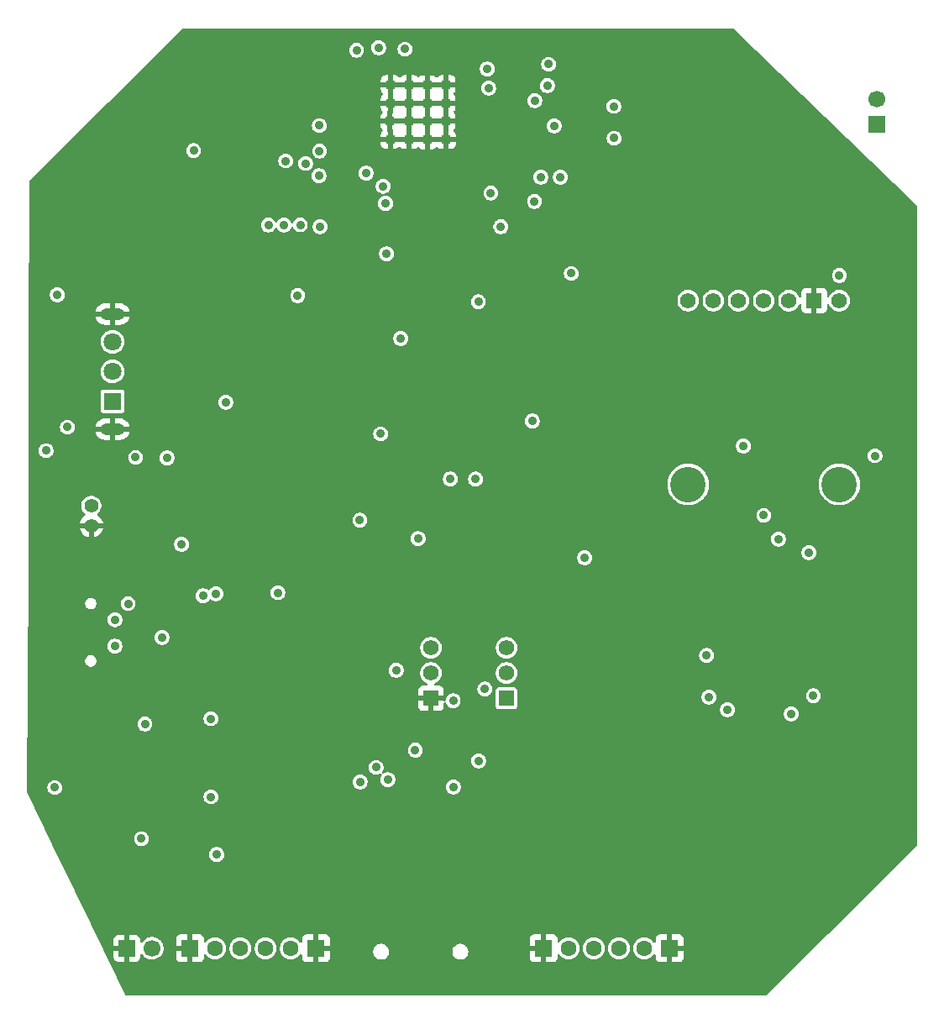
<source format=gbr>
%TF.GenerationSoftware,KiCad,Pcbnew,9.0.1*%
%TF.CreationDate,2025-06-17T08:09:02+02:00*%
%TF.ProjectId,MY-ESP32,4d592d45-5350-4333-922e-6b696361645f,1*%
%TF.SameCoordinates,Original*%
%TF.FileFunction,Copper,L3,Inr*%
%TF.FilePolarity,Positive*%
%FSLAX46Y46*%
G04 Gerber Fmt 4.6, Leading zero omitted, Abs format (unit mm)*
G04 Created by KiCad (PCBNEW 9.0.1) date 2025-06-17 08:09:02*
%MOMM*%
%LPD*%
G01*
G04 APERTURE LIST*
%TA.AperFunction,ComponentPad*%
%ADD10R,1.700000X1.700000*%
%TD*%
%TA.AperFunction,ComponentPad*%
%ADD11C,1.700000*%
%TD*%
%TA.AperFunction,ComponentPad*%
%ADD12R,1.800000X1.800000*%
%TD*%
%TA.AperFunction,ComponentPad*%
%ADD13C,1.600000*%
%TD*%
%TA.AperFunction,ComponentPad*%
%ADD14R,0.900000X0.900000*%
%TD*%
%TA.AperFunction,ComponentPad*%
%ADD15C,1.400000*%
%TD*%
%TA.AperFunction,ComponentPad*%
%ADD16R,1.575000X1.575000*%
%TD*%
%TA.AperFunction,ComponentPad*%
%ADD17C,1.575000*%
%TD*%
%TA.AperFunction,ComponentPad*%
%ADD18C,1.800000*%
%TD*%
%TA.AperFunction,ComponentPad*%
%ADD19O,2.500000X1.200000*%
%TD*%
%TA.AperFunction,ComponentPad*%
%ADD20C,3.575000*%
%TD*%
%TA.AperFunction,ViaPad*%
%ADD21C,0.900000*%
%TD*%
G04 APERTURE END LIST*
D10*
%TO.N,SENSOR_VN*%
%TO.C,H8*%
X180949600Y-50800000D03*
D11*
%TO.N,SENSOR_VP*%
X180949600Y-48260000D03*
%TD*%
D12*
%TO.N,GND*%
%TO.C,H6*%
X160020000Y-133835800D03*
D13*
%TO.N,D23*%
X157480000Y-133835800D03*
%TO.N,D19*%
X154940000Y-133835800D03*
%TO.N,IO0*%
X152400000Y-133835800D03*
%TO.N,+3V3*%
X149860000Y-133835800D03*
D12*
%TO.N,GND*%
X147320000Y-133835800D03*
%TD*%
D11*
%TO.N,EXT_5V*%
%TO.C,H7*%
X107873800Y-133835800D03*
D10*
%TO.N,GND*%
X105333800Y-133835800D03*
%TD*%
D12*
%TO.N,GND*%
%TO.C,H5*%
X124383800Y-133835800D03*
D13*
%TO.N,D35*%
X121843800Y-133835800D03*
%TO.N,D32*%
X119303800Y-133835800D03*
%TO.N,D13*%
X116763800Y-133835800D03*
%TO.N,3V3_ON_OFF*%
X114223800Y-133835800D03*
D12*
%TO.N,GND*%
X111683800Y-133835800D03*
%TD*%
D14*
%TO.N,GND*%
%TO.C,U6*%
X131854600Y-50475800D03*
X131874600Y-46780200D03*
X131874600Y-52305800D03*
X131875200Y-48633400D03*
X133764600Y-48635800D03*
X133764600Y-50475800D03*
X133764600Y-52335800D03*
X133779000Y-46781200D03*
X135594600Y-46795800D03*
X135604600Y-48645800D03*
X135604600Y-50475800D03*
X135604600Y-52345800D03*
X137494600Y-46780200D03*
X137504600Y-48633400D03*
X137512800Y-50462200D03*
X137514600Y-52335800D03*
%TD*%
D15*
%TO.N,/Battery_Voltage_Monitor_with_MOSFETS/V_Batt_Monitor_INPUT*%
%TO.C,U2*%
X101734600Y-89225800D03*
%TO.N,GND*%
X101734600Y-91225800D03*
%TD*%
D16*
%TO.N,D12*%
%TO.C,H1*%
X143592800Y-108639000D03*
D17*
%TO.N,D15*%
X143592800Y-106099000D03*
%TO.N,D14*%
X143592800Y-103559000D03*
%TD*%
D12*
%TO.N,VBAT*%
%TO.C,SW3*%
X103874600Y-78705800D03*
D18*
%TO.N,Net-(D2-C)*%
X103874600Y-75705800D03*
%TO.N,unconnected-(SW3-Pad3)*%
X103874600Y-72705800D03*
D19*
%TO.N,GND*%
X103874600Y-69905800D03*
X103874600Y-81505800D03*
%TD*%
D16*
%TO.N,GND*%
%TO.C,H2*%
X135972800Y-108639000D03*
D17*
%TO.N,3V3_ON_OFF*%
X135972800Y-106099000D03*
%TO.N,D2*%
X135972800Y-103559000D03*
%TD*%
D20*
%TO.N,*%
%TO.C,U4*%
X177140200Y-87079300D03*
X161906200Y-87079300D03*
D17*
%TO.N,+3V3*%
X177146200Y-68561800D03*
D16*
%TO.N,GND*%
X174606200Y-68560800D03*
D17*
%TO.N,D22*%
X172066200Y-68559800D03*
%TO.N,D21*%
X169526200Y-68558800D03*
%TO.N,unconnected-(U4-INT-Pad5)*%
X166986200Y-68557800D03*
%TO.N,unconnected-(U4-RST-Pad6)*%
X164446200Y-68556800D03*
%TO.N,unconnected-(U4-32K-Pad7)*%
X161906200Y-68555800D03*
%TD*%
D21*
%TO.N,GND*%
X108456200Y-115903400D03*
X98228400Y-102035000D03*
X103816400Y-59085000D03*
X173590200Y-115573200D03*
X98279200Y-105133800D03*
X122206000Y-94491200D03*
X148774400Y-76562800D03*
X142294400Y-133954500D03*
X129466500Y-133775800D03*
X110090200Y-100982550D03*
X130483400Y-125648700D03*
X103181400Y-116157400D03*
X148710900Y-93360900D03*
X178308000Y-105029000D03*
X98253800Y-98783800D03*
X134764600Y-85675800D03*
X143618200Y-86337800D03*
X142751600Y-126537700D03*
X177825400Y-94157800D03*
X139026600Y-87840800D03*
X130704600Y-85365800D03*
X106414600Y-104945800D03*
X104662400Y-124107600D03*
X177342800Y-115646200D03*
X112528600Y-83289800D03*
X129546600Y-109629600D03*
X162515800Y-115598600D03*
X178460400Y-114528600D03*
X166300400Y-115624000D03*
X146209000Y-85880600D03*
X137265200Y-114709600D03*
X164497000Y-115751000D03*
X134626600Y-96878800D03*
X149358600Y-61953800D03*
%TO.N,IO0*%
X146412200Y-58550200D03*
X142018000Y-57712000D03*
X110826800Y-93119600D03*
%TO.N,ENA*%
X98311200Y-67973600D03*
X97187000Y-83670800D03*
%TO.N,+3V3*%
X113798600Y-118570400D03*
X134677400Y-92535400D03*
X120555000Y-97996400D03*
X140468600Y-86545000D03*
X140758800Y-68674000D03*
X113790200Y-110696400D03*
X128479800Y-43314200D03*
X122536200Y-68049800D03*
X146209000Y-80699000D03*
X165868600Y-109782000D03*
X177146200Y-66017800D03*
X174080400Y-93940000D03*
X107143800Y-111229800D03*
%TO.N,D15*%
X143024600Y-61105800D03*
%TO.N,D2*%
X132924800Y-72367800D03*
X130444600Y-115598600D03*
%TO.N,D14*%
X131165600Y-57023000D03*
%TO.N,/Battery_Voltage_Monitor_with_MOSFETS/V_Batt_Monitor_INPUT*%
X99320600Y-81308600D03*
%TO.N,EXT_5V*%
X114375000Y-124387000D03*
X115287525Y-78794000D03*
X98054900Y-117630600D03*
X106788200Y-122786800D03*
%TO.N,D12*%
X141408400Y-107699200D03*
X131395900Y-58748500D03*
%TO.N,D13*%
X124796800Y-61090200D03*
%TO.N,D4*%
X147047200Y-56111800D03*
X151466800Y-94465800D03*
%TO.N,D26*%
X123349000Y-54735800D03*
X121164600Y-60937800D03*
%TO.N,D27*%
X122804600Y-60912400D03*
X124695200Y-55975800D03*
%TO.N,D22*%
X147707600Y-46891600D03*
X163760400Y-104321000D03*
X172313600Y-110210600D03*
X154413200Y-48974400D03*
X170999400Y-92586200D03*
%TO.N,D23*%
X147834600Y-44732600D03*
%TO.N,D21*%
X164014400Y-108512000D03*
X169526200Y-90198600D03*
X146437600Y-48395800D03*
X154438600Y-52174800D03*
X174530000Y-108385000D03*
%TO.N,D5*%
X167468800Y-83213600D03*
X150120600Y-65814600D03*
X180740300Y-84191500D03*
X149028400Y-56111800D03*
%TO.N,D19*%
X148393400Y-50945800D03*
%TO.N,D18*%
X128810000Y-90681200D03*
X131502400Y-63833400D03*
%TO.N,D33*%
X119589800Y-60937800D03*
X121333300Y-54477100D03*
%TO.N,D35*%
X129444600Y-55705400D03*
%TO.N,D32*%
X124720600Y-50904800D03*
%TO.N,DN*%
X104121200Y-100710850D03*
X104121200Y-103377850D03*
%TO.N,/micro_SD-CARD_enable/3V3_Input_to_micro_SD-CARD*%
X134395000Y-113863100D03*
X138230400Y-117579800D03*
X128829600Y-117071800D03*
X131626400Y-116834900D03*
X138220700Y-108880300D03*
X140774600Y-114938200D03*
%TO.N,D25*%
X112050600Y-53427800D03*
X124746000Y-53474200D03*
%TO.N,D-*%
X105451149Y-99101050D03*
X108871000Y-102503850D03*
%TO.N,TXD0*%
X109379000Y-84407400D03*
X114306600Y-98087600D03*
X106204000Y-84356600D03*
X141647800Y-45204400D03*
%TO.N,RXD0*%
X113011200Y-98300950D03*
X141789600Y-47124200D03*
%TO.N,/Buck-Boost3.3V/Buck-Boost_INPUT*%
X130905700Y-81985700D03*
X137921567Y-86533967D03*
%TO.N,3V3_ON_OFF*%
X132467600Y-105819600D03*
%TO.N,SENSOR_VN*%
X133356600Y-43208600D03*
%TO.N,SENSOR_VP*%
X130689600Y-43056200D03*
%TD*%
%TA.AperFunction,Conductor*%
%TO.N,GND*%
G36*
X166389423Y-41128283D02*
G01*
X166408221Y-41143108D01*
X184939617Y-58915024D01*
X184985469Y-58958996D01*
X185020229Y-59019605D01*
X185023641Y-59048492D01*
X185023641Y-123416626D01*
X185003956Y-123483665D01*
X184986855Y-123504772D01*
X175974053Y-132422176D01*
X169844285Y-138487064D01*
X169809838Y-138521146D01*
X169748337Y-138554305D01*
X169722624Y-138557000D01*
X122920641Y-138557000D01*
X105233711Y-138557000D01*
X105166672Y-138537315D01*
X105122118Y-138487064D01*
X103546971Y-135235800D01*
X102433729Y-132937955D01*
X103983800Y-132937955D01*
X103983800Y-133585800D01*
X104900788Y-133585800D01*
X104867875Y-133642807D01*
X104833800Y-133769974D01*
X104833800Y-133901626D01*
X104867875Y-134028793D01*
X104900788Y-134085800D01*
X103983800Y-134085800D01*
X103983800Y-134733644D01*
X103990201Y-134793172D01*
X103990203Y-134793179D01*
X104040445Y-134927886D01*
X104040449Y-134927893D01*
X104126609Y-135042987D01*
X104126612Y-135042990D01*
X104241706Y-135129150D01*
X104241713Y-135129154D01*
X104376420Y-135179396D01*
X104376427Y-135179398D01*
X104435955Y-135185799D01*
X104435972Y-135185800D01*
X105083800Y-135185800D01*
X105083800Y-134268812D01*
X105140807Y-134301725D01*
X105267974Y-134335800D01*
X105399626Y-134335800D01*
X105526793Y-134301725D01*
X105583800Y-134268812D01*
X105583800Y-135185800D01*
X106231628Y-135185800D01*
X106231644Y-135185799D01*
X106291172Y-135179398D01*
X106291179Y-135179396D01*
X106425886Y-135129154D01*
X106425893Y-135129150D01*
X106540987Y-135042990D01*
X106540990Y-135042987D01*
X106627150Y-134927893D01*
X106627154Y-134927886D01*
X106677396Y-134793179D01*
X106677398Y-134793172D01*
X106683799Y-134733644D01*
X106683800Y-134733627D01*
X106683800Y-134536887D01*
X106703485Y-134469848D01*
X106756289Y-134424093D01*
X106825447Y-134414149D01*
X106889003Y-134443174D01*
X106908118Y-134464002D01*
X106996241Y-134585295D01*
X107124300Y-134713354D01*
X107124305Y-134713358D01*
X107211946Y-134777032D01*
X107270806Y-134819796D01*
X107376284Y-134873540D01*
X107432160Y-134902011D01*
X107432163Y-134902012D01*
X107511797Y-134927886D01*
X107604391Y-134957971D01*
X107687229Y-134971091D01*
X107783249Y-134986300D01*
X107783254Y-134986300D01*
X107964351Y-134986300D01*
X108051059Y-134972565D01*
X108143209Y-134957971D01*
X108315439Y-134902011D01*
X108476794Y-134819796D01*
X108623301Y-134713353D01*
X108751353Y-134585301D01*
X108857796Y-134438794D01*
X108940011Y-134277439D01*
X108995971Y-134105209D01*
X108997195Y-134097483D01*
X109010253Y-134015040D01*
X109024300Y-133926351D01*
X109024300Y-133745248D01*
X109007463Y-133638947D01*
X108995971Y-133566391D01*
X108949373Y-133422974D01*
X108940012Y-133394163D01*
X108940011Y-133394160D01*
X108878631Y-133273697D01*
X108857796Y-133232806D01*
X108818736Y-133179044D01*
X108751358Y-133086305D01*
X108751354Y-133086300D01*
X108623299Y-132958245D01*
X108623294Y-132958241D01*
X108526552Y-132887955D01*
X110283800Y-132887955D01*
X110283800Y-133585800D01*
X111239240Y-133585800D01*
X111208555Y-133638947D01*
X111173800Y-133768657D01*
X111173800Y-133902943D01*
X111208555Y-134032653D01*
X111239240Y-134085800D01*
X110283800Y-134085800D01*
X110283800Y-134783644D01*
X110290201Y-134843172D01*
X110290203Y-134843179D01*
X110340445Y-134977886D01*
X110340449Y-134977893D01*
X110426609Y-135092987D01*
X110426612Y-135092990D01*
X110541706Y-135179150D01*
X110541713Y-135179154D01*
X110676420Y-135229396D01*
X110676427Y-135229398D01*
X110735955Y-135235799D01*
X110735972Y-135235800D01*
X111433800Y-135235800D01*
X111433800Y-134280360D01*
X111486947Y-134311045D01*
X111616657Y-134345800D01*
X111750943Y-134345800D01*
X111880653Y-134311045D01*
X111933800Y-134280360D01*
X111933800Y-135235800D01*
X112631628Y-135235800D01*
X112631644Y-135235799D01*
X112691172Y-135229398D01*
X112691179Y-135229396D01*
X112825886Y-135179154D01*
X112825893Y-135179150D01*
X112940987Y-135092990D01*
X112940990Y-135092987D01*
X113027150Y-134977893D01*
X113027154Y-134977886D01*
X113077396Y-134843179D01*
X113077398Y-134843172D01*
X113083799Y-134783644D01*
X113083800Y-134783627D01*
X113083800Y-134520640D01*
X113103485Y-134453601D01*
X113156289Y-134407846D01*
X113225447Y-134397902D01*
X113289003Y-134426927D01*
X113308116Y-134447752D01*
X113384386Y-134552728D01*
X113506872Y-134675214D01*
X113647012Y-134777032D01*
X113801355Y-134855673D01*
X113966099Y-134909202D01*
X114137189Y-134936300D01*
X114137190Y-134936300D01*
X114310410Y-134936300D01*
X114310411Y-134936300D01*
X114481501Y-134909202D01*
X114646245Y-134855673D01*
X114800588Y-134777032D01*
X114940728Y-134675214D01*
X115063214Y-134552728D01*
X115165032Y-134412588D01*
X115243673Y-134258245D01*
X115297202Y-134093501D01*
X115324300Y-133922411D01*
X115324300Y-133749189D01*
X115663300Y-133749189D01*
X115663300Y-133922411D01*
X115667001Y-133945776D01*
X115686370Y-134068074D01*
X115690398Y-134093501D01*
X115743927Y-134258245D01*
X115822568Y-134412588D01*
X115924386Y-134552728D01*
X116046872Y-134675214D01*
X116187012Y-134777032D01*
X116341355Y-134855673D01*
X116506099Y-134909202D01*
X116677189Y-134936300D01*
X116677190Y-134936300D01*
X116850410Y-134936300D01*
X116850411Y-134936300D01*
X117021501Y-134909202D01*
X117186245Y-134855673D01*
X117340588Y-134777032D01*
X117480728Y-134675214D01*
X117603214Y-134552728D01*
X117705032Y-134412588D01*
X117783673Y-134258245D01*
X117837202Y-134093501D01*
X117864300Y-133922411D01*
X117864300Y-133749189D01*
X118203300Y-133749189D01*
X118203300Y-133922411D01*
X118207001Y-133945776D01*
X118226370Y-134068074D01*
X118230398Y-134093501D01*
X118283927Y-134258245D01*
X118362568Y-134412588D01*
X118464386Y-134552728D01*
X118586872Y-134675214D01*
X118727012Y-134777032D01*
X118881355Y-134855673D01*
X119046099Y-134909202D01*
X119217189Y-134936300D01*
X119217190Y-134936300D01*
X119390410Y-134936300D01*
X119390411Y-134936300D01*
X119561501Y-134909202D01*
X119726245Y-134855673D01*
X119880588Y-134777032D01*
X120020728Y-134675214D01*
X120143214Y-134552728D01*
X120245032Y-134412588D01*
X120323673Y-134258245D01*
X120377202Y-134093501D01*
X120404300Y-133922411D01*
X120404300Y-133749189D01*
X120743300Y-133749189D01*
X120743300Y-133922411D01*
X120747001Y-133945776D01*
X120766370Y-134068074D01*
X120770398Y-134093501D01*
X120823927Y-134258245D01*
X120902568Y-134412588D01*
X121004386Y-134552728D01*
X121126872Y-134675214D01*
X121267012Y-134777032D01*
X121421355Y-134855673D01*
X121586099Y-134909202D01*
X121757189Y-134936300D01*
X121757190Y-134936300D01*
X121930410Y-134936300D01*
X121930411Y-134936300D01*
X122101501Y-134909202D01*
X122266245Y-134855673D01*
X122420588Y-134777032D01*
X122560728Y-134675214D01*
X122683214Y-134552728D01*
X122759482Y-134447753D01*
X122814812Y-134405089D01*
X122884426Y-134399110D01*
X122946221Y-134431716D01*
X122980578Y-134492555D01*
X122983800Y-134520640D01*
X122983800Y-134783644D01*
X122990201Y-134843172D01*
X122990203Y-134843179D01*
X123040445Y-134977886D01*
X123040449Y-134977893D01*
X123126609Y-135092987D01*
X123126612Y-135092990D01*
X123241706Y-135179150D01*
X123241713Y-135179154D01*
X123376420Y-135229396D01*
X123376427Y-135229398D01*
X123435955Y-135235799D01*
X123435972Y-135235800D01*
X124133800Y-135235800D01*
X124133800Y-134280360D01*
X124186947Y-134311045D01*
X124316657Y-134345800D01*
X124450943Y-134345800D01*
X124580653Y-134311045D01*
X124633800Y-134280360D01*
X124633800Y-135235800D01*
X125331628Y-135235800D01*
X125331644Y-135235799D01*
X125391172Y-135229398D01*
X125391179Y-135229396D01*
X125525886Y-135179154D01*
X125525893Y-135179150D01*
X125640987Y-135092990D01*
X125640990Y-135092987D01*
X125727150Y-134977893D01*
X125727154Y-134977886D01*
X125777396Y-134843179D01*
X125777398Y-134843172D01*
X125783799Y-134783644D01*
X125783800Y-134783627D01*
X125783800Y-134097483D01*
X130139633Y-134097483D01*
X130139633Y-134254116D01*
X130146634Y-134307300D01*
X130187173Y-134458595D01*
X130207704Y-134508159D01*
X130207709Y-134508170D01*
X130286021Y-134643808D01*
X130310117Y-134675211D01*
X130318678Y-134686367D01*
X130429433Y-134797122D01*
X130471993Y-134829780D01*
X130567842Y-134885119D01*
X130607629Y-134908090D01*
X130607631Y-134908091D01*
X130607640Y-134908096D01*
X130657203Y-134928626D01*
X130808497Y-134969165D01*
X130843955Y-134973833D01*
X130861683Y-134976167D01*
X130861684Y-134976167D01*
X131018317Y-134976167D01*
X131031612Y-134974416D01*
X131071503Y-134969165D01*
X131222797Y-134928626D01*
X131272360Y-134908096D01*
X131408007Y-134829780D01*
X131450567Y-134797122D01*
X131561322Y-134686367D01*
X131593980Y-134643807D01*
X131672296Y-134508160D01*
X131692826Y-134458597D01*
X131733365Y-134307303D01*
X131740367Y-134254116D01*
X131740367Y-134097484D01*
X131740367Y-134097483D01*
X138139633Y-134097483D01*
X138139633Y-134254116D01*
X138146634Y-134307300D01*
X138187173Y-134458595D01*
X138207704Y-134508159D01*
X138207709Y-134508170D01*
X138286021Y-134643808D01*
X138310117Y-134675211D01*
X138318678Y-134686367D01*
X138429433Y-134797122D01*
X138471993Y-134829780D01*
X138567842Y-134885119D01*
X138607629Y-134908090D01*
X138607631Y-134908091D01*
X138607640Y-134908096D01*
X138657203Y-134928626D01*
X138808497Y-134969165D01*
X138843955Y-134973833D01*
X138861683Y-134976167D01*
X138861684Y-134976167D01*
X139018317Y-134976167D01*
X139031612Y-134974416D01*
X139071503Y-134969165D01*
X139222797Y-134928626D01*
X139272360Y-134908096D01*
X139408007Y-134829780D01*
X139450567Y-134797122D01*
X139561322Y-134686367D01*
X139593980Y-134643807D01*
X139672296Y-134508160D01*
X139692826Y-134458597D01*
X139733365Y-134307303D01*
X139740367Y-134254116D01*
X139740367Y-134097484D01*
X139733365Y-134044297D01*
X139698617Y-133914616D01*
X142093900Y-133914616D01*
X142093900Y-133994383D01*
X142108153Y-134028793D01*
X142124424Y-134068074D01*
X142180826Y-134124476D01*
X142254518Y-134155000D01*
X142254520Y-134155000D01*
X142334280Y-134155000D01*
X142334282Y-134155000D01*
X142407974Y-134124476D01*
X142464376Y-134068074D01*
X142494900Y-133994382D01*
X142494900Y-133914618D01*
X142464376Y-133840926D01*
X142407974Y-133784524D01*
X142372847Y-133769974D01*
X142334283Y-133754000D01*
X142334282Y-133754000D01*
X142254518Y-133754000D01*
X142254516Y-133754000D01*
X142180825Y-133784524D01*
X142124424Y-133840925D01*
X142093900Y-133914616D01*
X139698617Y-133914616D01*
X139692826Y-133893003D01*
X139672296Y-133843440D01*
X139656270Y-133815683D01*
X139623955Y-133759711D01*
X139593980Y-133707793D01*
X139561322Y-133665233D01*
X139450567Y-133554478D01*
X139408007Y-133521820D01*
X139360082Y-133494150D01*
X139272370Y-133443509D01*
X139272363Y-133443506D01*
X139272360Y-133443504D01*
X139222797Y-133422974D01*
X139222798Y-133422974D01*
X139222795Y-133422973D01*
X139071500Y-133382434D01*
X139018317Y-133375433D01*
X139018316Y-133375433D01*
X138861684Y-133375433D01*
X138861683Y-133375433D01*
X138808499Y-133382434D01*
X138657204Y-133422973D01*
X138607640Y-133443504D01*
X138607629Y-133443509D01*
X138471991Y-133521821D01*
X138429433Y-133554477D01*
X138318677Y-133665233D01*
X138286021Y-133707791D01*
X138207709Y-133843429D01*
X138207704Y-133843440D01*
X138187173Y-133893004D01*
X138146634Y-134044299D01*
X138139633Y-134097483D01*
X131740367Y-134097483D01*
X131733365Y-134044297D01*
X131692826Y-133893003D01*
X131672296Y-133843440D01*
X131656270Y-133815683D01*
X131623955Y-133759711D01*
X131593980Y-133707793D01*
X131561322Y-133665233D01*
X131450567Y-133554478D01*
X131408007Y-133521820D01*
X131360082Y-133494150D01*
X131272370Y-133443509D01*
X131272363Y-133443506D01*
X131272360Y-133443504D01*
X131222797Y-133422974D01*
X131222798Y-133422974D01*
X131222795Y-133422973D01*
X131071500Y-133382434D01*
X131018317Y-133375433D01*
X131018316Y-133375433D01*
X130861684Y-133375433D01*
X130861683Y-133375433D01*
X130808499Y-133382434D01*
X130657204Y-133422973D01*
X130607640Y-133443504D01*
X130607629Y-133443509D01*
X130471991Y-133521821D01*
X130429433Y-133554477D01*
X130318677Y-133665233D01*
X130286021Y-133707791D01*
X130207709Y-133843429D01*
X130207704Y-133843440D01*
X130187173Y-133893004D01*
X130146634Y-134044299D01*
X130139633Y-134097483D01*
X125783800Y-134097483D01*
X125783800Y-134085800D01*
X124828360Y-134085800D01*
X124859045Y-134032653D01*
X124893800Y-133902943D01*
X124893800Y-133768657D01*
X124885027Y-133735916D01*
X129266000Y-133735916D01*
X129266000Y-133815683D01*
X129296524Y-133889374D01*
X129352926Y-133945776D01*
X129426618Y-133976300D01*
X129426620Y-133976300D01*
X129506380Y-133976300D01*
X129506382Y-133976300D01*
X129580074Y-133945776D01*
X129636476Y-133889374D01*
X129667000Y-133815682D01*
X129667000Y-133735918D01*
X129636476Y-133662226D01*
X129580074Y-133605824D01*
X129506383Y-133575300D01*
X129506382Y-133575300D01*
X129426618Y-133575300D01*
X129426616Y-133575300D01*
X129352925Y-133605824D01*
X129296524Y-133662225D01*
X129266000Y-133735916D01*
X124885027Y-133735916D01*
X124859045Y-133638947D01*
X124828360Y-133585800D01*
X125783800Y-133585800D01*
X125783800Y-132887972D01*
X125783799Y-132887955D01*
X145920000Y-132887955D01*
X145920000Y-133585800D01*
X146875440Y-133585800D01*
X146844755Y-133638947D01*
X146810000Y-133768657D01*
X146810000Y-133902943D01*
X146844755Y-134032653D01*
X146875440Y-134085800D01*
X145920000Y-134085800D01*
X145920000Y-134783644D01*
X145926401Y-134843172D01*
X145926403Y-134843179D01*
X145976645Y-134977886D01*
X145976649Y-134977893D01*
X146062809Y-135092987D01*
X146062812Y-135092990D01*
X146177906Y-135179150D01*
X146177913Y-135179154D01*
X146312620Y-135229396D01*
X146312627Y-135229398D01*
X146372155Y-135235799D01*
X146372172Y-135235800D01*
X147070000Y-135235800D01*
X147070000Y-134280360D01*
X147123147Y-134311045D01*
X147252857Y-134345800D01*
X147387143Y-134345800D01*
X147516853Y-134311045D01*
X147570000Y-134280360D01*
X147570000Y-135235800D01*
X148267828Y-135235800D01*
X148267844Y-135235799D01*
X148327372Y-135229398D01*
X148327379Y-135229396D01*
X148462086Y-135179154D01*
X148462093Y-135179150D01*
X148577187Y-135092990D01*
X148577190Y-135092987D01*
X148663350Y-134977893D01*
X148663354Y-134977886D01*
X148713596Y-134843179D01*
X148713598Y-134843172D01*
X148719999Y-134783644D01*
X148720000Y-134783627D01*
X148720000Y-134520640D01*
X148739685Y-134453601D01*
X148792489Y-134407846D01*
X148861647Y-134397902D01*
X148925203Y-134426927D01*
X148944316Y-134447752D01*
X149020586Y-134552728D01*
X149143072Y-134675214D01*
X149283212Y-134777032D01*
X149437555Y-134855673D01*
X149602299Y-134909202D01*
X149773389Y-134936300D01*
X149773390Y-134936300D01*
X149946610Y-134936300D01*
X149946611Y-134936300D01*
X150117701Y-134909202D01*
X150282445Y-134855673D01*
X150436788Y-134777032D01*
X150576928Y-134675214D01*
X150699414Y-134552728D01*
X150801232Y-134412588D01*
X150879873Y-134258245D01*
X150933402Y-134093501D01*
X150960500Y-133922411D01*
X150960500Y-133749189D01*
X151299500Y-133749189D01*
X151299500Y-133922411D01*
X151303201Y-133945776D01*
X151322570Y-134068074D01*
X151326598Y-134093501D01*
X151380127Y-134258245D01*
X151458768Y-134412588D01*
X151560586Y-134552728D01*
X151683072Y-134675214D01*
X151823212Y-134777032D01*
X151977555Y-134855673D01*
X152142299Y-134909202D01*
X152313389Y-134936300D01*
X152313390Y-134936300D01*
X152486610Y-134936300D01*
X152486611Y-134936300D01*
X152657701Y-134909202D01*
X152822445Y-134855673D01*
X152976788Y-134777032D01*
X153116928Y-134675214D01*
X153239414Y-134552728D01*
X153341232Y-134412588D01*
X153419873Y-134258245D01*
X153473402Y-134093501D01*
X153500500Y-133922411D01*
X153500500Y-133749189D01*
X153839500Y-133749189D01*
X153839500Y-133922411D01*
X153843201Y-133945776D01*
X153862570Y-134068074D01*
X153866598Y-134093501D01*
X153920127Y-134258245D01*
X153998768Y-134412588D01*
X154100586Y-134552728D01*
X154223072Y-134675214D01*
X154363212Y-134777032D01*
X154517555Y-134855673D01*
X154682299Y-134909202D01*
X154853389Y-134936300D01*
X154853390Y-134936300D01*
X155026610Y-134936300D01*
X155026611Y-134936300D01*
X155197701Y-134909202D01*
X155362445Y-134855673D01*
X155516788Y-134777032D01*
X155656928Y-134675214D01*
X155779414Y-134552728D01*
X155881232Y-134412588D01*
X155959873Y-134258245D01*
X156013402Y-134093501D01*
X156040500Y-133922411D01*
X156040500Y-133749189D01*
X156379500Y-133749189D01*
X156379500Y-133922411D01*
X156383201Y-133945776D01*
X156402570Y-134068074D01*
X156406598Y-134093501D01*
X156460127Y-134258245D01*
X156538768Y-134412588D01*
X156640586Y-134552728D01*
X156763072Y-134675214D01*
X156903212Y-134777032D01*
X157057555Y-134855673D01*
X157222299Y-134909202D01*
X157393389Y-134936300D01*
X157393390Y-134936300D01*
X157566610Y-134936300D01*
X157566611Y-134936300D01*
X157737701Y-134909202D01*
X157902445Y-134855673D01*
X158056788Y-134777032D01*
X158196928Y-134675214D01*
X158319414Y-134552728D01*
X158395682Y-134447753D01*
X158451012Y-134405089D01*
X158520626Y-134399110D01*
X158582421Y-134431716D01*
X158616778Y-134492555D01*
X158620000Y-134520640D01*
X158620000Y-134783644D01*
X158626401Y-134843172D01*
X158626403Y-134843179D01*
X158676645Y-134977886D01*
X158676649Y-134977893D01*
X158762809Y-135092987D01*
X158762812Y-135092990D01*
X158877906Y-135179150D01*
X158877913Y-135179154D01*
X159012620Y-135229396D01*
X159012627Y-135229398D01*
X159072155Y-135235799D01*
X159072172Y-135235800D01*
X159770000Y-135235800D01*
X159770000Y-134280360D01*
X159823147Y-134311045D01*
X159952857Y-134345800D01*
X160087143Y-134345800D01*
X160216853Y-134311045D01*
X160270000Y-134280360D01*
X160270000Y-135235800D01*
X160967828Y-135235800D01*
X160967844Y-135235799D01*
X161027372Y-135229398D01*
X161027379Y-135229396D01*
X161162086Y-135179154D01*
X161162093Y-135179150D01*
X161277187Y-135092990D01*
X161277190Y-135092987D01*
X161363350Y-134977893D01*
X161363354Y-134977886D01*
X161413596Y-134843179D01*
X161413598Y-134843172D01*
X161419999Y-134783644D01*
X161420000Y-134783627D01*
X161420000Y-134085800D01*
X160464560Y-134085800D01*
X160495245Y-134032653D01*
X160530000Y-133902943D01*
X160530000Y-133768657D01*
X160495245Y-133638947D01*
X160464560Y-133585800D01*
X161420000Y-133585800D01*
X161420000Y-132887972D01*
X161419999Y-132887955D01*
X161413598Y-132828427D01*
X161413596Y-132828420D01*
X161363354Y-132693713D01*
X161363350Y-132693706D01*
X161277190Y-132578612D01*
X161277187Y-132578609D01*
X161162093Y-132492449D01*
X161162086Y-132492445D01*
X161027379Y-132442203D01*
X161027372Y-132442201D01*
X160967844Y-132435800D01*
X160270000Y-132435800D01*
X160270000Y-133391239D01*
X160216853Y-133360555D01*
X160087143Y-133325800D01*
X159952857Y-133325800D01*
X159823147Y-133360555D01*
X159770000Y-133391239D01*
X159770000Y-132435800D01*
X159072155Y-132435800D01*
X159012627Y-132442201D01*
X159012620Y-132442203D01*
X158877913Y-132492445D01*
X158877906Y-132492449D01*
X158762812Y-132578609D01*
X158762809Y-132578612D01*
X158676649Y-132693706D01*
X158676645Y-132693713D01*
X158626403Y-132828420D01*
X158626401Y-132828427D01*
X158620000Y-132887955D01*
X158620000Y-133150959D01*
X158600315Y-133217998D01*
X158547511Y-133263753D01*
X158478353Y-133273697D01*
X158414797Y-133244672D01*
X158395682Y-133223845D01*
X158351328Y-133162798D01*
X158319414Y-133118872D01*
X158196928Y-132996386D01*
X158056788Y-132894568D01*
X157902445Y-132815927D01*
X157737701Y-132762398D01*
X157737699Y-132762397D01*
X157737698Y-132762397D01*
X157606271Y-132741581D01*
X157566611Y-132735300D01*
X157393389Y-132735300D01*
X157353728Y-132741581D01*
X157222302Y-132762397D01*
X157057552Y-132815928D01*
X156903211Y-132894568D01*
X156823256Y-132952659D01*
X156763072Y-132996386D01*
X156763070Y-132996388D01*
X156763069Y-132996388D01*
X156640588Y-133118869D01*
X156640588Y-133118870D01*
X156640586Y-133118872D01*
X156608672Y-133162798D01*
X156538768Y-133259011D01*
X156460128Y-133413352D01*
X156406597Y-133578102D01*
X156392797Y-133665233D01*
X156379500Y-133749189D01*
X156040500Y-133749189D01*
X156013402Y-133578099D01*
X155959873Y-133413355D01*
X155881232Y-133259012D01*
X155779414Y-133118872D01*
X155656928Y-132996386D01*
X155516788Y-132894568D01*
X155362445Y-132815927D01*
X155197701Y-132762398D01*
X155197699Y-132762397D01*
X155197698Y-132762397D01*
X155066271Y-132741581D01*
X155026611Y-132735300D01*
X154853389Y-132735300D01*
X154813728Y-132741581D01*
X154682302Y-132762397D01*
X154517552Y-132815928D01*
X154363211Y-132894568D01*
X154283256Y-132952659D01*
X154223072Y-132996386D01*
X154223070Y-132996388D01*
X154223069Y-132996388D01*
X154100588Y-133118869D01*
X154100588Y-133118870D01*
X154100586Y-133118872D01*
X154068672Y-133162798D01*
X153998768Y-133259011D01*
X153920128Y-133413352D01*
X153866597Y-133578102D01*
X153852797Y-133665233D01*
X153839500Y-133749189D01*
X153500500Y-133749189D01*
X153473402Y-133578099D01*
X153419873Y-133413355D01*
X153341232Y-133259012D01*
X153239414Y-133118872D01*
X153116928Y-132996386D01*
X152976788Y-132894568D01*
X152822445Y-132815927D01*
X152657701Y-132762398D01*
X152657699Y-132762397D01*
X152657698Y-132762397D01*
X152526271Y-132741581D01*
X152486611Y-132735300D01*
X152313389Y-132735300D01*
X152273728Y-132741581D01*
X152142302Y-132762397D01*
X151977552Y-132815928D01*
X151823211Y-132894568D01*
X151743256Y-132952659D01*
X151683072Y-132996386D01*
X151683070Y-132996388D01*
X151683069Y-132996388D01*
X151560588Y-133118869D01*
X151560588Y-133118870D01*
X151560586Y-133118872D01*
X151528672Y-133162798D01*
X151458768Y-133259011D01*
X151380128Y-133413352D01*
X151326597Y-133578102D01*
X151312797Y-133665233D01*
X151299500Y-133749189D01*
X150960500Y-133749189D01*
X150933402Y-133578099D01*
X150879873Y-133413355D01*
X150801232Y-133259012D01*
X150699414Y-133118872D01*
X150576928Y-132996386D01*
X150436788Y-132894568D01*
X150282445Y-132815927D01*
X150117701Y-132762398D01*
X150117699Y-132762397D01*
X150117698Y-132762397D01*
X149986271Y-132741581D01*
X149946611Y-132735300D01*
X149773389Y-132735300D01*
X149733728Y-132741581D01*
X149602302Y-132762397D01*
X149437552Y-132815928D01*
X149283211Y-132894568D01*
X149203256Y-132952659D01*
X149143072Y-132996386D01*
X149143070Y-132996388D01*
X149143069Y-132996388D01*
X149020587Y-133118870D01*
X148944318Y-133223845D01*
X148888987Y-133266511D01*
X148819374Y-133272489D01*
X148757579Y-133239883D01*
X148723222Y-133179044D01*
X148720000Y-133150959D01*
X148720000Y-132887972D01*
X148719999Y-132887955D01*
X148713598Y-132828427D01*
X148713596Y-132828420D01*
X148663354Y-132693713D01*
X148663350Y-132693706D01*
X148577190Y-132578612D01*
X148577187Y-132578609D01*
X148462093Y-132492449D01*
X148462086Y-132492445D01*
X148327379Y-132442203D01*
X148327372Y-132442201D01*
X148267844Y-132435800D01*
X147570000Y-132435800D01*
X147570000Y-133391239D01*
X147516853Y-133360555D01*
X147387143Y-133325800D01*
X147252857Y-133325800D01*
X147123147Y-133360555D01*
X147070000Y-133391239D01*
X147070000Y-132435800D01*
X146372155Y-132435800D01*
X146312627Y-132442201D01*
X146312620Y-132442203D01*
X146177913Y-132492445D01*
X146177906Y-132492449D01*
X146062812Y-132578609D01*
X146062809Y-132578612D01*
X145976649Y-132693706D01*
X145976645Y-132693713D01*
X145926403Y-132828420D01*
X145926401Y-132828427D01*
X145920000Y-132887955D01*
X125783799Y-132887955D01*
X125777398Y-132828427D01*
X125777396Y-132828420D01*
X125727154Y-132693713D01*
X125727150Y-132693706D01*
X125640990Y-132578612D01*
X125640987Y-132578609D01*
X125525893Y-132492449D01*
X125525886Y-132492445D01*
X125391179Y-132442203D01*
X125391172Y-132442201D01*
X125331644Y-132435800D01*
X124633800Y-132435800D01*
X124633800Y-133391239D01*
X124580653Y-133360555D01*
X124450943Y-133325800D01*
X124316657Y-133325800D01*
X124186947Y-133360555D01*
X124133800Y-133391239D01*
X124133800Y-132435800D01*
X123435955Y-132435800D01*
X123376427Y-132442201D01*
X123376420Y-132442203D01*
X123241713Y-132492445D01*
X123241706Y-132492449D01*
X123126612Y-132578609D01*
X123126609Y-132578612D01*
X123040449Y-132693706D01*
X123040445Y-132693713D01*
X122990203Y-132828420D01*
X122990201Y-132828427D01*
X122983800Y-132887955D01*
X122983800Y-133150959D01*
X122964115Y-133217998D01*
X122911311Y-133263753D01*
X122842153Y-133273697D01*
X122778597Y-133244672D01*
X122759482Y-133223845D01*
X122715128Y-133162798D01*
X122683214Y-133118872D01*
X122560728Y-132996386D01*
X122420588Y-132894568D01*
X122266245Y-132815927D01*
X122101501Y-132762398D01*
X122101499Y-132762397D01*
X122101498Y-132762397D01*
X121970071Y-132741581D01*
X121930411Y-132735300D01*
X121757189Y-132735300D01*
X121717528Y-132741581D01*
X121586102Y-132762397D01*
X121421352Y-132815928D01*
X121267011Y-132894568D01*
X121187056Y-132952659D01*
X121126872Y-132996386D01*
X121126870Y-132996388D01*
X121126869Y-132996388D01*
X121004388Y-133118869D01*
X121004388Y-133118870D01*
X121004386Y-133118872D01*
X120972472Y-133162798D01*
X120902568Y-133259011D01*
X120823928Y-133413352D01*
X120770397Y-133578102D01*
X120756597Y-133665233D01*
X120743300Y-133749189D01*
X120404300Y-133749189D01*
X120377202Y-133578099D01*
X120323673Y-133413355D01*
X120245032Y-133259012D01*
X120143214Y-133118872D01*
X120020728Y-132996386D01*
X119880588Y-132894568D01*
X119726245Y-132815927D01*
X119561501Y-132762398D01*
X119561499Y-132762397D01*
X119561498Y-132762397D01*
X119430071Y-132741581D01*
X119390411Y-132735300D01*
X119217189Y-132735300D01*
X119177528Y-132741581D01*
X119046102Y-132762397D01*
X118881352Y-132815928D01*
X118727011Y-132894568D01*
X118647056Y-132952659D01*
X118586872Y-132996386D01*
X118586870Y-132996388D01*
X118586869Y-132996388D01*
X118464388Y-133118869D01*
X118464388Y-133118870D01*
X118464386Y-133118872D01*
X118432472Y-133162798D01*
X118362568Y-133259011D01*
X118283928Y-133413352D01*
X118230397Y-133578102D01*
X118216597Y-133665233D01*
X118203300Y-133749189D01*
X117864300Y-133749189D01*
X117837202Y-133578099D01*
X117783673Y-133413355D01*
X117705032Y-133259012D01*
X117603214Y-133118872D01*
X117480728Y-132996386D01*
X117340588Y-132894568D01*
X117186245Y-132815927D01*
X117021501Y-132762398D01*
X117021499Y-132762397D01*
X117021498Y-132762397D01*
X116890071Y-132741581D01*
X116850411Y-132735300D01*
X116677189Y-132735300D01*
X116637528Y-132741581D01*
X116506102Y-132762397D01*
X116341352Y-132815928D01*
X116187011Y-132894568D01*
X116107056Y-132952659D01*
X116046872Y-132996386D01*
X116046870Y-132996388D01*
X116046869Y-132996388D01*
X115924388Y-133118869D01*
X115924388Y-133118870D01*
X115924386Y-133118872D01*
X115892472Y-133162798D01*
X115822568Y-133259011D01*
X115743928Y-133413352D01*
X115690397Y-133578102D01*
X115676597Y-133665233D01*
X115663300Y-133749189D01*
X115324300Y-133749189D01*
X115297202Y-133578099D01*
X115243673Y-133413355D01*
X115165032Y-133259012D01*
X115063214Y-133118872D01*
X114940728Y-132996386D01*
X114800588Y-132894568D01*
X114646245Y-132815927D01*
X114481501Y-132762398D01*
X114481499Y-132762397D01*
X114481498Y-132762397D01*
X114350071Y-132741581D01*
X114310411Y-132735300D01*
X114137189Y-132735300D01*
X114097528Y-132741581D01*
X113966102Y-132762397D01*
X113801352Y-132815928D01*
X113647011Y-132894568D01*
X113567056Y-132952659D01*
X113506872Y-132996386D01*
X113506870Y-132996388D01*
X113506869Y-132996388D01*
X113384387Y-133118870D01*
X113308118Y-133223845D01*
X113252787Y-133266511D01*
X113183174Y-133272489D01*
X113121379Y-133239883D01*
X113087022Y-133179044D01*
X113083800Y-133150959D01*
X113083800Y-132887972D01*
X113083799Y-132887955D01*
X113077398Y-132828427D01*
X113077396Y-132828420D01*
X113027154Y-132693713D01*
X113027150Y-132693706D01*
X112940990Y-132578612D01*
X112940987Y-132578609D01*
X112825893Y-132492449D01*
X112825886Y-132492445D01*
X112691179Y-132442203D01*
X112691172Y-132442201D01*
X112631644Y-132435800D01*
X111933800Y-132435800D01*
X111933800Y-133391239D01*
X111880653Y-133360555D01*
X111750943Y-133325800D01*
X111616657Y-133325800D01*
X111486947Y-133360555D01*
X111433800Y-133391239D01*
X111433800Y-132435800D01*
X110735955Y-132435800D01*
X110676427Y-132442201D01*
X110676420Y-132442203D01*
X110541713Y-132492445D01*
X110541706Y-132492449D01*
X110426612Y-132578609D01*
X110426609Y-132578612D01*
X110340449Y-132693706D01*
X110340445Y-132693713D01*
X110290203Y-132828420D01*
X110290201Y-132828427D01*
X110283800Y-132887955D01*
X108526552Y-132887955D01*
X108476797Y-132851806D01*
X108476796Y-132851805D01*
X108476794Y-132851804D01*
X108406382Y-132815927D01*
X108315439Y-132769588D01*
X108315436Y-132769587D01*
X108143210Y-132713629D01*
X107964351Y-132685300D01*
X107964346Y-132685300D01*
X107783254Y-132685300D01*
X107783249Y-132685300D01*
X107604389Y-132713629D01*
X107432163Y-132769587D01*
X107432160Y-132769588D01*
X107270802Y-132851806D01*
X107124305Y-132958241D01*
X107124300Y-132958245D01*
X106996245Y-133086300D01*
X106996241Y-133086305D01*
X106908118Y-133207597D01*
X106852788Y-133250263D01*
X106783175Y-133256242D01*
X106721380Y-133223636D01*
X106687023Y-133162798D01*
X106683800Y-133134712D01*
X106683800Y-132937972D01*
X106683799Y-132937955D01*
X106677398Y-132878427D01*
X106677396Y-132878420D01*
X106627154Y-132743713D01*
X106627150Y-132743706D01*
X106540990Y-132628612D01*
X106540987Y-132628609D01*
X106425893Y-132542449D01*
X106425886Y-132542445D01*
X106291179Y-132492203D01*
X106291172Y-132492201D01*
X106231644Y-132485800D01*
X105583800Y-132485800D01*
X105583800Y-133402788D01*
X105526793Y-133369875D01*
X105399626Y-133335800D01*
X105267974Y-133335800D01*
X105140807Y-133369875D01*
X105083800Y-133402788D01*
X105083800Y-132485800D01*
X104435955Y-132485800D01*
X104376427Y-132492201D01*
X104376420Y-132492203D01*
X104241713Y-132542445D01*
X104241706Y-132542449D01*
X104126612Y-132628609D01*
X104126609Y-132628612D01*
X104040449Y-132743706D01*
X104040445Y-132743713D01*
X103990203Y-132878420D01*
X103990201Y-132878427D01*
X103983800Y-132937955D01*
X102433729Y-132937955D01*
X99313662Y-126497816D01*
X142551100Y-126497816D01*
X142551100Y-126497818D01*
X142551100Y-126577582D01*
X142581624Y-126651274D01*
X142638026Y-126707676D01*
X142711718Y-126738200D01*
X142711720Y-126738200D01*
X142791480Y-126738200D01*
X142791482Y-126738200D01*
X142865174Y-126707676D01*
X142921576Y-126651274D01*
X142952100Y-126577582D01*
X142952100Y-126497818D01*
X142921576Y-126424126D01*
X142865174Y-126367724D01*
X142791483Y-126337200D01*
X142791482Y-126337200D01*
X142711718Y-126337200D01*
X142711716Y-126337200D01*
X142638025Y-126367724D01*
X142581624Y-126424125D01*
X142551100Y-126497816D01*
X99313662Y-126497816D01*
X98882966Y-125608816D01*
X130282900Y-125608816D01*
X130282900Y-125608818D01*
X130282900Y-125688582D01*
X130313424Y-125762274D01*
X130369826Y-125818676D01*
X130443518Y-125849200D01*
X130443520Y-125849200D01*
X130523280Y-125849200D01*
X130523282Y-125849200D01*
X130596974Y-125818676D01*
X130653376Y-125762274D01*
X130683900Y-125688582D01*
X130683900Y-125608818D01*
X130653376Y-125535126D01*
X130596974Y-125478724D01*
X130523283Y-125448200D01*
X130523282Y-125448200D01*
X130443518Y-125448200D01*
X130443516Y-125448200D01*
X130369825Y-125478724D01*
X130313424Y-125535125D01*
X130282900Y-125608816D01*
X98882966Y-125608816D01*
X98326842Y-124460920D01*
X113624499Y-124460920D01*
X113653340Y-124605907D01*
X113653343Y-124605917D01*
X113709912Y-124742488D01*
X113709919Y-124742501D01*
X113792048Y-124865415D01*
X113792051Y-124865419D01*
X113896580Y-124969948D01*
X113896584Y-124969951D01*
X114019498Y-125052080D01*
X114019511Y-125052087D01*
X114156082Y-125108656D01*
X114156087Y-125108658D01*
X114156091Y-125108658D01*
X114156092Y-125108659D01*
X114301079Y-125137500D01*
X114301082Y-125137500D01*
X114448920Y-125137500D01*
X114546462Y-125118096D01*
X114593913Y-125108658D01*
X114730495Y-125052084D01*
X114853416Y-124969951D01*
X114957951Y-124865416D01*
X115040084Y-124742495D01*
X115096658Y-124605913D01*
X115125500Y-124460918D01*
X115125500Y-124313082D01*
X115125500Y-124313079D01*
X115096659Y-124168092D01*
X115096658Y-124168091D01*
X115096658Y-124168087D01*
X115088122Y-124147480D01*
X115040087Y-124031511D01*
X115040080Y-124031498D01*
X114957951Y-123908584D01*
X114957948Y-123908580D01*
X114853419Y-123804051D01*
X114853415Y-123804048D01*
X114730501Y-123721919D01*
X114730488Y-123721912D01*
X114593917Y-123665343D01*
X114593907Y-123665340D01*
X114448920Y-123636500D01*
X114448918Y-123636500D01*
X114301082Y-123636500D01*
X114301080Y-123636500D01*
X114156092Y-123665340D01*
X114156082Y-123665343D01*
X114019511Y-123721912D01*
X114019498Y-123721919D01*
X113896584Y-123804048D01*
X113896580Y-123804051D01*
X113792051Y-123908580D01*
X113792048Y-123908584D01*
X113709919Y-124031498D01*
X113709912Y-124031511D01*
X113653343Y-124168082D01*
X113653340Y-124168092D01*
X113624500Y-124313079D01*
X113624500Y-124313082D01*
X113624500Y-124460918D01*
X113624500Y-124460920D01*
X113624499Y-124460920D01*
X98326842Y-124460920D01*
X98136346Y-124067716D01*
X104461900Y-124067716D01*
X104461900Y-124147483D01*
X104470435Y-124168087D01*
X104492424Y-124221174D01*
X104548826Y-124277576D01*
X104622518Y-124308100D01*
X104622520Y-124308100D01*
X104702280Y-124308100D01*
X104702282Y-124308100D01*
X104775974Y-124277576D01*
X104832376Y-124221174D01*
X104862900Y-124147482D01*
X104862900Y-124067718D01*
X104832376Y-123994026D01*
X104775974Y-123937624D01*
X104702283Y-123907100D01*
X104702282Y-123907100D01*
X104622518Y-123907100D01*
X104622516Y-123907100D01*
X104548825Y-123937624D01*
X104492424Y-123994025D01*
X104461900Y-124067716D01*
X98136346Y-124067716D01*
X97551590Y-122860720D01*
X106037699Y-122860720D01*
X106066540Y-123005707D01*
X106066543Y-123005717D01*
X106123112Y-123142288D01*
X106123119Y-123142301D01*
X106205248Y-123265215D01*
X106205251Y-123265219D01*
X106309780Y-123369748D01*
X106309784Y-123369751D01*
X106432698Y-123451880D01*
X106432711Y-123451887D01*
X106509431Y-123483665D01*
X106569287Y-123508458D01*
X106569291Y-123508458D01*
X106569292Y-123508459D01*
X106714279Y-123537300D01*
X106714282Y-123537300D01*
X106862120Y-123537300D01*
X106959662Y-123517896D01*
X107007113Y-123508458D01*
X107143695Y-123451884D01*
X107266616Y-123369751D01*
X107371151Y-123265216D01*
X107453284Y-123142295D01*
X107509858Y-123005713D01*
X107538700Y-122860718D01*
X107538700Y-122712882D01*
X107538700Y-122712879D01*
X107509859Y-122567892D01*
X107509858Y-122567891D01*
X107509858Y-122567887D01*
X107509856Y-122567882D01*
X107453287Y-122431311D01*
X107453280Y-122431298D01*
X107371151Y-122308384D01*
X107371148Y-122308380D01*
X107266619Y-122203851D01*
X107266615Y-122203848D01*
X107143701Y-122121719D01*
X107143688Y-122121712D01*
X107007117Y-122065143D01*
X107007107Y-122065140D01*
X106862120Y-122036300D01*
X106862118Y-122036300D01*
X106714282Y-122036300D01*
X106714280Y-122036300D01*
X106569292Y-122065140D01*
X106569282Y-122065143D01*
X106432711Y-122121712D01*
X106432698Y-122121719D01*
X106309784Y-122203848D01*
X106309780Y-122203851D01*
X106205251Y-122308380D01*
X106205248Y-122308384D01*
X106123119Y-122431298D01*
X106123112Y-122431311D01*
X106066543Y-122567882D01*
X106066540Y-122567892D01*
X106037700Y-122712879D01*
X106037700Y-122712882D01*
X106037700Y-122860718D01*
X106037700Y-122860720D01*
X106037699Y-122860720D01*
X97551590Y-122860720D01*
X95508863Y-118644320D01*
X113048099Y-118644320D01*
X113076940Y-118789307D01*
X113076943Y-118789317D01*
X113133512Y-118925888D01*
X113133519Y-118925901D01*
X113215648Y-119048815D01*
X113215651Y-119048819D01*
X113320180Y-119153348D01*
X113320184Y-119153351D01*
X113443098Y-119235480D01*
X113443111Y-119235487D01*
X113579682Y-119292056D01*
X113579687Y-119292058D01*
X113579691Y-119292058D01*
X113579692Y-119292059D01*
X113724679Y-119320900D01*
X113724682Y-119320900D01*
X113872520Y-119320900D01*
X113970062Y-119301496D01*
X114017513Y-119292058D01*
X114154095Y-119235484D01*
X114277016Y-119153351D01*
X114381551Y-119048816D01*
X114463684Y-118925895D01*
X114520258Y-118789313D01*
X114549100Y-118644318D01*
X114549100Y-118496482D01*
X114549100Y-118496479D01*
X114520259Y-118351492D01*
X114520258Y-118351491D01*
X114520258Y-118351487D01*
X114499536Y-118301459D01*
X114463687Y-118214911D01*
X114463680Y-118214898D01*
X114381551Y-118091984D01*
X114381548Y-118091980D01*
X114277019Y-117987451D01*
X114277015Y-117987448D01*
X114154101Y-117905319D01*
X114154088Y-117905312D01*
X114017517Y-117848743D01*
X114017507Y-117848740D01*
X113872520Y-117819900D01*
X113872518Y-117819900D01*
X113724682Y-117819900D01*
X113724680Y-117819900D01*
X113579692Y-117848740D01*
X113579682Y-117848743D01*
X113443111Y-117905312D01*
X113443098Y-117905319D01*
X113320184Y-117987448D01*
X113320180Y-117987451D01*
X113215651Y-118091980D01*
X113215648Y-118091984D01*
X113133519Y-118214898D01*
X113133512Y-118214911D01*
X113076943Y-118351482D01*
X113076940Y-118351492D01*
X113048100Y-118496479D01*
X113048100Y-118496482D01*
X113048100Y-118644318D01*
X113048100Y-118644320D01*
X113048099Y-118644320D01*
X95508863Y-118644320D01*
X95262606Y-118136021D01*
X95250203Y-118081088D01*
X95252857Y-117704520D01*
X97304399Y-117704520D01*
X97333240Y-117849507D01*
X97333243Y-117849517D01*
X97389812Y-117986088D01*
X97389819Y-117986101D01*
X97471948Y-118109015D01*
X97471951Y-118109019D01*
X97576480Y-118213548D01*
X97576484Y-118213551D01*
X97699398Y-118295680D01*
X97699411Y-118295687D01*
X97834138Y-118351492D01*
X97835987Y-118352258D01*
X97835991Y-118352258D01*
X97835992Y-118352259D01*
X97980979Y-118381100D01*
X97980982Y-118381100D01*
X98128820Y-118381100D01*
X98190791Y-118368773D01*
X98250505Y-118356894D01*
X98273813Y-118352258D01*
X98410395Y-118295684D01*
X98533316Y-118213551D01*
X98637851Y-118109016D01*
X98719984Y-117986095D01*
X98776558Y-117849513D01*
X98787709Y-117793456D01*
X98805400Y-117704520D01*
X98805400Y-117556679D01*
X98776559Y-117411692D01*
X98776558Y-117411691D01*
X98776558Y-117411687D01*
X98735813Y-117313319D01*
X98719987Y-117275111D01*
X98719980Y-117275098D01*
X98637851Y-117152184D01*
X98637848Y-117152180D01*
X98631388Y-117145720D01*
X128079099Y-117145720D01*
X128107940Y-117290707D01*
X128107943Y-117290717D01*
X128164512Y-117427288D01*
X128164519Y-117427301D01*
X128246648Y-117550215D01*
X128246651Y-117550219D01*
X128351180Y-117654748D01*
X128351184Y-117654751D01*
X128474098Y-117736880D01*
X128474111Y-117736887D01*
X128610682Y-117793456D01*
X128610687Y-117793458D01*
X128610691Y-117793458D01*
X128610692Y-117793459D01*
X128755679Y-117822300D01*
X128755682Y-117822300D01*
X128903520Y-117822300D01*
X129001062Y-117802896D01*
X129048513Y-117793458D01*
X129185095Y-117736884D01*
X129308016Y-117654751D01*
X129309047Y-117653720D01*
X137479899Y-117653720D01*
X137508740Y-117798707D01*
X137508743Y-117798717D01*
X137565312Y-117935288D01*
X137565319Y-117935301D01*
X137647448Y-118058215D01*
X137647451Y-118058219D01*
X137751980Y-118162748D01*
X137751984Y-118162751D01*
X137874898Y-118244880D01*
X137874911Y-118244887D01*
X138011482Y-118301456D01*
X138011487Y-118301458D01*
X138011491Y-118301458D01*
X138011492Y-118301459D01*
X138156479Y-118330300D01*
X138156482Y-118330300D01*
X138304320Y-118330300D01*
X138401862Y-118310896D01*
X138449313Y-118301458D01*
X138585895Y-118244884D01*
X138708816Y-118162751D01*
X138813351Y-118058216D01*
X138895484Y-117935295D01*
X138952058Y-117798713D01*
X138980695Y-117654751D01*
X138980900Y-117653720D01*
X138980900Y-117505879D01*
X138952059Y-117360892D01*
X138952058Y-117360891D01*
X138952058Y-117360887D01*
X138932355Y-117313319D01*
X138895487Y-117224311D01*
X138895480Y-117224298D01*
X138813351Y-117101384D01*
X138813348Y-117101380D01*
X138708819Y-116996851D01*
X138708815Y-116996848D01*
X138585901Y-116914719D01*
X138585888Y-116914712D01*
X138449317Y-116858143D01*
X138449307Y-116858140D01*
X138304320Y-116829300D01*
X138304318Y-116829300D01*
X138156482Y-116829300D01*
X138156480Y-116829300D01*
X138011492Y-116858140D01*
X138011482Y-116858143D01*
X137874911Y-116914712D01*
X137874898Y-116914719D01*
X137751984Y-116996848D01*
X137751980Y-116996851D01*
X137647451Y-117101380D01*
X137647448Y-117101384D01*
X137565319Y-117224298D01*
X137565312Y-117224311D01*
X137508743Y-117360882D01*
X137508740Y-117360892D01*
X137479900Y-117505879D01*
X137479900Y-117505882D01*
X137479900Y-117653718D01*
X137479900Y-117653720D01*
X137479899Y-117653720D01*
X129309047Y-117653720D01*
X129412551Y-117550216D01*
X129494684Y-117427295D01*
X129551258Y-117290713D01*
X129571213Y-117190395D01*
X129580100Y-117145720D01*
X129580100Y-116997879D01*
X129551259Y-116852892D01*
X129551258Y-116852891D01*
X129551258Y-116852887D01*
X129513189Y-116760979D01*
X129494687Y-116716311D01*
X129494680Y-116716298D01*
X129412551Y-116593384D01*
X129412548Y-116593380D01*
X129308019Y-116488851D01*
X129308015Y-116488848D01*
X129185101Y-116406719D01*
X129185088Y-116406712D01*
X129048517Y-116350143D01*
X129048507Y-116350140D01*
X128903520Y-116321300D01*
X128903518Y-116321300D01*
X128755682Y-116321300D01*
X128755680Y-116321300D01*
X128610692Y-116350140D01*
X128610682Y-116350143D01*
X128474111Y-116406712D01*
X128474098Y-116406719D01*
X128351184Y-116488848D01*
X128351180Y-116488851D01*
X128246651Y-116593380D01*
X128246648Y-116593384D01*
X128164519Y-116716298D01*
X128164512Y-116716311D01*
X128107943Y-116852882D01*
X128107940Y-116852892D01*
X128079100Y-116997879D01*
X128079100Y-116997882D01*
X128079100Y-117145718D01*
X128079100Y-117145720D01*
X128079099Y-117145720D01*
X98631388Y-117145720D01*
X98533319Y-117047651D01*
X98533315Y-117047648D01*
X98410401Y-116965519D01*
X98410388Y-116965512D01*
X98273817Y-116908943D01*
X98273807Y-116908940D01*
X98128820Y-116880100D01*
X98128818Y-116880100D01*
X97980982Y-116880100D01*
X97980980Y-116880100D01*
X97835992Y-116908940D01*
X97835982Y-116908943D01*
X97699411Y-116965512D01*
X97699398Y-116965519D01*
X97576484Y-117047648D01*
X97576480Y-117047651D01*
X97471951Y-117152180D01*
X97471948Y-117152184D01*
X97389819Y-117275098D01*
X97389812Y-117275111D01*
X97333243Y-117411682D01*
X97333240Y-117411692D01*
X97304400Y-117556679D01*
X97304400Y-117556682D01*
X97304400Y-117704518D01*
X97304400Y-117704520D01*
X97304399Y-117704520D01*
X95252857Y-117704520D01*
X95264041Y-116117516D01*
X102980900Y-116117516D01*
X102980900Y-116117518D01*
X102980900Y-116197282D01*
X103011424Y-116270974D01*
X103067826Y-116327376D01*
X103141518Y-116357900D01*
X103141520Y-116357900D01*
X103221280Y-116357900D01*
X103221282Y-116357900D01*
X103294974Y-116327376D01*
X103351376Y-116270974D01*
X103381900Y-116197282D01*
X103381900Y-116117518D01*
X103351376Y-116043826D01*
X103294974Y-115987424D01*
X103242928Y-115965866D01*
X103221283Y-115956900D01*
X103221282Y-115956900D01*
X103141518Y-115956900D01*
X103141516Y-115956900D01*
X103067825Y-115987424D01*
X103011424Y-116043825D01*
X102980900Y-116117516D01*
X95264041Y-116117516D01*
X95265831Y-115863516D01*
X108255700Y-115863516D01*
X108255700Y-115943283D01*
X108273984Y-115987424D01*
X108286224Y-116016974D01*
X108342626Y-116073376D01*
X108416318Y-116103900D01*
X108416320Y-116103900D01*
X108496080Y-116103900D01*
X108496082Y-116103900D01*
X108569774Y-116073376D01*
X108626176Y-116016974D01*
X108656700Y-115943282D01*
X108656700Y-115863518D01*
X108626176Y-115789826D01*
X108569774Y-115733424D01*
X108515925Y-115711119D01*
X108496083Y-115702900D01*
X108496082Y-115702900D01*
X108416318Y-115702900D01*
X108416316Y-115702900D01*
X108342625Y-115733424D01*
X108286224Y-115789825D01*
X108255700Y-115863516D01*
X95265831Y-115863516D01*
X95267177Y-115672520D01*
X129694099Y-115672520D01*
X129722940Y-115817507D01*
X129722943Y-115817517D01*
X129779512Y-115954088D01*
X129779519Y-115954101D01*
X129861648Y-116077015D01*
X129861651Y-116077019D01*
X129966180Y-116181548D01*
X129966184Y-116181551D01*
X130089098Y-116263680D01*
X130089111Y-116263687D01*
X130225682Y-116320256D01*
X130225687Y-116320258D01*
X130225691Y-116320258D01*
X130225692Y-116320259D01*
X130370679Y-116349100D01*
X130370682Y-116349100D01*
X130518520Y-116349100D01*
X130627734Y-116327375D01*
X130663513Y-116320258D01*
X130800095Y-116263684D01*
X130800100Y-116263680D01*
X130800103Y-116263679D01*
X130833416Y-116241420D01*
X130900093Y-116220541D01*
X130967474Y-116239025D01*
X131014164Y-116291003D01*
X131025341Y-116359973D01*
X131005411Y-116413411D01*
X130961318Y-116479400D01*
X130961312Y-116479411D01*
X130904743Y-116615982D01*
X130904740Y-116615992D01*
X130875900Y-116760979D01*
X130875900Y-116760982D01*
X130875900Y-116908818D01*
X130875900Y-116908820D01*
X130875899Y-116908820D01*
X130904740Y-117053807D01*
X130904743Y-117053817D01*
X130961312Y-117190388D01*
X130961319Y-117190401D01*
X131043448Y-117313315D01*
X131043451Y-117313319D01*
X131147980Y-117417848D01*
X131147984Y-117417851D01*
X131270898Y-117499980D01*
X131270911Y-117499987D01*
X131392176Y-117550216D01*
X131407487Y-117556558D01*
X131407491Y-117556558D01*
X131407492Y-117556559D01*
X131552479Y-117585400D01*
X131552482Y-117585400D01*
X131700320Y-117585400D01*
X131797862Y-117565996D01*
X131845313Y-117556558D01*
X131981895Y-117499984D01*
X132104816Y-117417851D01*
X132104819Y-117417848D01*
X132110559Y-117412109D01*
X132209348Y-117313319D01*
X132209351Y-117313316D01*
X132291484Y-117190395D01*
X132348058Y-117053813D01*
X132365623Y-116965512D01*
X132376900Y-116908820D01*
X132376900Y-116760979D01*
X132348059Y-116615992D01*
X132348058Y-116615991D01*
X132348058Y-116615987D01*
X132295396Y-116488849D01*
X132291487Y-116479411D01*
X132291480Y-116479398D01*
X132209351Y-116356484D01*
X132209348Y-116356480D01*
X132104819Y-116251951D01*
X132104815Y-116251948D01*
X131981901Y-116169819D01*
X131981888Y-116169812D01*
X131845317Y-116113243D01*
X131845307Y-116113240D01*
X131700320Y-116084400D01*
X131700318Y-116084400D01*
X131552482Y-116084400D01*
X131552480Y-116084400D01*
X131407492Y-116113240D01*
X131407482Y-116113243D01*
X131270911Y-116169812D01*
X131270902Y-116169817D01*
X131237580Y-116192082D01*
X131170902Y-116212958D01*
X131103522Y-116194472D01*
X131056833Y-116142492D01*
X131045658Y-116073522D01*
X131065590Y-116020086D01*
X131067670Y-116016974D01*
X131109684Y-115954095D01*
X131114163Y-115943283D01*
X131166256Y-115817517D01*
X131166258Y-115817513D01*
X131187422Y-115711116D01*
X131195100Y-115672520D01*
X131195100Y-115524679D01*
X131166259Y-115379692D01*
X131166258Y-115379691D01*
X131166258Y-115379687D01*
X131130636Y-115293688D01*
X131109687Y-115243111D01*
X131109680Y-115243098D01*
X131027551Y-115120184D01*
X131027548Y-115120180D01*
X130923019Y-115015651D01*
X130923015Y-115015648D01*
X130917735Y-115012120D01*
X140024099Y-115012120D01*
X140052940Y-115157107D01*
X140052943Y-115157117D01*
X140109512Y-115293688D01*
X140109519Y-115293701D01*
X140191648Y-115416615D01*
X140191651Y-115416619D01*
X140296180Y-115521148D01*
X140296184Y-115521151D01*
X140419098Y-115603280D01*
X140419111Y-115603287D01*
X140504083Y-115638483D01*
X140555687Y-115659858D01*
X140555691Y-115659858D01*
X140555692Y-115659859D01*
X140700679Y-115688700D01*
X140700682Y-115688700D01*
X140848520Y-115688700D01*
X140973283Y-115663882D01*
X140993513Y-115659858D01*
X141106438Y-115613083D01*
X141130088Y-115603287D01*
X141130088Y-115603286D01*
X141130095Y-115603284D01*
X141196796Y-115558716D01*
X162315300Y-115558716D01*
X162315300Y-115638483D01*
X162335016Y-115686082D01*
X162345824Y-115712174D01*
X162402226Y-115768576D01*
X162475918Y-115799100D01*
X162475920Y-115799100D01*
X162555680Y-115799100D01*
X162555682Y-115799100D01*
X162629374Y-115768576D01*
X162685776Y-115712174D01*
X162686214Y-115711116D01*
X164296500Y-115711116D01*
X164296500Y-115790883D01*
X164310425Y-115824500D01*
X164327024Y-115864574D01*
X164383426Y-115920976D01*
X164457118Y-115951500D01*
X164457120Y-115951500D01*
X164536880Y-115951500D01*
X164536882Y-115951500D01*
X164610574Y-115920976D01*
X164666976Y-115864574D01*
X164697500Y-115790882D01*
X164697500Y-115711118D01*
X164666976Y-115637426D01*
X164613666Y-115584116D01*
X166099900Y-115584116D01*
X166099900Y-115663883D01*
X166119466Y-115711119D01*
X166130424Y-115737574D01*
X166186826Y-115793976D01*
X166260518Y-115824500D01*
X166260520Y-115824500D01*
X166340280Y-115824500D01*
X166340282Y-115824500D01*
X166413974Y-115793976D01*
X166470376Y-115737574D01*
X166500900Y-115663882D01*
X166500900Y-115584118D01*
X166498364Y-115577996D01*
X166494455Y-115568557D01*
X166483022Y-115540956D01*
X166479857Y-115533316D01*
X173389700Y-115533316D01*
X173389700Y-115613083D01*
X173410741Y-115663880D01*
X173420224Y-115686774D01*
X173476626Y-115743176D01*
X173550318Y-115773700D01*
X173550320Y-115773700D01*
X173630080Y-115773700D01*
X173630082Y-115773700D01*
X173703774Y-115743176D01*
X173760176Y-115686774D01*
X173790700Y-115613082D01*
X173790700Y-115606316D01*
X177142300Y-115606316D01*
X177142300Y-115686083D01*
X177165949Y-115743176D01*
X177172824Y-115759774D01*
X177229226Y-115816176D01*
X177302918Y-115846700D01*
X177302920Y-115846700D01*
X177382680Y-115846700D01*
X177382682Y-115846700D01*
X177456374Y-115816176D01*
X177512776Y-115759774D01*
X177543300Y-115686082D01*
X177543300Y-115606318D01*
X177512776Y-115532626D01*
X177456374Y-115476224D01*
X177416303Y-115459626D01*
X177382683Y-115445700D01*
X177382682Y-115445700D01*
X177302918Y-115445700D01*
X177302916Y-115445700D01*
X177229225Y-115476224D01*
X177172824Y-115532625D01*
X177142300Y-115606316D01*
X173790700Y-115606316D01*
X173790700Y-115533318D01*
X173760176Y-115459626D01*
X173703774Y-115403224D01*
X173630083Y-115372700D01*
X173630082Y-115372700D01*
X173550318Y-115372700D01*
X173550316Y-115372700D01*
X173476625Y-115403224D01*
X173420224Y-115459625D01*
X173389700Y-115533316D01*
X166479857Y-115533316D01*
X166470376Y-115510426D01*
X166413974Y-115454024D01*
X166352653Y-115428624D01*
X166340283Y-115423500D01*
X166340282Y-115423500D01*
X166260518Y-115423500D01*
X166260516Y-115423500D01*
X166186825Y-115454024D01*
X166130424Y-115510425D01*
X166099900Y-115584116D01*
X164613666Y-115584116D01*
X164610574Y-115581024D01*
X164556725Y-115558719D01*
X164536883Y-115550500D01*
X164536882Y-115550500D01*
X164457118Y-115550500D01*
X164457116Y-115550500D01*
X164383425Y-115581024D01*
X164327024Y-115637425D01*
X164296500Y-115711116D01*
X162686214Y-115711116D01*
X162705780Y-115663880D01*
X162710928Y-115651452D01*
X162712787Y-115646962D01*
X162716300Y-115638482D01*
X162716300Y-115558718D01*
X162685776Y-115485026D01*
X162629374Y-115428624D01*
X162555683Y-115398100D01*
X162555682Y-115398100D01*
X162475918Y-115398100D01*
X162475916Y-115398100D01*
X162402225Y-115428624D01*
X162345824Y-115485025D01*
X162315300Y-115558716D01*
X141196796Y-115558716D01*
X141253016Y-115521151D01*
X141263742Y-115510425D01*
X141315344Y-115458824D01*
X141357548Y-115416619D01*
X141357551Y-115416616D01*
X141439684Y-115293695D01*
X141496258Y-115157113D01*
X141505696Y-115109662D01*
X141525100Y-115012120D01*
X141525100Y-114864279D01*
X141496259Y-114719292D01*
X141496258Y-114719291D01*
X141496258Y-114719287D01*
X141487679Y-114698575D01*
X141439687Y-114582711D01*
X141439681Y-114582700D01*
X141414755Y-114545395D01*
X141414754Y-114545394D01*
X141376883Y-114488716D01*
X178259900Y-114488716D01*
X178259900Y-114568483D01*
X178271309Y-114596026D01*
X178290424Y-114642174D01*
X178346826Y-114698576D01*
X178420518Y-114729100D01*
X178420520Y-114729100D01*
X178500280Y-114729100D01*
X178500282Y-114729100D01*
X178573974Y-114698576D01*
X178630376Y-114642174D01*
X178660900Y-114568482D01*
X178660900Y-114488718D01*
X178630376Y-114415026D01*
X178573974Y-114358624D01*
X178532679Y-114341519D01*
X178500283Y-114328100D01*
X178500282Y-114328100D01*
X178420518Y-114328100D01*
X178420516Y-114328100D01*
X178346825Y-114358624D01*
X178290424Y-114415025D01*
X178259900Y-114488716D01*
X141376883Y-114488716D01*
X141357551Y-114459784D01*
X141357548Y-114459780D01*
X141253019Y-114355251D01*
X141253015Y-114355248D01*
X141130101Y-114273119D01*
X141130088Y-114273112D01*
X140993517Y-114216543D01*
X140993507Y-114216540D01*
X140848520Y-114187700D01*
X140848518Y-114187700D01*
X140700682Y-114187700D01*
X140700680Y-114187700D01*
X140555692Y-114216540D01*
X140555682Y-114216543D01*
X140419111Y-114273112D01*
X140419098Y-114273119D01*
X140296184Y-114355248D01*
X140296180Y-114355251D01*
X140191651Y-114459780D01*
X140191648Y-114459784D01*
X140109519Y-114582698D01*
X140109512Y-114582711D01*
X140052943Y-114719282D01*
X140052940Y-114719292D01*
X140024100Y-114864279D01*
X140024100Y-114864282D01*
X140024100Y-115012118D01*
X140024100Y-115012120D01*
X140024099Y-115012120D01*
X130917735Y-115012120D01*
X130800101Y-114933519D01*
X130800088Y-114933512D01*
X130663517Y-114876943D01*
X130663507Y-114876940D01*
X130518520Y-114848100D01*
X130518518Y-114848100D01*
X130370682Y-114848100D01*
X130370680Y-114848100D01*
X130225692Y-114876940D01*
X130225682Y-114876943D01*
X130089111Y-114933512D01*
X130089098Y-114933519D01*
X129966184Y-115015648D01*
X129966180Y-115015651D01*
X129861651Y-115120180D01*
X129861648Y-115120184D01*
X129779519Y-115243098D01*
X129779512Y-115243111D01*
X129722943Y-115379682D01*
X129722940Y-115379692D01*
X129694100Y-115524679D01*
X129694100Y-115524682D01*
X129694100Y-115672518D01*
X129694100Y-115672520D01*
X129694099Y-115672520D01*
X95267177Y-115672520D01*
X95274244Y-114669716D01*
X137064700Y-114669716D01*
X137064700Y-114669718D01*
X137064700Y-114749482D01*
X137095224Y-114823174D01*
X137151626Y-114879576D01*
X137225318Y-114910100D01*
X137225320Y-114910100D01*
X137305080Y-114910100D01*
X137305082Y-114910100D01*
X137378774Y-114879576D01*
X137435176Y-114823174D01*
X137465700Y-114749482D01*
X137465700Y-114669718D01*
X137435176Y-114596026D01*
X137378774Y-114539624D01*
X137305083Y-114509100D01*
X137305082Y-114509100D01*
X137225318Y-114509100D01*
X137225316Y-114509100D01*
X137151625Y-114539624D01*
X137095224Y-114596025D01*
X137064700Y-114669716D01*
X95274244Y-114669716D01*
X95279407Y-113937020D01*
X133644499Y-113937020D01*
X133673340Y-114082007D01*
X133673343Y-114082017D01*
X133729912Y-114218588D01*
X133729919Y-114218601D01*
X133812048Y-114341515D01*
X133812051Y-114341519D01*
X133916580Y-114446048D01*
X133916584Y-114446051D01*
X134039498Y-114528180D01*
X134039511Y-114528187D01*
X134171145Y-114582711D01*
X134176087Y-114584758D01*
X134176091Y-114584758D01*
X134176092Y-114584759D01*
X134321079Y-114613600D01*
X134321082Y-114613600D01*
X134468920Y-114613600D01*
X134566462Y-114594196D01*
X134613913Y-114584758D01*
X134750495Y-114528184D01*
X134873416Y-114446051D01*
X134977951Y-114341516D01*
X135060084Y-114218595D01*
X135116658Y-114082013D01*
X135145500Y-113937018D01*
X135145500Y-113789182D01*
X135145500Y-113789179D01*
X135116659Y-113644192D01*
X135116658Y-113644191D01*
X135116658Y-113644187D01*
X135116656Y-113644182D01*
X135060087Y-113507611D01*
X135060080Y-113507598D01*
X134977951Y-113384684D01*
X134977948Y-113384680D01*
X134873419Y-113280151D01*
X134873415Y-113280148D01*
X134750501Y-113198019D01*
X134750488Y-113198012D01*
X134613917Y-113141443D01*
X134613907Y-113141440D01*
X134468920Y-113112600D01*
X134468918Y-113112600D01*
X134321082Y-113112600D01*
X134321080Y-113112600D01*
X134176092Y-113141440D01*
X134176082Y-113141443D01*
X134039511Y-113198012D01*
X134039498Y-113198019D01*
X133916584Y-113280148D01*
X133916580Y-113280151D01*
X133812051Y-113384680D01*
X133812048Y-113384684D01*
X133729919Y-113507598D01*
X133729912Y-113507611D01*
X133673343Y-113644182D01*
X133673340Y-113644192D01*
X133644500Y-113789179D01*
X133644500Y-113789182D01*
X133644500Y-113937018D01*
X133644500Y-113937020D01*
X133644499Y-113937020D01*
X95279407Y-113937020D01*
X95297965Y-111303720D01*
X106393299Y-111303720D01*
X106422140Y-111448707D01*
X106422143Y-111448717D01*
X106478712Y-111585288D01*
X106478719Y-111585301D01*
X106560848Y-111708215D01*
X106560851Y-111708219D01*
X106665380Y-111812748D01*
X106665384Y-111812751D01*
X106788298Y-111894880D01*
X106788311Y-111894887D01*
X106924882Y-111951456D01*
X106924887Y-111951458D01*
X106924891Y-111951458D01*
X106924892Y-111951459D01*
X107069879Y-111980300D01*
X107069882Y-111980300D01*
X107217720Y-111980300D01*
X107315262Y-111960896D01*
X107362713Y-111951458D01*
X107499295Y-111894884D01*
X107622216Y-111812751D01*
X107726751Y-111708216D01*
X107808884Y-111585295D01*
X107865458Y-111448713D01*
X107882809Y-111361487D01*
X107894300Y-111303720D01*
X107894300Y-111155879D01*
X107865459Y-111010892D01*
X107865458Y-111010891D01*
X107865458Y-111010887D01*
X107844836Y-110961100D01*
X107808887Y-110874311D01*
X107808880Y-110874298D01*
X107739404Y-110770320D01*
X113039699Y-110770320D01*
X113068540Y-110915307D01*
X113068543Y-110915317D01*
X113125112Y-111051888D01*
X113125119Y-111051901D01*
X113207248Y-111174815D01*
X113207251Y-111174819D01*
X113311780Y-111279348D01*
X113311784Y-111279351D01*
X113434698Y-111361480D01*
X113434711Y-111361487D01*
X113571282Y-111418056D01*
X113571287Y-111418058D01*
X113571291Y-111418058D01*
X113571292Y-111418059D01*
X113716279Y-111446900D01*
X113716282Y-111446900D01*
X113864120Y-111446900D01*
X113961662Y-111427496D01*
X114009113Y-111418058D01*
X114145695Y-111361484D01*
X114268616Y-111279351D01*
X114373151Y-111174816D01*
X114455284Y-111051895D01*
X114511858Y-110915313D01*
X114540700Y-110770318D01*
X114540700Y-110622482D01*
X114540700Y-110622479D01*
X114511859Y-110477492D01*
X114511858Y-110477491D01*
X114511858Y-110477487D01*
X114491984Y-110429507D01*
X114455287Y-110340911D01*
X114455280Y-110340898D01*
X114373151Y-110217984D01*
X114373148Y-110217980D01*
X114268619Y-110113451D01*
X114268615Y-110113448D01*
X114145701Y-110031319D01*
X114145688Y-110031312D01*
X114009117Y-109974743D01*
X114009107Y-109974740D01*
X113864120Y-109945900D01*
X113864118Y-109945900D01*
X113716282Y-109945900D01*
X113716280Y-109945900D01*
X113571292Y-109974740D01*
X113571282Y-109974743D01*
X113434711Y-110031312D01*
X113434698Y-110031319D01*
X113311784Y-110113448D01*
X113311780Y-110113451D01*
X113207251Y-110217980D01*
X113207248Y-110217984D01*
X113125119Y-110340898D01*
X113125112Y-110340911D01*
X113068543Y-110477482D01*
X113068540Y-110477492D01*
X113039700Y-110622479D01*
X113039700Y-110622482D01*
X113039700Y-110770318D01*
X113039700Y-110770320D01*
X113039699Y-110770320D01*
X107739404Y-110770320D01*
X107726751Y-110751384D01*
X107726748Y-110751380D01*
X107622219Y-110646851D01*
X107622215Y-110646848D01*
X107499301Y-110564719D01*
X107499288Y-110564712D01*
X107362717Y-110508143D01*
X107362707Y-110508140D01*
X107217720Y-110479300D01*
X107217718Y-110479300D01*
X107069882Y-110479300D01*
X107069880Y-110479300D01*
X106924892Y-110508140D01*
X106924882Y-110508143D01*
X106788311Y-110564712D01*
X106788298Y-110564719D01*
X106665384Y-110646848D01*
X106665380Y-110646851D01*
X106560851Y-110751380D01*
X106560848Y-110751384D01*
X106478719Y-110874298D01*
X106478712Y-110874311D01*
X106422143Y-111010882D01*
X106422140Y-111010892D01*
X106393300Y-111155879D01*
X106393300Y-111155882D01*
X106393300Y-111303718D01*
X106393300Y-111303720D01*
X106393299Y-111303720D01*
X95297965Y-111303720D01*
X95310044Y-109589716D01*
X129346100Y-109589716D01*
X129346100Y-109669483D01*
X129372070Y-109732180D01*
X129376624Y-109743174D01*
X129433026Y-109799576D01*
X129506718Y-109830100D01*
X129506720Y-109830100D01*
X129586480Y-109830100D01*
X129586482Y-109830100D01*
X129660174Y-109799576D01*
X129716576Y-109743174D01*
X129747100Y-109669482D01*
X129747100Y-109589718D01*
X129716576Y-109516026D01*
X129660174Y-109459624D01*
X129586483Y-109429100D01*
X129586482Y-109429100D01*
X129506718Y-109429100D01*
X129506716Y-109429100D01*
X129433025Y-109459624D01*
X129376624Y-109516025D01*
X129346100Y-109589716D01*
X95310044Y-109589716D01*
X95322630Y-107803655D01*
X134685300Y-107803655D01*
X134685300Y-108389000D01*
X135528240Y-108389000D01*
X135497555Y-108442147D01*
X135462800Y-108571857D01*
X135462800Y-108706143D01*
X135497555Y-108835853D01*
X135528240Y-108889000D01*
X134685300Y-108889000D01*
X134685300Y-109474344D01*
X134691701Y-109533872D01*
X134691703Y-109533879D01*
X134741945Y-109668586D01*
X134741949Y-109668593D01*
X134828109Y-109783687D01*
X134828112Y-109783690D01*
X134943206Y-109869850D01*
X134943213Y-109869854D01*
X135077920Y-109920096D01*
X135077927Y-109920098D01*
X135137455Y-109926499D01*
X135137472Y-109926500D01*
X135722800Y-109926500D01*
X135722800Y-109083560D01*
X135775947Y-109114245D01*
X135905657Y-109149000D01*
X136039943Y-109149000D01*
X136169653Y-109114245D01*
X136222800Y-109083560D01*
X136222800Y-109926500D01*
X136808128Y-109926500D01*
X136808144Y-109926499D01*
X136867672Y-109920098D01*
X136867679Y-109920096D01*
X137002386Y-109869854D01*
X137002393Y-109869850D01*
X137021001Y-109855920D01*
X165118099Y-109855920D01*
X165146940Y-110000907D01*
X165146943Y-110000917D01*
X165203512Y-110137488D01*
X165203519Y-110137501D01*
X165285648Y-110260415D01*
X165285651Y-110260419D01*
X165390180Y-110364948D01*
X165390184Y-110364951D01*
X165513098Y-110447080D01*
X165513111Y-110447087D01*
X165590881Y-110479300D01*
X165649687Y-110503658D01*
X165649691Y-110503658D01*
X165649692Y-110503659D01*
X165794679Y-110532500D01*
X165794682Y-110532500D01*
X165942520Y-110532500D01*
X166040062Y-110513096D01*
X166087513Y-110503658D01*
X166224095Y-110447084D01*
X166347016Y-110364951D01*
X166427447Y-110284520D01*
X171563099Y-110284520D01*
X171591940Y-110429507D01*
X171591943Y-110429517D01*
X171648512Y-110566088D01*
X171648519Y-110566101D01*
X171730648Y-110689015D01*
X171730651Y-110689019D01*
X171835180Y-110793548D01*
X171835184Y-110793551D01*
X171958098Y-110875680D01*
X171958111Y-110875687D01*
X172094682Y-110932256D01*
X172094687Y-110932258D01*
X172094691Y-110932258D01*
X172094692Y-110932259D01*
X172239679Y-110961100D01*
X172239682Y-110961100D01*
X172387520Y-110961100D01*
X172485062Y-110941696D01*
X172532513Y-110932258D01*
X172669095Y-110875684D01*
X172792016Y-110793551D01*
X172896551Y-110689016D01*
X172978684Y-110566095D01*
X173035258Y-110429513D01*
X173044696Y-110382062D01*
X173064100Y-110284520D01*
X173064100Y-110136679D01*
X173035259Y-109991692D01*
X173035258Y-109991691D01*
X173035258Y-109991687D01*
X173028238Y-109974740D01*
X172978687Y-109855111D01*
X172978680Y-109855098D01*
X172896551Y-109732184D01*
X172896548Y-109732180D01*
X172792019Y-109627651D01*
X172792015Y-109627648D01*
X172669101Y-109545519D01*
X172669088Y-109545512D01*
X172532517Y-109488943D01*
X172532507Y-109488940D01*
X172387520Y-109460100D01*
X172387518Y-109460100D01*
X172239682Y-109460100D01*
X172239680Y-109460100D01*
X172094692Y-109488940D01*
X172094682Y-109488943D01*
X171958111Y-109545512D01*
X171958098Y-109545519D01*
X171835184Y-109627648D01*
X171835180Y-109627651D01*
X171730651Y-109732180D01*
X171730648Y-109732184D01*
X171648519Y-109855098D01*
X171648512Y-109855111D01*
X171591943Y-109991682D01*
X171591940Y-109991692D01*
X171563100Y-110136679D01*
X171563100Y-110136682D01*
X171563100Y-110284518D01*
X171563100Y-110284520D01*
X171563099Y-110284520D01*
X166427447Y-110284520D01*
X166451551Y-110260416D01*
X166533684Y-110137495D01*
X166590258Y-110000913D01*
X166605060Y-109926499D01*
X166619100Y-109855920D01*
X166619100Y-109708079D01*
X166590259Y-109563092D01*
X166590258Y-109563091D01*
X166590258Y-109563087D01*
X166582978Y-109545512D01*
X166533687Y-109426511D01*
X166533680Y-109426498D01*
X166451551Y-109303584D01*
X166451548Y-109303580D01*
X166347019Y-109199051D01*
X166347015Y-109199048D01*
X166224101Y-109116919D01*
X166224088Y-109116912D01*
X166087517Y-109060343D01*
X166087507Y-109060340D01*
X165942520Y-109031500D01*
X165942518Y-109031500D01*
X165794682Y-109031500D01*
X165794680Y-109031500D01*
X165649692Y-109060340D01*
X165649682Y-109060343D01*
X165513111Y-109116912D01*
X165513098Y-109116919D01*
X165390184Y-109199048D01*
X165390180Y-109199051D01*
X165285651Y-109303580D01*
X165285648Y-109303584D01*
X165203519Y-109426498D01*
X165203512Y-109426511D01*
X165146943Y-109563082D01*
X165146940Y-109563092D01*
X165118100Y-109708079D01*
X165118100Y-109708082D01*
X165118100Y-109855918D01*
X165118100Y-109855920D01*
X165118099Y-109855920D01*
X137021001Y-109855920D01*
X137117487Y-109783690D01*
X137117490Y-109783687D01*
X137203650Y-109668593D01*
X137203654Y-109668586D01*
X137253896Y-109533879D01*
X137253898Y-109533872D01*
X137260299Y-109474344D01*
X137260300Y-109474327D01*
X137260300Y-109146228D01*
X137279985Y-109079189D01*
X137332789Y-109033434D01*
X137401947Y-109023490D01*
X137465503Y-109052515D01*
X137498861Y-109098776D01*
X137555612Y-109235788D01*
X137555619Y-109235801D01*
X137637748Y-109358715D01*
X137637751Y-109358719D01*
X137742280Y-109463248D01*
X137742284Y-109463251D01*
X137865198Y-109545380D01*
X137865211Y-109545387D01*
X138001782Y-109601956D01*
X138001787Y-109601958D01*
X138001791Y-109601958D01*
X138001792Y-109601959D01*
X138146779Y-109630800D01*
X138146782Y-109630800D01*
X138294620Y-109630800D01*
X138392162Y-109611396D01*
X138439613Y-109601958D01*
X138575869Y-109545519D01*
X138576188Y-109545387D01*
X138576188Y-109545386D01*
X138576195Y-109545384D01*
X138699116Y-109463251D01*
X138803651Y-109358716D01*
X138885784Y-109235795D01*
X138942358Y-109099213D01*
X138964000Y-108990415D01*
X138971200Y-108954220D01*
X138971200Y-108806379D01*
X138942359Y-108661392D01*
X138942358Y-108661391D01*
X138942358Y-108661387D01*
X138905274Y-108571857D01*
X138885787Y-108524811D01*
X138885780Y-108524798D01*
X138803651Y-108401884D01*
X138803648Y-108401880D01*
X138699119Y-108297351D01*
X138699115Y-108297348D01*
X138576201Y-108215219D01*
X138576188Y-108215212D01*
X138439617Y-108158643D01*
X138439607Y-108158640D01*
X138294620Y-108129800D01*
X138294618Y-108129800D01*
X138146782Y-108129800D01*
X138146780Y-108129800D01*
X138001792Y-108158640D01*
X138001782Y-108158643D01*
X137865211Y-108215212D01*
X137865198Y-108215219D01*
X137742284Y-108297348D01*
X137742280Y-108297351D01*
X137637751Y-108401880D01*
X137637748Y-108401884D01*
X137555619Y-108524798D01*
X137555612Y-108524811D01*
X137499043Y-108661382D01*
X137499040Y-108661392D01*
X137470200Y-108806377D01*
X137469670Y-108811762D01*
X137443507Y-108876549D01*
X137386472Y-108916906D01*
X137316672Y-108920021D01*
X137261627Y-108889000D01*
X136417360Y-108889000D01*
X136448045Y-108835853D01*
X136482800Y-108706143D01*
X136482800Y-108571857D01*
X136448045Y-108442147D01*
X136417360Y-108389000D01*
X137260300Y-108389000D01*
X137260300Y-107803672D01*
X137260299Y-107803655D01*
X137257016Y-107773120D01*
X140657899Y-107773120D01*
X140686740Y-107918107D01*
X140686743Y-107918117D01*
X140743312Y-108054688D01*
X140743319Y-108054701D01*
X140825448Y-108177615D01*
X140825451Y-108177619D01*
X140929980Y-108282148D01*
X140929984Y-108282151D01*
X141052898Y-108364280D01*
X141052911Y-108364287D01*
X141189482Y-108420856D01*
X141189487Y-108420858D01*
X141189491Y-108420858D01*
X141189492Y-108420859D01*
X141334479Y-108449700D01*
X141334482Y-108449700D01*
X141482320Y-108449700D01*
X141579862Y-108430296D01*
X141627313Y-108420858D01*
X141763895Y-108364284D01*
X141886816Y-108282151D01*
X141991351Y-108177616D01*
X142073484Y-108054695D01*
X142130058Y-107918113D01*
X142144220Y-107846919D01*
X142152234Y-107806631D01*
X142504800Y-107806631D01*
X142504800Y-109471356D01*
X142504802Y-109471382D01*
X142507713Y-109496487D01*
X142507715Y-109496491D01*
X142553093Y-109599264D01*
X142553094Y-109599265D01*
X142632535Y-109678706D01*
X142735309Y-109724085D01*
X142760435Y-109727000D01*
X144425164Y-109726999D01*
X144425179Y-109726997D01*
X144425182Y-109726997D01*
X144450287Y-109724086D01*
X144450288Y-109724085D01*
X144450291Y-109724085D01*
X144553065Y-109678706D01*
X144632506Y-109599265D01*
X144677885Y-109496491D01*
X144680800Y-109471365D01*
X144680799Y-108585920D01*
X163263899Y-108585920D01*
X163292740Y-108730907D01*
X163292743Y-108730917D01*
X163349312Y-108867488D01*
X163349319Y-108867501D01*
X163431448Y-108990415D01*
X163431451Y-108990419D01*
X163535980Y-109094948D01*
X163535984Y-109094951D01*
X163658898Y-109177080D01*
X163658911Y-109177087D01*
X163795482Y-109233656D01*
X163795487Y-109233658D01*
X163795491Y-109233658D01*
X163795492Y-109233659D01*
X163940479Y-109262500D01*
X163940482Y-109262500D01*
X164088320Y-109262500D01*
X164185862Y-109243096D01*
X164233313Y-109233658D01*
X164369895Y-109177084D01*
X164492816Y-109094951D01*
X164597351Y-108990416D01*
X164679484Y-108867495D01*
X164736058Y-108730913D01*
X164761320Y-108603917D01*
X164764900Y-108585920D01*
X164764900Y-108458920D01*
X173779499Y-108458920D01*
X173808340Y-108603907D01*
X173808343Y-108603917D01*
X173864912Y-108740488D01*
X173864919Y-108740501D01*
X173947048Y-108863415D01*
X173947051Y-108863419D01*
X174051580Y-108967948D01*
X174051584Y-108967951D01*
X174174498Y-109050080D01*
X174174511Y-109050087D01*
X174311082Y-109106656D01*
X174311087Y-109106658D01*
X174311091Y-109106658D01*
X174311092Y-109106659D01*
X174456079Y-109135500D01*
X174456082Y-109135500D01*
X174603920Y-109135500D01*
X174701462Y-109116096D01*
X174748913Y-109106658D01*
X174885495Y-109050084D01*
X175008416Y-108967951D01*
X175112951Y-108863416D01*
X175195084Y-108740495D01*
X175199056Y-108730907D01*
X175227849Y-108661392D01*
X175251658Y-108603913D01*
X175280500Y-108458918D01*
X175280500Y-108311082D01*
X175280500Y-108311079D01*
X175251659Y-108166092D01*
X175251658Y-108166091D01*
X175251658Y-108166087D01*
X175248573Y-108158640D01*
X175195087Y-108029511D01*
X175195080Y-108029498D01*
X175112951Y-107906584D01*
X175112948Y-107906580D01*
X175008419Y-107802051D01*
X175008415Y-107802048D01*
X174885501Y-107719919D01*
X174885488Y-107719912D01*
X174748917Y-107663343D01*
X174748907Y-107663340D01*
X174603920Y-107634500D01*
X174603918Y-107634500D01*
X174456082Y-107634500D01*
X174456080Y-107634500D01*
X174311092Y-107663340D01*
X174311082Y-107663343D01*
X174174511Y-107719912D01*
X174174498Y-107719919D01*
X174051584Y-107802048D01*
X174051580Y-107802051D01*
X173947051Y-107906580D01*
X173947048Y-107906584D01*
X173864919Y-108029498D01*
X173864912Y-108029511D01*
X173808343Y-108166082D01*
X173808340Y-108166092D01*
X173779500Y-108311079D01*
X173779500Y-108311082D01*
X173779500Y-108458918D01*
X173779500Y-108458920D01*
X173779499Y-108458920D01*
X164764900Y-108458920D01*
X164764900Y-108438079D01*
X164743238Y-108329182D01*
X164743238Y-108329181D01*
X164740233Y-108314078D01*
X164736058Y-108293087D01*
X164703803Y-108215216D01*
X164679487Y-108156511D01*
X164679480Y-108156498D01*
X164597351Y-108033584D01*
X164597348Y-108033580D01*
X164492819Y-107929051D01*
X164492815Y-107929048D01*
X164369901Y-107846919D01*
X164369888Y-107846912D01*
X164233317Y-107790343D01*
X164233307Y-107790340D01*
X164088320Y-107761500D01*
X164088318Y-107761500D01*
X163940482Y-107761500D01*
X163940480Y-107761500D01*
X163795492Y-107790340D01*
X163795482Y-107790343D01*
X163658911Y-107846912D01*
X163658898Y-107846919D01*
X163535984Y-107929048D01*
X163535980Y-107929051D01*
X163431451Y-108033580D01*
X163431448Y-108033584D01*
X163349319Y-108156498D01*
X163349312Y-108156511D01*
X163292743Y-108293082D01*
X163292740Y-108293092D01*
X163263900Y-108438079D01*
X163263900Y-108438082D01*
X163263900Y-108585918D01*
X163263900Y-108585920D01*
X163263899Y-108585920D01*
X144680799Y-108585920D01*
X144680799Y-107806636D01*
X144680797Y-107806617D01*
X144677886Y-107781512D01*
X144677885Y-107781510D01*
X144677885Y-107781509D01*
X144632506Y-107678735D01*
X144553065Y-107599294D01*
X144553063Y-107599293D01*
X144450292Y-107553915D01*
X144425165Y-107551000D01*
X142760443Y-107551000D01*
X142760417Y-107551002D01*
X142735312Y-107553913D01*
X142735308Y-107553915D01*
X142632535Y-107599293D01*
X142553094Y-107678734D01*
X142507715Y-107781506D01*
X142507715Y-107781508D01*
X142504800Y-107806631D01*
X142152234Y-107806631D01*
X142157758Y-107778862D01*
X142157758Y-107778861D01*
X142158899Y-107773122D01*
X142158900Y-107773120D01*
X142158900Y-107625279D01*
X142130059Y-107480292D01*
X142130058Y-107480291D01*
X142130058Y-107480287D01*
X142079365Y-107357903D01*
X142073487Y-107343711D01*
X142073480Y-107343698D01*
X141991351Y-107220784D01*
X141991348Y-107220780D01*
X141886819Y-107116251D01*
X141886815Y-107116248D01*
X141763901Y-107034119D01*
X141763888Y-107034112D01*
X141627317Y-106977543D01*
X141627307Y-106977540D01*
X141482320Y-106948700D01*
X141482318Y-106948700D01*
X141334482Y-106948700D01*
X141334480Y-106948700D01*
X141189492Y-106977540D01*
X141189482Y-106977543D01*
X141052911Y-107034112D01*
X141052898Y-107034119D01*
X140929984Y-107116248D01*
X140929980Y-107116251D01*
X140825451Y-107220780D01*
X140825448Y-107220784D01*
X140743319Y-107343698D01*
X140743312Y-107343711D01*
X140686743Y-107480282D01*
X140686740Y-107480292D01*
X140657900Y-107625279D01*
X140657900Y-107625282D01*
X140657900Y-107773118D01*
X140657900Y-107773120D01*
X140657899Y-107773120D01*
X137257016Y-107773120D01*
X137253898Y-107744127D01*
X137253896Y-107744120D01*
X137223463Y-107662523D01*
X137203654Y-107609413D01*
X137203650Y-107609406D01*
X137117490Y-107494312D01*
X137117487Y-107494309D01*
X137002393Y-107408149D01*
X137002386Y-107408145D01*
X136867679Y-107357903D01*
X136867672Y-107357901D01*
X136808144Y-107351500D01*
X136421747Y-107351500D01*
X136354708Y-107331815D01*
X136308953Y-107279011D01*
X136299009Y-107209853D01*
X136328034Y-107146297D01*
X136383428Y-107109569D01*
X136390447Y-107107289D01*
X136543036Y-107029541D01*
X136681584Y-106928880D01*
X136802680Y-106807784D01*
X136903341Y-106669236D01*
X136981089Y-106516647D01*
X137034010Y-106353774D01*
X137045916Y-106278597D01*
X137060800Y-106184632D01*
X137060800Y-106013367D01*
X142504800Y-106013367D01*
X142504800Y-106184632D01*
X142522759Y-106298019D01*
X142531590Y-106353774D01*
X142584511Y-106516647D01*
X142662259Y-106669236D01*
X142762920Y-106807784D01*
X142884016Y-106928880D01*
X143022564Y-107029541D01*
X143175153Y-107107289D01*
X143338026Y-107160210D01*
X143401456Y-107170256D01*
X143507168Y-107187000D01*
X143507173Y-107187000D01*
X143678432Y-107187000D01*
X143772397Y-107172116D01*
X143847574Y-107160210D01*
X144010447Y-107107289D01*
X144163036Y-107029541D01*
X144301584Y-106928880D01*
X144422680Y-106807784D01*
X144523341Y-106669236D01*
X144601089Y-106516647D01*
X144654010Y-106353774D01*
X144665916Y-106278597D01*
X144680800Y-106184632D01*
X144680800Y-106013367D01*
X144654010Y-105844229D01*
X144654010Y-105844226D01*
X144601089Y-105681353D01*
X144523341Y-105528764D01*
X144422680Y-105390216D01*
X144301584Y-105269120D01*
X144163036Y-105168459D01*
X144010447Y-105090711D01*
X143847574Y-105037790D01*
X143847572Y-105037789D01*
X143847570Y-105037789D01*
X143678432Y-105011000D01*
X143678427Y-105011000D01*
X143507173Y-105011000D01*
X143507168Y-105011000D01*
X143338029Y-105037789D01*
X143175150Y-105090712D01*
X143022563Y-105168459D01*
X142952773Y-105219165D01*
X142884016Y-105269120D01*
X142884014Y-105269122D01*
X142884013Y-105269122D01*
X142762922Y-105390213D01*
X142762922Y-105390214D01*
X142762920Y-105390216D01*
X142754300Y-105402081D01*
X142662259Y-105528763D01*
X142584512Y-105681350D01*
X142531589Y-105844229D01*
X142504800Y-106013367D01*
X137060800Y-106013367D01*
X137034010Y-105844229D01*
X137034010Y-105844226D01*
X136981089Y-105681353D01*
X136903341Y-105528764D01*
X136802680Y-105390216D01*
X136681584Y-105269120D01*
X136543036Y-105168459D01*
X136390447Y-105090711D01*
X136227574Y-105037790D01*
X136227572Y-105037789D01*
X136227570Y-105037789D01*
X136058432Y-105011000D01*
X136058427Y-105011000D01*
X135887173Y-105011000D01*
X135887168Y-105011000D01*
X135718029Y-105037789D01*
X135555150Y-105090712D01*
X135402563Y-105168459D01*
X135332773Y-105219165D01*
X135264016Y-105269120D01*
X135264014Y-105269122D01*
X135264013Y-105269122D01*
X135142922Y-105390213D01*
X135142922Y-105390214D01*
X135142920Y-105390216D01*
X135134300Y-105402081D01*
X135042259Y-105528763D01*
X134964512Y-105681350D01*
X134911589Y-105844229D01*
X134884800Y-106013367D01*
X134884800Y-106184632D01*
X134902759Y-106298019D01*
X134911590Y-106353774D01*
X134964511Y-106516647D01*
X135042259Y-106669236D01*
X135142920Y-106807784D01*
X135264016Y-106928880D01*
X135402564Y-107029541D01*
X135555153Y-107107289D01*
X135562171Y-107109569D01*
X135619847Y-107149007D01*
X135647045Y-107213365D01*
X135635130Y-107282212D01*
X135587886Y-107333687D01*
X135523853Y-107351500D01*
X135137455Y-107351500D01*
X135077927Y-107357901D01*
X135077920Y-107357903D01*
X134943213Y-107408145D01*
X134943206Y-107408149D01*
X134828112Y-107494309D01*
X134828109Y-107494312D01*
X134741949Y-107609406D01*
X134741945Y-107609413D01*
X134691703Y-107744120D01*
X134691701Y-107744127D01*
X134685300Y-107803655D01*
X95322630Y-107803655D01*
X95336091Y-105893520D01*
X131717099Y-105893520D01*
X131745940Y-106038507D01*
X131745943Y-106038517D01*
X131802512Y-106175088D01*
X131802519Y-106175101D01*
X131884648Y-106298015D01*
X131884651Y-106298019D01*
X131989180Y-106402548D01*
X131989184Y-106402551D01*
X132112098Y-106484680D01*
X132112111Y-106484687D01*
X132189275Y-106516649D01*
X132248687Y-106541258D01*
X132248691Y-106541258D01*
X132248692Y-106541259D01*
X132393679Y-106570100D01*
X132393682Y-106570100D01*
X132541520Y-106570100D01*
X132639062Y-106550696D01*
X132686513Y-106541258D01*
X132823095Y-106484684D01*
X132946016Y-106402551D01*
X133050551Y-106298016D01*
X133132684Y-106175095D01*
X133189258Y-106038513D01*
X133218100Y-105893518D01*
X133218100Y-105745682D01*
X133218100Y-105745679D01*
X133189259Y-105600692D01*
X133189258Y-105600691D01*
X133189258Y-105600687D01*
X133159466Y-105528763D01*
X133132687Y-105464111D01*
X133132680Y-105464098D01*
X133050551Y-105341184D01*
X133050548Y-105341180D01*
X132946019Y-105236651D01*
X132946015Y-105236648D01*
X132823101Y-105154519D01*
X132823088Y-105154512D01*
X132686517Y-105097943D01*
X132686507Y-105097940D01*
X132541520Y-105069100D01*
X132541518Y-105069100D01*
X132393682Y-105069100D01*
X132393680Y-105069100D01*
X132248692Y-105097940D01*
X132248682Y-105097943D01*
X132112111Y-105154512D01*
X132112098Y-105154519D01*
X131989184Y-105236648D01*
X131989180Y-105236651D01*
X131884651Y-105341180D01*
X131884648Y-105341184D01*
X131802519Y-105464098D01*
X131802512Y-105464111D01*
X131745943Y-105600682D01*
X131745940Y-105600692D01*
X131717100Y-105745679D01*
X131717100Y-105745682D01*
X131717100Y-105893518D01*
X131717100Y-105893520D01*
X131717099Y-105893520D01*
X95336091Y-105893520D01*
X95341726Y-105093916D01*
X98078700Y-105093916D01*
X98078700Y-105173683D01*
X98097540Y-105219167D01*
X98109224Y-105247374D01*
X98165626Y-105303776D01*
X98239318Y-105334300D01*
X98239320Y-105334300D01*
X98319080Y-105334300D01*
X98319082Y-105334300D01*
X98392774Y-105303776D01*
X98449176Y-105247374D01*
X98479700Y-105173682D01*
X98479700Y-105093918D01*
X98449176Y-105020226D01*
X98392774Y-104963824D01*
X98319083Y-104933300D01*
X98319082Y-104933300D01*
X98239318Y-104933300D01*
X98239316Y-104933300D01*
X98165625Y-104963824D01*
X98109224Y-105020225D01*
X98078700Y-105093916D01*
X95341726Y-105093916D01*
X95343868Y-104790034D01*
X101114100Y-104790034D01*
X101114100Y-104941566D01*
X101126029Y-104986087D01*
X101153319Y-105087936D01*
X101169393Y-105115776D01*
X101229085Y-105219165D01*
X101336235Y-105326315D01*
X101467465Y-105402081D01*
X101613834Y-105441300D01*
X101613836Y-105441300D01*
X101765364Y-105441300D01*
X101765366Y-105441300D01*
X101911735Y-105402081D01*
X102042965Y-105326315D01*
X102150115Y-105219165D01*
X102225881Y-105087935D01*
X102265100Y-104941566D01*
X102265100Y-104905916D01*
X106214100Y-104905916D01*
X106214100Y-104985683D01*
X106224587Y-105011000D01*
X106244624Y-105059374D01*
X106301026Y-105115776D01*
X106374718Y-105146300D01*
X106374720Y-105146300D01*
X106454480Y-105146300D01*
X106454482Y-105146300D01*
X106528174Y-105115776D01*
X106584576Y-105059374D01*
X106615100Y-104985682D01*
X106615100Y-104905918D01*
X106584576Y-104832226D01*
X106528174Y-104775824D01*
X106454483Y-104745300D01*
X106454482Y-104745300D01*
X106374718Y-104745300D01*
X106374716Y-104745300D01*
X106301025Y-104775824D01*
X106244624Y-104832225D01*
X106214100Y-104905916D01*
X102265100Y-104905916D01*
X102265100Y-104790034D01*
X102225881Y-104643665D01*
X102150115Y-104512435D01*
X102042965Y-104405285D01*
X101977350Y-104367402D01*
X101911736Y-104329519D01*
X101838550Y-104309909D01*
X101765366Y-104290300D01*
X101613834Y-104290300D01*
X101467463Y-104329519D01*
X101336235Y-104405285D01*
X101336232Y-104405287D01*
X101229087Y-104512432D01*
X101229085Y-104512435D01*
X101153319Y-104643663D01*
X101114100Y-104790034D01*
X95343868Y-104790034D01*
X95353299Y-103451770D01*
X103370699Y-103451770D01*
X103399540Y-103596757D01*
X103399543Y-103596767D01*
X103456112Y-103733338D01*
X103456119Y-103733351D01*
X103538248Y-103856265D01*
X103538251Y-103856269D01*
X103642780Y-103960798D01*
X103642784Y-103960801D01*
X103765698Y-104042930D01*
X103765711Y-104042937D01*
X103902282Y-104099506D01*
X103902287Y-104099508D01*
X103902291Y-104099508D01*
X103902292Y-104099509D01*
X104047279Y-104128350D01*
X104047282Y-104128350D01*
X104195120Y-104128350D01*
X104292662Y-104108946D01*
X104340113Y-104099508D01*
X104476695Y-104042934D01*
X104599616Y-103960801D01*
X104704151Y-103856266D01*
X104786284Y-103733345D01*
X104842858Y-103596763D01*
X104867404Y-103473367D01*
X134884800Y-103473367D01*
X134884800Y-103644632D01*
X134911589Y-103813770D01*
X134911590Y-103813774D01*
X134964511Y-103976647D01*
X135042259Y-104129236D01*
X135142920Y-104267784D01*
X135264016Y-104388880D01*
X135402564Y-104489541D01*
X135555153Y-104567289D01*
X135718026Y-104620210D01*
X135781456Y-104630256D01*
X135887168Y-104647000D01*
X135887173Y-104647000D01*
X136058432Y-104647000D01*
X136152397Y-104632116D01*
X136227574Y-104620210D01*
X136390447Y-104567289D01*
X136543036Y-104489541D01*
X136681584Y-104388880D01*
X136802680Y-104267784D01*
X136903341Y-104129236D01*
X136981089Y-103976647D01*
X137034010Y-103813774D01*
X137059012Y-103655919D01*
X137060800Y-103644632D01*
X137060800Y-103473367D01*
X142504800Y-103473367D01*
X142504800Y-103644632D01*
X142531589Y-103813770D01*
X142531590Y-103813774D01*
X142584511Y-103976647D01*
X142662259Y-104129236D01*
X142762920Y-104267784D01*
X142884016Y-104388880D01*
X143022564Y-104489541D01*
X143175153Y-104567289D01*
X143338026Y-104620210D01*
X143401456Y-104630256D01*
X143507168Y-104647000D01*
X143507173Y-104647000D01*
X143678432Y-104647000D01*
X143772397Y-104632116D01*
X143847574Y-104620210D01*
X144010447Y-104567289D01*
X144163036Y-104489541D01*
X144293271Y-104394920D01*
X163009899Y-104394920D01*
X163038740Y-104539907D01*
X163038743Y-104539917D01*
X163095312Y-104676488D01*
X163095319Y-104676501D01*
X163177448Y-104799415D01*
X163177451Y-104799419D01*
X163281980Y-104903948D01*
X163281984Y-104903951D01*
X163404898Y-104986080D01*
X163404911Y-104986087D01*
X163541482Y-105042656D01*
X163541487Y-105042658D01*
X163541491Y-105042658D01*
X163541492Y-105042659D01*
X163686479Y-105071500D01*
X163686482Y-105071500D01*
X163834320Y-105071500D01*
X163931862Y-105052096D01*
X163979313Y-105042658D01*
X164108575Y-104989116D01*
X178107500Y-104989116D01*
X178107500Y-105068883D01*
X178126924Y-105115776D01*
X178138024Y-105142574D01*
X178194426Y-105198976D01*
X178268118Y-105229500D01*
X178268120Y-105229500D01*
X178347880Y-105229500D01*
X178347882Y-105229500D01*
X178421574Y-105198976D01*
X178477976Y-105142574D01*
X178508500Y-105068882D01*
X178508500Y-104989118D01*
X178477976Y-104915426D01*
X178421574Y-104859024D01*
X178347883Y-104828500D01*
X178347882Y-104828500D01*
X178268118Y-104828500D01*
X178268116Y-104828500D01*
X178194425Y-104859024D01*
X178138024Y-104915425D01*
X178107500Y-104989116D01*
X164108575Y-104989116D01*
X164115895Y-104986084D01*
X164238816Y-104903951D01*
X164238819Y-104903948D01*
X164253544Y-104889224D01*
X164343348Y-104799419D01*
X164343351Y-104799416D01*
X164425484Y-104676495D01*
X164482058Y-104539913D01*
X164492078Y-104489540D01*
X164510900Y-104394920D01*
X164510900Y-104247079D01*
X164482059Y-104102092D01*
X164482058Y-104102091D01*
X164482058Y-104102087D01*
X164480989Y-104099506D01*
X164425487Y-103965511D01*
X164425480Y-103965498D01*
X164343351Y-103842584D01*
X164343348Y-103842580D01*
X164238819Y-103738051D01*
X164238815Y-103738048D01*
X164115901Y-103655919D01*
X164115888Y-103655912D01*
X163979317Y-103599343D01*
X163979307Y-103599340D01*
X163834320Y-103570500D01*
X163834318Y-103570500D01*
X163686482Y-103570500D01*
X163686480Y-103570500D01*
X163541492Y-103599340D01*
X163541482Y-103599343D01*
X163404911Y-103655912D01*
X163404898Y-103655919D01*
X163281984Y-103738048D01*
X163281980Y-103738051D01*
X163177451Y-103842580D01*
X163177448Y-103842584D01*
X163095319Y-103965498D01*
X163095312Y-103965511D01*
X163038743Y-104102082D01*
X163038740Y-104102092D01*
X163009900Y-104247079D01*
X163009900Y-104247082D01*
X163009900Y-104394918D01*
X163009900Y-104394920D01*
X163009899Y-104394920D01*
X144293271Y-104394920D01*
X144301584Y-104388880D01*
X144422680Y-104267784D01*
X144523341Y-104129236D01*
X144601089Y-103976647D01*
X144654010Y-103813774D01*
X144679012Y-103655919D01*
X144680800Y-103644632D01*
X144680800Y-103473367D01*
X144654010Y-103304229D01*
X144654010Y-103304226D01*
X144601089Y-103141353D01*
X144523341Y-102988764D01*
X144422680Y-102850216D01*
X144301584Y-102729120D01*
X144163036Y-102628459D01*
X144010447Y-102550711D01*
X143847574Y-102497790D01*
X143847572Y-102497789D01*
X143847570Y-102497789D01*
X143678432Y-102471000D01*
X143678427Y-102471000D01*
X143507173Y-102471000D01*
X143507168Y-102471000D01*
X143338029Y-102497789D01*
X143175150Y-102550712D01*
X143022563Y-102628459D01*
X142984391Y-102656193D01*
X142884016Y-102729120D01*
X142884014Y-102729122D01*
X142884013Y-102729122D01*
X142762922Y-102850213D01*
X142762922Y-102850214D01*
X142762920Y-102850216D01*
X142756283Y-102859351D01*
X142662259Y-102988763D01*
X142584512Y-103141350D01*
X142531589Y-103304229D01*
X142504800Y-103473367D01*
X137060800Y-103473367D01*
X137034010Y-103304229D01*
X137034010Y-103304226D01*
X136981089Y-103141353D01*
X136903341Y-102988764D01*
X136802680Y-102850216D01*
X136681584Y-102729120D01*
X136543036Y-102628459D01*
X136390447Y-102550711D01*
X136227574Y-102497790D01*
X136227572Y-102497789D01*
X136227570Y-102497789D01*
X136058432Y-102471000D01*
X136058427Y-102471000D01*
X135887173Y-102471000D01*
X135887168Y-102471000D01*
X135718029Y-102497789D01*
X135555150Y-102550712D01*
X135402563Y-102628459D01*
X135364391Y-102656193D01*
X135264016Y-102729120D01*
X135264014Y-102729122D01*
X135264013Y-102729122D01*
X135142922Y-102850213D01*
X135142922Y-102850214D01*
X135142920Y-102850216D01*
X135136283Y-102859351D01*
X135042259Y-102988763D01*
X134964512Y-103141350D01*
X134911589Y-103304229D01*
X134884800Y-103473367D01*
X104867404Y-103473367D01*
X104871700Y-103451768D01*
X104871700Y-103303932D01*
X104871700Y-103303929D01*
X104842859Y-103158942D01*
X104842858Y-103158941D01*
X104842858Y-103158937D01*
X104842856Y-103158932D01*
X104786287Y-103022361D01*
X104786280Y-103022348D01*
X104704151Y-102899434D01*
X104704148Y-102899430D01*
X104599619Y-102794901D01*
X104599615Y-102794898D01*
X104476701Y-102712769D01*
X104476688Y-102712762D01*
X104340117Y-102656193D01*
X104340107Y-102656190D01*
X104195120Y-102627350D01*
X104195118Y-102627350D01*
X104047282Y-102627350D01*
X104047280Y-102627350D01*
X103902292Y-102656190D01*
X103902282Y-102656193D01*
X103765711Y-102712762D01*
X103765698Y-102712769D01*
X103642784Y-102794898D01*
X103642780Y-102794901D01*
X103538251Y-102899430D01*
X103538248Y-102899434D01*
X103456119Y-103022348D01*
X103456112Y-103022361D01*
X103399543Y-103158932D01*
X103399540Y-103158942D01*
X103370700Y-103303929D01*
X103370700Y-103303932D01*
X103370700Y-103451768D01*
X103370700Y-103451770D01*
X103370699Y-103451770D01*
X95353299Y-103451770D01*
X95359458Y-102577770D01*
X108120499Y-102577770D01*
X108149340Y-102722757D01*
X108149343Y-102722767D01*
X108205912Y-102859338D01*
X108205919Y-102859351D01*
X108288048Y-102982265D01*
X108288051Y-102982269D01*
X108392580Y-103086798D01*
X108392584Y-103086801D01*
X108515498Y-103168930D01*
X108515511Y-103168937D01*
X108652082Y-103225506D01*
X108652087Y-103225508D01*
X108652091Y-103225508D01*
X108652092Y-103225509D01*
X108797079Y-103254350D01*
X108797082Y-103254350D01*
X108944920Y-103254350D01*
X109042462Y-103234946D01*
X109089913Y-103225508D01*
X109226495Y-103168934D01*
X109349416Y-103086801D01*
X109453951Y-102982266D01*
X109536084Y-102859345D01*
X109592658Y-102722763D01*
X109621500Y-102577768D01*
X109621500Y-102429932D01*
X109621500Y-102429929D01*
X109592659Y-102284942D01*
X109592658Y-102284941D01*
X109592658Y-102284937D01*
X109536175Y-102148574D01*
X109536087Y-102148361D01*
X109536080Y-102148348D01*
X109453951Y-102025434D01*
X109453948Y-102025430D01*
X109349419Y-101920901D01*
X109349415Y-101920898D01*
X109226501Y-101838769D01*
X109226488Y-101838762D01*
X109089917Y-101782193D01*
X109089907Y-101782190D01*
X108944920Y-101753350D01*
X108944918Y-101753350D01*
X108797082Y-101753350D01*
X108797080Y-101753350D01*
X108652092Y-101782190D01*
X108652082Y-101782193D01*
X108515511Y-101838762D01*
X108515498Y-101838769D01*
X108392584Y-101920898D01*
X108392580Y-101920901D01*
X108288051Y-102025430D01*
X108288048Y-102025434D01*
X108205919Y-102148348D01*
X108205912Y-102148361D01*
X108149343Y-102284932D01*
X108149340Y-102284942D01*
X108120500Y-102429929D01*
X108120500Y-102429932D01*
X108120500Y-102577768D01*
X108120500Y-102577770D01*
X108120499Y-102577770D01*
X95359458Y-102577770D01*
X95363564Y-101995116D01*
X98027900Y-101995116D01*
X98027900Y-101995118D01*
X98027900Y-102074882D01*
X98058424Y-102148574D01*
X98114826Y-102204976D01*
X98188518Y-102235500D01*
X98188520Y-102235500D01*
X98268280Y-102235500D01*
X98268282Y-102235500D01*
X98341974Y-102204976D01*
X98398376Y-102148574D01*
X98428900Y-102074882D01*
X98428900Y-101995118D01*
X98398376Y-101921426D01*
X98341974Y-101865024D01*
X98268283Y-101834500D01*
X98268282Y-101834500D01*
X98188518Y-101834500D01*
X98188516Y-101834500D01*
X98114825Y-101865024D01*
X98058424Y-101921425D01*
X98027900Y-101995116D01*
X95363564Y-101995116D01*
X95372094Y-100784770D01*
X103370699Y-100784770D01*
X103399540Y-100929757D01*
X103399543Y-100929767D01*
X103456112Y-101066338D01*
X103456119Y-101066351D01*
X103538248Y-101189265D01*
X103538251Y-101189269D01*
X103642780Y-101293798D01*
X103642784Y-101293801D01*
X103765698Y-101375930D01*
X103765711Y-101375937D01*
X103902282Y-101432506D01*
X103902287Y-101432508D01*
X103902291Y-101432508D01*
X103902292Y-101432509D01*
X104047279Y-101461350D01*
X104047282Y-101461350D01*
X104195120Y-101461350D01*
X104292662Y-101441946D01*
X104340113Y-101432508D01*
X104476695Y-101375934D01*
X104599616Y-101293801D01*
X104704151Y-101189266D01*
X104786284Y-101066345D01*
X104837513Y-100942666D01*
X109889700Y-100942666D01*
X109889700Y-100942668D01*
X109889700Y-101022432D01*
X109920224Y-101096124D01*
X109976626Y-101152526D01*
X110050318Y-101183050D01*
X110050320Y-101183050D01*
X110130080Y-101183050D01*
X110130082Y-101183050D01*
X110203774Y-101152526D01*
X110260176Y-101096124D01*
X110290700Y-101022432D01*
X110290700Y-100942668D01*
X110260176Y-100868976D01*
X110203774Y-100812574D01*
X110130083Y-100782050D01*
X110130082Y-100782050D01*
X110050318Y-100782050D01*
X110050316Y-100782050D01*
X109976625Y-100812574D01*
X109920224Y-100868975D01*
X109889700Y-100942666D01*
X104837513Y-100942666D01*
X104842858Y-100929763D01*
X104871700Y-100784768D01*
X104871700Y-100636932D01*
X104871700Y-100636929D01*
X104842859Y-100491942D01*
X104842858Y-100491941D01*
X104842858Y-100491937D01*
X104842856Y-100491932D01*
X104786287Y-100355361D01*
X104786280Y-100355348D01*
X104704151Y-100232434D01*
X104704148Y-100232430D01*
X104599619Y-100127901D01*
X104599615Y-100127898D01*
X104476701Y-100045769D01*
X104476688Y-100045762D01*
X104340117Y-99989193D01*
X104340107Y-99989190D01*
X104195120Y-99960350D01*
X104195118Y-99960350D01*
X104047282Y-99960350D01*
X104047280Y-99960350D01*
X103902292Y-99989190D01*
X103902282Y-99989193D01*
X103765711Y-100045762D01*
X103765698Y-100045769D01*
X103642784Y-100127898D01*
X103642780Y-100127901D01*
X103538251Y-100232430D01*
X103538248Y-100232434D01*
X103456119Y-100355348D01*
X103456112Y-100355361D01*
X103399543Y-100491932D01*
X103399540Y-100491942D01*
X103370700Y-100636929D01*
X103370700Y-100636932D01*
X103370700Y-100784768D01*
X103370700Y-100784770D01*
X103370699Y-100784770D01*
X95372094Y-100784770D01*
X95384601Y-99010034D01*
X101114100Y-99010034D01*
X101114100Y-99161565D01*
X101153319Y-99307936D01*
X101191202Y-99373550D01*
X101229085Y-99439165D01*
X101336235Y-99546315D01*
X101467465Y-99622081D01*
X101613834Y-99661300D01*
X101613836Y-99661300D01*
X101765364Y-99661300D01*
X101765366Y-99661300D01*
X101911735Y-99622081D01*
X102042965Y-99546315D01*
X102150115Y-99439165D01*
X102225881Y-99307935D01*
X102261508Y-99174970D01*
X104700648Y-99174970D01*
X104729489Y-99319957D01*
X104729492Y-99319967D01*
X104786061Y-99456538D01*
X104786068Y-99456551D01*
X104868197Y-99579465D01*
X104868200Y-99579469D01*
X104972729Y-99683998D01*
X104972733Y-99684001D01*
X105095647Y-99766130D01*
X105095660Y-99766137D01*
X105232231Y-99822706D01*
X105232236Y-99822708D01*
X105232240Y-99822708D01*
X105232241Y-99822709D01*
X105377228Y-99851550D01*
X105377231Y-99851550D01*
X105525069Y-99851550D01*
X105622611Y-99832146D01*
X105670062Y-99822708D01*
X105806644Y-99766134D01*
X105929565Y-99684001D01*
X106034100Y-99579466D01*
X106116233Y-99456545D01*
X106172807Y-99319963D01*
X106201649Y-99174968D01*
X106201649Y-99027132D01*
X106201649Y-99027129D01*
X106172808Y-98882142D01*
X106172807Y-98882141D01*
X106172807Y-98882137D01*
X106165155Y-98863663D01*
X106116236Y-98745561D01*
X106116229Y-98745548D01*
X106034100Y-98622634D01*
X106034097Y-98622630D01*
X105929568Y-98518101D01*
X105929564Y-98518098D01*
X105806650Y-98435969D01*
X105806637Y-98435962D01*
X105670066Y-98379393D01*
X105670056Y-98379390D01*
X105647333Y-98374870D01*
X112260699Y-98374870D01*
X112289540Y-98519857D01*
X112289543Y-98519867D01*
X112346112Y-98656438D01*
X112346119Y-98656451D01*
X112428248Y-98779365D01*
X112428251Y-98779369D01*
X112532780Y-98883898D01*
X112532784Y-98883901D01*
X112655698Y-98966030D01*
X112655711Y-98966037D01*
X112761935Y-99010036D01*
X112792287Y-99022608D01*
X112792291Y-99022608D01*
X112792292Y-99022609D01*
X112937279Y-99051450D01*
X112937282Y-99051450D01*
X113085120Y-99051450D01*
X113182662Y-99032046D01*
X113230113Y-99022608D01*
X113366695Y-98966034D01*
X113489616Y-98883901D01*
X113594151Y-98779366D01*
X113647983Y-98698799D01*
X113701594Y-98653995D01*
X113770919Y-98645286D01*
X113822259Y-98668453D01*
X113823119Y-98667167D01*
X113951098Y-98752680D01*
X113951111Y-98752687D01*
X114015528Y-98779369D01*
X114087687Y-98809258D01*
X114087691Y-98809258D01*
X114087692Y-98809259D01*
X114232679Y-98838100D01*
X114232682Y-98838100D01*
X114380520Y-98838100D01*
X114478062Y-98818696D01*
X114525513Y-98809258D01*
X114662095Y-98752684D01*
X114785016Y-98670551D01*
X114889551Y-98566016D01*
X114971684Y-98443095D01*
X115028258Y-98306513D01*
X115044069Y-98227029D01*
X115057100Y-98161520D01*
X115057100Y-98070320D01*
X119804499Y-98070320D01*
X119833340Y-98215307D01*
X119833343Y-98215317D01*
X119889912Y-98351888D01*
X119889919Y-98351901D01*
X119972048Y-98474815D01*
X119972051Y-98474819D01*
X120076580Y-98579348D01*
X120076584Y-98579351D01*
X120199498Y-98661480D01*
X120199511Y-98661487D01*
X120289596Y-98698801D01*
X120336087Y-98718058D01*
X120336091Y-98718058D01*
X120336092Y-98718059D01*
X120481079Y-98746900D01*
X120481082Y-98746900D01*
X120628920Y-98746900D01*
X120726462Y-98727496D01*
X120773913Y-98718058D01*
X120910495Y-98661484D01*
X121033416Y-98579351D01*
X121137951Y-98474816D01*
X121220084Y-98351895D01*
X121276658Y-98215313D01*
X121305500Y-98070318D01*
X121305500Y-97922482D01*
X121305500Y-97922479D01*
X121276659Y-97777492D01*
X121276658Y-97777491D01*
X121276658Y-97777487D01*
X121257860Y-97732105D01*
X121220087Y-97640911D01*
X121220080Y-97640898D01*
X121137951Y-97517984D01*
X121137948Y-97517980D01*
X121033419Y-97413451D01*
X121033415Y-97413448D01*
X120910501Y-97331319D01*
X120910488Y-97331312D01*
X120773917Y-97274743D01*
X120773907Y-97274740D01*
X120628920Y-97245900D01*
X120628918Y-97245900D01*
X120481082Y-97245900D01*
X120481080Y-97245900D01*
X120336092Y-97274740D01*
X120336082Y-97274743D01*
X120199511Y-97331312D01*
X120199498Y-97331319D01*
X120076584Y-97413448D01*
X120076580Y-97413451D01*
X119972051Y-97517980D01*
X119972048Y-97517984D01*
X119889919Y-97640898D01*
X119889912Y-97640911D01*
X119833343Y-97777482D01*
X119833340Y-97777492D01*
X119804500Y-97922479D01*
X119804500Y-97922482D01*
X119804500Y-98070318D01*
X119804500Y-98070320D01*
X119804499Y-98070320D01*
X115057100Y-98070320D01*
X115057100Y-98013679D01*
X115057099Y-98013677D01*
X115042560Y-97940581D01*
X115034435Y-97899741D01*
X115028258Y-97868687D01*
X114990480Y-97777482D01*
X114971687Y-97732111D01*
X114971680Y-97732098D01*
X114889551Y-97609184D01*
X114889548Y-97609180D01*
X114785019Y-97504651D01*
X114785015Y-97504648D01*
X114662101Y-97422519D01*
X114662088Y-97422512D01*
X114525517Y-97365943D01*
X114525507Y-97365940D01*
X114380520Y-97337100D01*
X114380518Y-97337100D01*
X114232682Y-97337100D01*
X114232680Y-97337100D01*
X114087692Y-97365940D01*
X114087682Y-97365943D01*
X113951111Y-97422512D01*
X113951098Y-97422519D01*
X113828184Y-97504648D01*
X113828180Y-97504651D01*
X113723651Y-97609180D01*
X113669815Y-97689751D01*
X113616202Y-97734555D01*
X113546877Y-97743262D01*
X113495542Y-97720093D01*
X113494681Y-97721383D01*
X113366701Y-97635869D01*
X113366688Y-97635862D01*
X113230117Y-97579293D01*
X113230107Y-97579290D01*
X113085120Y-97550450D01*
X113085118Y-97550450D01*
X112937282Y-97550450D01*
X112937280Y-97550450D01*
X112792292Y-97579290D01*
X112792282Y-97579293D01*
X112655711Y-97635862D01*
X112655698Y-97635869D01*
X112532784Y-97717998D01*
X112532780Y-97718001D01*
X112428251Y-97822530D01*
X112428248Y-97822534D01*
X112346119Y-97945448D01*
X112346112Y-97945461D01*
X112289543Y-98082032D01*
X112289540Y-98082042D01*
X112260700Y-98227029D01*
X112260700Y-98227032D01*
X112260700Y-98374868D01*
X112260700Y-98374870D01*
X112260699Y-98374870D01*
X105647333Y-98374870D01*
X105525069Y-98350550D01*
X105525067Y-98350550D01*
X105377231Y-98350550D01*
X105377229Y-98350550D01*
X105232241Y-98379390D01*
X105232231Y-98379393D01*
X105095660Y-98435962D01*
X105095647Y-98435969D01*
X104972733Y-98518098D01*
X104972729Y-98518101D01*
X104868200Y-98622630D01*
X104868197Y-98622634D01*
X104786068Y-98745548D01*
X104786061Y-98745561D01*
X104729492Y-98882132D01*
X104729489Y-98882142D01*
X104700649Y-99027129D01*
X104700649Y-99027132D01*
X104700649Y-99174968D01*
X104700649Y-99174970D01*
X104700648Y-99174970D01*
X102261508Y-99174970D01*
X102265100Y-99161566D01*
X102265100Y-99010034D01*
X102225881Y-98863665D01*
X102150115Y-98732435D01*
X102042965Y-98625285D01*
X101970245Y-98583300D01*
X101911736Y-98549519D01*
X101838550Y-98529909D01*
X101765366Y-98510300D01*
X101613834Y-98510300D01*
X101467463Y-98549519D01*
X101336235Y-98625285D01*
X101336232Y-98625287D01*
X101229087Y-98732432D01*
X101229085Y-98732435D01*
X101153319Y-98863663D01*
X101114100Y-99010034D01*
X95384601Y-99010034D01*
X95384997Y-98953774D01*
X95386476Y-98743916D01*
X98053300Y-98743916D01*
X98053300Y-98823683D01*
X98069861Y-98863665D01*
X98083824Y-98897374D01*
X98140226Y-98953776D01*
X98213918Y-98984300D01*
X98213920Y-98984300D01*
X98293680Y-98984300D01*
X98293682Y-98984300D01*
X98367374Y-98953776D01*
X98423776Y-98897374D01*
X98454300Y-98823682D01*
X98454300Y-98743918D01*
X98423776Y-98670226D01*
X98367374Y-98613824D01*
X98293683Y-98583300D01*
X98293682Y-98583300D01*
X98213918Y-98583300D01*
X98213916Y-98583300D01*
X98140225Y-98613824D01*
X98083824Y-98670225D01*
X98053300Y-98743916D01*
X95386476Y-98743916D01*
X95386568Y-98730831D01*
X95388372Y-98474815D01*
X95399900Y-96838916D01*
X134426100Y-96838916D01*
X134426100Y-96838918D01*
X134426100Y-96918682D01*
X134456624Y-96992374D01*
X134513026Y-97048776D01*
X134586718Y-97079300D01*
X134586720Y-97079300D01*
X134666480Y-97079300D01*
X134666482Y-97079300D01*
X134740174Y-97048776D01*
X134796576Y-96992374D01*
X134827100Y-96918682D01*
X134827100Y-96838918D01*
X134796576Y-96765226D01*
X134740174Y-96708824D01*
X134666483Y-96678300D01*
X134666482Y-96678300D01*
X134586718Y-96678300D01*
X134586716Y-96678300D01*
X134513025Y-96708824D01*
X134456624Y-96765225D01*
X134426100Y-96838916D01*
X95399900Y-96838916D01*
X95416726Y-94451316D01*
X122005500Y-94451316D01*
X122005500Y-94451318D01*
X122005500Y-94531082D01*
X122036024Y-94604774D01*
X122092426Y-94661176D01*
X122166118Y-94691700D01*
X122166120Y-94691700D01*
X122245880Y-94691700D01*
X122245882Y-94691700D01*
X122319574Y-94661176D01*
X122375976Y-94604774D01*
X122402922Y-94539720D01*
X150716299Y-94539720D01*
X150745140Y-94684707D01*
X150745143Y-94684717D01*
X150801712Y-94821288D01*
X150801719Y-94821301D01*
X150883848Y-94944215D01*
X150883851Y-94944219D01*
X150988380Y-95048748D01*
X150988384Y-95048751D01*
X151111298Y-95130880D01*
X151111311Y-95130887D01*
X151247882Y-95187456D01*
X151247887Y-95187458D01*
X151247891Y-95187458D01*
X151247892Y-95187459D01*
X151392879Y-95216300D01*
X151392882Y-95216300D01*
X151540720Y-95216300D01*
X151638262Y-95196896D01*
X151685713Y-95187458D01*
X151822295Y-95130884D01*
X151945216Y-95048751D01*
X152049751Y-94944216D01*
X152131884Y-94821295D01*
X152188458Y-94684713D01*
X152204298Y-94605084D01*
X152217300Y-94539720D01*
X152217300Y-94391879D01*
X152188459Y-94246892D01*
X152188458Y-94246891D01*
X152188458Y-94246887D01*
X152135038Y-94117919D01*
X152131887Y-94110311D01*
X152131880Y-94110298D01*
X152067482Y-94013920D01*
X173329899Y-94013920D01*
X173358740Y-94158907D01*
X173358743Y-94158917D01*
X173415312Y-94295488D01*
X173415319Y-94295501D01*
X173497448Y-94418415D01*
X173497451Y-94418419D01*
X173601980Y-94522948D01*
X173601984Y-94522951D01*
X173724898Y-94605080D01*
X173724911Y-94605087D01*
X173860321Y-94661175D01*
X173861487Y-94661658D01*
X173861491Y-94661658D01*
X173861492Y-94661659D01*
X174006479Y-94690500D01*
X174006482Y-94690500D01*
X174154320Y-94690500D01*
X174251862Y-94671096D01*
X174299313Y-94661658D01*
X174435895Y-94605084D01*
X174558816Y-94522951D01*
X174663351Y-94418416D01*
X174745484Y-94295495D01*
X174802058Y-94158913D01*
X174805032Y-94143959D01*
X174810213Y-94117916D01*
X177624900Y-94117916D01*
X177624900Y-94117918D01*
X177624900Y-94197682D01*
X177655424Y-94271374D01*
X177711826Y-94327776D01*
X177785518Y-94358300D01*
X177785520Y-94358300D01*
X177865280Y-94358300D01*
X177865282Y-94358300D01*
X177938974Y-94327776D01*
X177995376Y-94271374D01*
X178025900Y-94197682D01*
X178025900Y-94117918D01*
X177995376Y-94044226D01*
X177938974Y-93987824D01*
X177937902Y-93987380D01*
X177865283Y-93957300D01*
X177865282Y-93957300D01*
X177785518Y-93957300D01*
X177785516Y-93957300D01*
X177711825Y-93987824D01*
X177655424Y-94044225D01*
X177624900Y-94117916D01*
X174810213Y-94117916D01*
X174817455Y-94081513D01*
X174817455Y-94081512D01*
X174830899Y-94013922D01*
X174830900Y-94013920D01*
X174830900Y-93866079D01*
X174802059Y-93721092D01*
X174802058Y-93721091D01*
X174802058Y-93721087D01*
X174751082Y-93598019D01*
X174745487Y-93584511D01*
X174745480Y-93584498D01*
X174663351Y-93461584D01*
X174663348Y-93461580D01*
X174558819Y-93357051D01*
X174558815Y-93357048D01*
X174435901Y-93274919D01*
X174435888Y-93274912D01*
X174299317Y-93218343D01*
X174299307Y-93218340D01*
X174154320Y-93189500D01*
X174154318Y-93189500D01*
X174006482Y-93189500D01*
X174006480Y-93189500D01*
X173861492Y-93218340D01*
X173861482Y-93218343D01*
X173724911Y-93274912D01*
X173724898Y-93274919D01*
X173601984Y-93357048D01*
X173601980Y-93357051D01*
X173497451Y-93461580D01*
X173497448Y-93461584D01*
X173415319Y-93584498D01*
X173415312Y-93584511D01*
X173358743Y-93721082D01*
X173358740Y-93721092D01*
X173329900Y-93866079D01*
X173329900Y-93866082D01*
X173329900Y-94013918D01*
X173329900Y-94013920D01*
X173329899Y-94013920D01*
X152067482Y-94013920D01*
X152049751Y-93987384D01*
X152049748Y-93987380D01*
X151945219Y-93882851D01*
X151945215Y-93882848D01*
X151822301Y-93800719D01*
X151822288Y-93800712D01*
X151685717Y-93744143D01*
X151685707Y-93744140D01*
X151540720Y-93715300D01*
X151540718Y-93715300D01*
X151392882Y-93715300D01*
X151392880Y-93715300D01*
X151247892Y-93744140D01*
X151247882Y-93744143D01*
X151111311Y-93800712D01*
X151111298Y-93800719D01*
X150988384Y-93882848D01*
X150988380Y-93882851D01*
X150883851Y-93987380D01*
X150883848Y-93987384D01*
X150801719Y-94110298D01*
X150801712Y-94110311D01*
X150745143Y-94246882D01*
X150745140Y-94246892D01*
X150716300Y-94391879D01*
X150716300Y-94391882D01*
X150716300Y-94539718D01*
X150716300Y-94539720D01*
X150716299Y-94539720D01*
X122402922Y-94539720D01*
X122406500Y-94531082D01*
X122406500Y-94451318D01*
X122375976Y-94377626D01*
X122319574Y-94321224D01*
X122245883Y-94290700D01*
X122245882Y-94290700D01*
X122166118Y-94290700D01*
X122166116Y-94290700D01*
X122092425Y-94321224D01*
X122036024Y-94377625D01*
X122005500Y-94451316D01*
X95416726Y-94451316D01*
X95425590Y-93193520D01*
X110076299Y-93193520D01*
X110105140Y-93338507D01*
X110105143Y-93338517D01*
X110161712Y-93475088D01*
X110161719Y-93475101D01*
X110243848Y-93598015D01*
X110243851Y-93598019D01*
X110348380Y-93702548D01*
X110348384Y-93702551D01*
X110471298Y-93784680D01*
X110471311Y-93784687D01*
X110607882Y-93841256D01*
X110607887Y-93841258D01*
X110607891Y-93841258D01*
X110607892Y-93841259D01*
X110752879Y-93870100D01*
X110752882Y-93870100D01*
X110900720Y-93870100D01*
X110998262Y-93850696D01*
X111045713Y-93841258D01*
X111182295Y-93784684D01*
X111305216Y-93702551D01*
X111409751Y-93598016D01*
X111491884Y-93475095D01*
X111548458Y-93338513D01*
X111551939Y-93321016D01*
X148510400Y-93321016D01*
X148510400Y-93321018D01*
X148510400Y-93400782D01*
X148540924Y-93474474D01*
X148597326Y-93530876D01*
X148671018Y-93561400D01*
X148671020Y-93561400D01*
X148750780Y-93561400D01*
X148750782Y-93561400D01*
X148824474Y-93530876D01*
X148880876Y-93474474D01*
X148911400Y-93400782D01*
X148911400Y-93321018D01*
X148880876Y-93247326D01*
X148824474Y-93190924D01*
X148821036Y-93189500D01*
X148750783Y-93160400D01*
X148750782Y-93160400D01*
X148671018Y-93160400D01*
X148671016Y-93160400D01*
X148597325Y-93190924D01*
X148540924Y-93247325D01*
X148510400Y-93321016D01*
X111551939Y-93321016D01*
X111565809Y-93251287D01*
X111577300Y-93193520D01*
X111577300Y-93045679D01*
X111548459Y-92900692D01*
X111548458Y-92900691D01*
X111548458Y-92900687D01*
X111508868Y-92805107D01*
X111491887Y-92764111D01*
X111491880Y-92764098D01*
X111409751Y-92641184D01*
X111409748Y-92641180D01*
X111377888Y-92609320D01*
X133926899Y-92609320D01*
X133955740Y-92754307D01*
X133955743Y-92754317D01*
X134012312Y-92890888D01*
X134012319Y-92890901D01*
X134094448Y-93013815D01*
X134094451Y-93013819D01*
X134198980Y-93118348D01*
X134198984Y-93118351D01*
X134321898Y-93200480D01*
X134321911Y-93200487D01*
X134458482Y-93257056D01*
X134458487Y-93257058D01*
X134458491Y-93257058D01*
X134458492Y-93257059D01*
X134603479Y-93285900D01*
X134603482Y-93285900D01*
X134751320Y-93285900D01*
X134848862Y-93266496D01*
X134896313Y-93257058D01*
X135032895Y-93200484D01*
X135155816Y-93118351D01*
X135260351Y-93013816D01*
X135342484Y-92890895D01*
X135399058Y-92754313D01*
X135417795Y-92660120D01*
X170248899Y-92660120D01*
X170277740Y-92805107D01*
X170277743Y-92805117D01*
X170334312Y-92941688D01*
X170334319Y-92941701D01*
X170416448Y-93064615D01*
X170416451Y-93064619D01*
X170520980Y-93169148D01*
X170520984Y-93169151D01*
X170643898Y-93251280D01*
X170643911Y-93251287D01*
X170780482Y-93307856D01*
X170780487Y-93307858D01*
X170780491Y-93307858D01*
X170780492Y-93307859D01*
X170925479Y-93336700D01*
X170925482Y-93336700D01*
X171073320Y-93336700D01*
X171170862Y-93317296D01*
X171218313Y-93307858D01*
X171354895Y-93251284D01*
X171477816Y-93169151D01*
X171582351Y-93064616D01*
X171664484Y-92941695D01*
X171721058Y-92805113D01*
X171749900Y-92660118D01*
X171749900Y-92512282D01*
X171749900Y-92512279D01*
X171721059Y-92367292D01*
X171721058Y-92367291D01*
X171721058Y-92367287D01*
X171700014Y-92316482D01*
X171664487Y-92230711D01*
X171664480Y-92230698D01*
X171582351Y-92107784D01*
X171582348Y-92107780D01*
X171477819Y-92003251D01*
X171477815Y-92003248D01*
X171354901Y-91921119D01*
X171354888Y-91921112D01*
X171218317Y-91864543D01*
X171218307Y-91864540D01*
X171073320Y-91835700D01*
X171073318Y-91835700D01*
X170925482Y-91835700D01*
X170925480Y-91835700D01*
X170780492Y-91864540D01*
X170780482Y-91864543D01*
X170643911Y-91921112D01*
X170643898Y-91921119D01*
X170520984Y-92003248D01*
X170520980Y-92003251D01*
X170416451Y-92107780D01*
X170416448Y-92107784D01*
X170334319Y-92230698D01*
X170334312Y-92230711D01*
X170277743Y-92367282D01*
X170277740Y-92367292D01*
X170248900Y-92512279D01*
X170248900Y-92512282D01*
X170248900Y-92660118D01*
X170248900Y-92660120D01*
X170248899Y-92660120D01*
X135417795Y-92660120D01*
X135417795Y-92660118D01*
X135427900Y-92609320D01*
X135427900Y-92461479D01*
X135399059Y-92316492D01*
X135399058Y-92316491D01*
X135399058Y-92316487D01*
X135372400Y-92252129D01*
X135342487Y-92179911D01*
X135342480Y-92179898D01*
X135260351Y-92056984D01*
X135260348Y-92056980D01*
X135155819Y-91952451D01*
X135155815Y-91952448D01*
X135032901Y-91870319D01*
X135032888Y-91870312D01*
X134896317Y-91813743D01*
X134896307Y-91813740D01*
X134751320Y-91784900D01*
X134751318Y-91784900D01*
X134603482Y-91784900D01*
X134603480Y-91784900D01*
X134458492Y-91813740D01*
X134458482Y-91813743D01*
X134321911Y-91870312D01*
X134321898Y-91870319D01*
X134198984Y-91952448D01*
X134198980Y-91952451D01*
X134094451Y-92056980D01*
X134094448Y-92056984D01*
X134012319Y-92179898D01*
X134012312Y-92179911D01*
X133955743Y-92316482D01*
X133955740Y-92316492D01*
X133926900Y-92461479D01*
X133926900Y-92461482D01*
X133926900Y-92609318D01*
X133926900Y-92609320D01*
X133926899Y-92609320D01*
X111377888Y-92609320D01*
X111305219Y-92536651D01*
X111305215Y-92536648D01*
X111182301Y-92454519D01*
X111182288Y-92454512D01*
X111045717Y-92397943D01*
X111045707Y-92397940D01*
X110900720Y-92369100D01*
X110900718Y-92369100D01*
X110752882Y-92369100D01*
X110752880Y-92369100D01*
X110607892Y-92397940D01*
X110607882Y-92397943D01*
X110471311Y-92454512D01*
X110471298Y-92454519D01*
X110348384Y-92536648D01*
X110348380Y-92536651D01*
X110243851Y-92641180D01*
X110243848Y-92641184D01*
X110161719Y-92764098D01*
X110161712Y-92764111D01*
X110105143Y-92900682D01*
X110105140Y-92900692D01*
X110076300Y-93045679D01*
X110076300Y-93045682D01*
X110076300Y-93193518D01*
X110076300Y-93193520D01*
X110076299Y-93193520D01*
X95425590Y-93193520D01*
X95429349Y-92660120D01*
X95437963Y-91437863D01*
X95440964Y-91011989D01*
X95441219Y-90975800D01*
X100559238Y-90975800D01*
X101359322Y-90975800D01*
X101315267Y-91052106D01*
X101284600Y-91166556D01*
X101284600Y-91285044D01*
X101315267Y-91399494D01*
X101359322Y-91475800D01*
X100559238Y-91475800D01*
X100564148Y-91506802D01*
X100622514Y-91686437D01*
X100708270Y-91854740D01*
X100819285Y-92007541D01*
X100819289Y-92007546D01*
X100952853Y-92141110D01*
X100952858Y-92141114D01*
X101105659Y-92252129D01*
X101273962Y-92337885D01*
X101453597Y-92396251D01*
X101484600Y-92401162D01*
X101484600Y-91601077D01*
X101560906Y-91645133D01*
X101675356Y-91675800D01*
X101793844Y-91675800D01*
X101908294Y-91645133D01*
X101984600Y-91601077D01*
X101984600Y-92401161D01*
X102015602Y-92396251D01*
X102195237Y-92337885D01*
X102363540Y-92252129D01*
X102516341Y-92141114D01*
X102516346Y-92141110D01*
X102649910Y-92007546D01*
X102649914Y-92007541D01*
X102760929Y-91854740D01*
X102846685Y-91686437D01*
X102905051Y-91506802D01*
X102909962Y-91475800D01*
X102109878Y-91475800D01*
X102153933Y-91399494D01*
X102184600Y-91285044D01*
X102184600Y-91166556D01*
X102153933Y-91052106D01*
X102109878Y-90975800D01*
X102909962Y-90975800D01*
X102905051Y-90944797D01*
X102846685Y-90765162D01*
X102841568Y-90755120D01*
X128059499Y-90755120D01*
X128088340Y-90900107D01*
X128088343Y-90900117D01*
X128144912Y-91036688D01*
X128144919Y-91036701D01*
X128227048Y-91159615D01*
X128227051Y-91159619D01*
X128331580Y-91264148D01*
X128331584Y-91264151D01*
X128454498Y-91346280D01*
X128454511Y-91346287D01*
X128591082Y-91402856D01*
X128591087Y-91402858D01*
X128591091Y-91402858D01*
X128591092Y-91402859D01*
X128736079Y-91431700D01*
X128736082Y-91431700D01*
X128883920Y-91431700D01*
X128981462Y-91412296D01*
X129028913Y-91402858D01*
X129165495Y-91346284D01*
X129288416Y-91264151D01*
X129392951Y-91159616D01*
X129475084Y-91036695D01*
X129531658Y-90900113D01*
X129560500Y-90755118D01*
X129560500Y-90607282D01*
X129560500Y-90607279D01*
X129531659Y-90462292D01*
X129531658Y-90462291D01*
X129531658Y-90462287D01*
X129513110Y-90417507D01*
X129475087Y-90325711D01*
X129475080Y-90325698D01*
X129439547Y-90272520D01*
X168775699Y-90272520D01*
X168804540Y-90417507D01*
X168804543Y-90417517D01*
X168861112Y-90554088D01*
X168861119Y-90554101D01*
X168943248Y-90677015D01*
X168943251Y-90677019D01*
X169047780Y-90781548D01*
X169047784Y-90781551D01*
X169170698Y-90863680D01*
X169170711Y-90863687D01*
X169258662Y-90900117D01*
X169307287Y-90920258D01*
X169307291Y-90920258D01*
X169307292Y-90920259D01*
X169452279Y-90949100D01*
X169452282Y-90949100D01*
X169600120Y-90949100D01*
X169697662Y-90929696D01*
X169745113Y-90920258D01*
X169881695Y-90863684D01*
X170004616Y-90781551D01*
X170109151Y-90677016D01*
X170191284Y-90554095D01*
X170247858Y-90417513D01*
X170276700Y-90272518D01*
X170276700Y-90124682D01*
X170276700Y-90124679D01*
X170247859Y-89979692D01*
X170247858Y-89979691D01*
X170247858Y-89979687D01*
X170227567Y-89930700D01*
X170191287Y-89843111D01*
X170191280Y-89843098D01*
X170109151Y-89720184D01*
X170109148Y-89720180D01*
X170004619Y-89615651D01*
X170004615Y-89615648D01*
X169881701Y-89533519D01*
X169881688Y-89533512D01*
X169745117Y-89476943D01*
X169745107Y-89476940D01*
X169600120Y-89448100D01*
X169600118Y-89448100D01*
X169452282Y-89448100D01*
X169452280Y-89448100D01*
X169307292Y-89476940D01*
X169307282Y-89476943D01*
X169170711Y-89533512D01*
X169170698Y-89533519D01*
X169047784Y-89615648D01*
X169047780Y-89615651D01*
X168943251Y-89720180D01*
X168943248Y-89720184D01*
X168861119Y-89843098D01*
X168861112Y-89843111D01*
X168804543Y-89979682D01*
X168804540Y-89979692D01*
X168775700Y-90124679D01*
X168775700Y-90124682D01*
X168775700Y-90272518D01*
X168775700Y-90272520D01*
X168775699Y-90272520D01*
X129439547Y-90272520D01*
X129392951Y-90202784D01*
X129392948Y-90202780D01*
X129288419Y-90098251D01*
X129288415Y-90098248D01*
X129165501Y-90016119D01*
X129165488Y-90016112D01*
X129028917Y-89959543D01*
X129028907Y-89959540D01*
X128883920Y-89930700D01*
X128883918Y-89930700D01*
X128736082Y-89930700D01*
X128736080Y-89930700D01*
X128591092Y-89959540D01*
X128591082Y-89959543D01*
X128454511Y-90016112D01*
X128454498Y-90016119D01*
X128331584Y-90098248D01*
X128331580Y-90098251D01*
X128227051Y-90202780D01*
X128227048Y-90202784D01*
X128144919Y-90325698D01*
X128144912Y-90325711D01*
X128088343Y-90462282D01*
X128088340Y-90462292D01*
X128059500Y-90607279D01*
X128059500Y-90607282D01*
X128059500Y-90755118D01*
X128059500Y-90755120D01*
X128059499Y-90755120D01*
X102841568Y-90755120D01*
X102791821Y-90657485D01*
X102791820Y-90657483D01*
X102760931Y-90596861D01*
X102649914Y-90444058D01*
X102649910Y-90444053D01*
X102516346Y-90310489D01*
X102516341Y-90310485D01*
X102370802Y-90204745D01*
X102328136Y-90149415D01*
X102322157Y-90079802D01*
X102354763Y-90018007D01*
X102367896Y-90007074D01*
X102367674Y-90006803D01*
X102372378Y-90002941D01*
X102372382Y-90002939D01*
X102511739Y-89863582D01*
X102621232Y-89699714D01*
X102696651Y-89517635D01*
X102735100Y-89324341D01*
X102735100Y-89127259D01*
X102735100Y-89127256D01*
X102696652Y-88933970D01*
X102696651Y-88933969D01*
X102696651Y-88933965D01*
X102649087Y-88819134D01*
X102621235Y-88751892D01*
X102621228Y-88751879D01*
X102511739Y-88588018D01*
X102511736Y-88588014D01*
X102372385Y-88448663D01*
X102372381Y-88448660D01*
X102208520Y-88339171D01*
X102208507Y-88339164D01*
X102026439Y-88263750D01*
X102026429Y-88263747D01*
X101833143Y-88225300D01*
X101833141Y-88225300D01*
X101636059Y-88225300D01*
X101636057Y-88225300D01*
X101442770Y-88263747D01*
X101442760Y-88263750D01*
X101260692Y-88339164D01*
X101260679Y-88339171D01*
X101096818Y-88448660D01*
X101096814Y-88448663D01*
X100957463Y-88588014D01*
X100957460Y-88588018D01*
X100847971Y-88751879D01*
X100847964Y-88751892D01*
X100772550Y-88933960D01*
X100772547Y-88933970D01*
X100734100Y-89127256D01*
X100734100Y-89127259D01*
X100734100Y-89324341D01*
X100734100Y-89324343D01*
X100734099Y-89324343D01*
X100772547Y-89517629D01*
X100772550Y-89517639D01*
X100847964Y-89699707D01*
X100847971Y-89699720D01*
X100957460Y-89863581D01*
X100957463Y-89863585D01*
X101096814Y-90002936D01*
X101101526Y-90006803D01*
X101100262Y-90008342D01*
X101139199Y-90054917D01*
X101147919Y-90124240D01*
X101117775Y-90187273D01*
X101098398Y-90204745D01*
X100952853Y-90310489D01*
X100819289Y-90444053D01*
X100819285Y-90444058D01*
X100708270Y-90596859D01*
X100622514Y-90765162D01*
X100564148Y-90944797D01*
X100559238Y-90975800D01*
X95441219Y-90975800D01*
X95450211Y-89699720D01*
X95451041Y-89582000D01*
X95451041Y-87800916D01*
X138826100Y-87800916D01*
X138826100Y-87800918D01*
X138826100Y-87880682D01*
X138856624Y-87954374D01*
X138913026Y-88010776D01*
X138986718Y-88041300D01*
X138986720Y-88041300D01*
X139066480Y-88041300D01*
X139066482Y-88041300D01*
X139140174Y-88010776D01*
X139196576Y-87954374D01*
X139227100Y-87880682D01*
X139227100Y-87800918D01*
X139196576Y-87727226D01*
X139140174Y-87670824D01*
X139066483Y-87640300D01*
X139066482Y-87640300D01*
X138986718Y-87640300D01*
X138986716Y-87640300D01*
X138913025Y-87670824D01*
X138856624Y-87727225D01*
X138826100Y-87800916D01*
X95451041Y-87800916D01*
X95451041Y-86607887D01*
X137171066Y-86607887D01*
X137199907Y-86752874D01*
X137199910Y-86752884D01*
X137256479Y-86889455D01*
X137256486Y-86889468D01*
X137338615Y-87012382D01*
X137338618Y-87012386D01*
X137443147Y-87116915D01*
X137443151Y-87116918D01*
X137566065Y-87199047D01*
X137566078Y-87199054D01*
X137702649Y-87255623D01*
X137702654Y-87255625D01*
X137702658Y-87255625D01*
X137702659Y-87255626D01*
X137847646Y-87284467D01*
X137847649Y-87284467D01*
X137995487Y-87284467D01*
X138093029Y-87265063D01*
X138140480Y-87255625D01*
X138277062Y-87199051D01*
X138399983Y-87116918D01*
X138504518Y-87012383D01*
X138586651Y-86889462D01*
X138643225Y-86752880D01*
X138652663Y-86705429D01*
X138669872Y-86618920D01*
X139718099Y-86618920D01*
X139746940Y-86763907D01*
X139746943Y-86763917D01*
X139803512Y-86900488D01*
X139803519Y-86900501D01*
X139885648Y-87023415D01*
X139885651Y-87023419D01*
X139990180Y-87127948D01*
X139990184Y-87127951D01*
X140113098Y-87210080D01*
X140113111Y-87210087D01*
X140223046Y-87255623D01*
X140249687Y-87266658D01*
X140249691Y-87266658D01*
X140249692Y-87266659D01*
X140394679Y-87295500D01*
X140394682Y-87295500D01*
X140542520Y-87295500D01*
X140640062Y-87276096D01*
X140687513Y-87266658D01*
X140824095Y-87210084D01*
X140947016Y-87127951D01*
X141051551Y-87023416D01*
X141105650Y-86942451D01*
X159818200Y-86942451D01*
X159818200Y-87216148D01*
X159818201Y-87216165D01*
X159853925Y-87487519D01*
X159924768Y-87751906D01*
X160029509Y-88004773D01*
X160029513Y-88004783D01*
X160166365Y-88241819D01*
X160332988Y-88458966D01*
X160332994Y-88458973D01*
X160526526Y-88652505D01*
X160526533Y-88652511D01*
X160743680Y-88819134D01*
X160980716Y-88955986D01*
X160980717Y-88955986D01*
X160980720Y-88955988D01*
X161233594Y-89060732D01*
X161497977Y-89131574D01*
X161769345Y-89167300D01*
X161769352Y-89167300D01*
X162043048Y-89167300D01*
X162043055Y-89167300D01*
X162314423Y-89131574D01*
X162578806Y-89060732D01*
X162831680Y-88955988D01*
X163068720Y-88819134D01*
X163285868Y-88652510D01*
X163479410Y-88458968D01*
X163646034Y-88241820D01*
X163782888Y-88004780D01*
X163887632Y-87751906D01*
X163958474Y-87487523D01*
X163994200Y-87216155D01*
X163994200Y-86942451D01*
X175052200Y-86942451D01*
X175052200Y-87216148D01*
X175052201Y-87216165D01*
X175087925Y-87487519D01*
X175158768Y-87751906D01*
X175263509Y-88004773D01*
X175263513Y-88004783D01*
X175400365Y-88241819D01*
X175566988Y-88458966D01*
X175566994Y-88458973D01*
X175760526Y-88652505D01*
X175760533Y-88652511D01*
X175977680Y-88819134D01*
X176214716Y-88955986D01*
X176214717Y-88955986D01*
X176214720Y-88955988D01*
X176467594Y-89060732D01*
X176731977Y-89131574D01*
X177003345Y-89167300D01*
X177003352Y-89167300D01*
X177277048Y-89167300D01*
X177277055Y-89167300D01*
X177548423Y-89131574D01*
X177812806Y-89060732D01*
X178065680Y-88955988D01*
X178302720Y-88819134D01*
X178519868Y-88652510D01*
X178713410Y-88458968D01*
X178880034Y-88241820D01*
X179016888Y-88004780D01*
X179121632Y-87751906D01*
X179192474Y-87487523D01*
X179228200Y-87216155D01*
X179228200Y-86942445D01*
X179192474Y-86671077D01*
X179121632Y-86406694D01*
X179016888Y-86153820D01*
X179007350Y-86137300D01*
X178880034Y-85916780D01*
X178713411Y-85699633D01*
X178713405Y-85699626D01*
X178519873Y-85506094D01*
X178519866Y-85506088D01*
X178302719Y-85339465D01*
X178065683Y-85202613D01*
X178065673Y-85202609D01*
X177812806Y-85097868D01*
X177548419Y-85027025D01*
X177277065Y-84991301D01*
X177277060Y-84991300D01*
X177277055Y-84991300D01*
X177003345Y-84991300D01*
X177003339Y-84991300D01*
X177003334Y-84991301D01*
X176731980Y-85027025D01*
X176467593Y-85097868D01*
X176214726Y-85202609D01*
X176214716Y-85202613D01*
X175977680Y-85339465D01*
X175760533Y-85506088D01*
X175760526Y-85506094D01*
X175566994Y-85699626D01*
X175566988Y-85699633D01*
X175400365Y-85916780D01*
X175263513Y-86153816D01*
X175263509Y-86153826D01*
X175158768Y-86406693D01*
X175087925Y-86671080D01*
X175052201Y-86942434D01*
X175052200Y-86942451D01*
X163994200Y-86942451D01*
X163994200Y-86942445D01*
X163958474Y-86671077D01*
X163887632Y-86406694D01*
X163782888Y-86153820D01*
X163773350Y-86137300D01*
X163646034Y-85916780D01*
X163479411Y-85699633D01*
X163479405Y-85699626D01*
X163285873Y-85506094D01*
X163285866Y-85506088D01*
X163068719Y-85339465D01*
X162831683Y-85202613D01*
X162831673Y-85202609D01*
X162578806Y-85097868D01*
X162314419Y-85027025D01*
X162043065Y-84991301D01*
X162043060Y-84991300D01*
X162043055Y-84991300D01*
X161769345Y-84991300D01*
X161769339Y-84991300D01*
X161769334Y-84991301D01*
X161497980Y-85027025D01*
X161233593Y-85097868D01*
X160980726Y-85202609D01*
X160980716Y-85202613D01*
X160743680Y-85339465D01*
X160526533Y-85506088D01*
X160526526Y-85506094D01*
X160332994Y-85699626D01*
X160332988Y-85699633D01*
X160166365Y-85916780D01*
X160029513Y-86153816D01*
X160029509Y-86153826D01*
X159924768Y-86406693D01*
X159853925Y-86671080D01*
X159818201Y-86942434D01*
X159818200Y-86942451D01*
X141105650Y-86942451D01*
X141133684Y-86900495D01*
X141190258Y-86763913D01*
X141219100Y-86618918D01*
X141219100Y-86471082D01*
X141219100Y-86471079D01*
X141190259Y-86326092D01*
X141190258Y-86326091D01*
X141190258Y-86326087D01*
X141185686Y-86315049D01*
X141178589Y-86297916D01*
X143417700Y-86297916D01*
X143417700Y-86377683D01*
X143429717Y-86406694D01*
X143448224Y-86451374D01*
X143504626Y-86507776D01*
X143578318Y-86538300D01*
X143578320Y-86538300D01*
X143658080Y-86538300D01*
X143658082Y-86538300D01*
X143731774Y-86507776D01*
X143788176Y-86451374D01*
X143818700Y-86377682D01*
X143818700Y-86297918D01*
X143788176Y-86224226D01*
X143731774Y-86167824D01*
X143697980Y-86153826D01*
X143658083Y-86137300D01*
X143658082Y-86137300D01*
X143578318Y-86137300D01*
X143578316Y-86137300D01*
X143504625Y-86167824D01*
X143448224Y-86224225D01*
X143417700Y-86297916D01*
X141178589Y-86297916D01*
X141133687Y-86189511D01*
X141133680Y-86189498D01*
X141051551Y-86066584D01*
X141051548Y-86066580D01*
X140947019Y-85962051D01*
X140947015Y-85962048D01*
X140901457Y-85931607D01*
X140824101Y-85879919D01*
X140824088Y-85879912D01*
X140729460Y-85840716D01*
X146008500Y-85840716D01*
X146008500Y-85920483D01*
X146021148Y-85951018D01*
X146039024Y-85994174D01*
X146095426Y-86050576D01*
X146169118Y-86081100D01*
X146169120Y-86081100D01*
X146248880Y-86081100D01*
X146248882Y-86081100D01*
X146322574Y-86050576D01*
X146378976Y-85994174D01*
X146409500Y-85920482D01*
X146409500Y-85840718D01*
X146378976Y-85767026D01*
X146322574Y-85710624D01*
X146248883Y-85680100D01*
X146248882Y-85680100D01*
X146169118Y-85680100D01*
X146169116Y-85680100D01*
X146095425Y-85710624D01*
X146039024Y-85767025D01*
X146008500Y-85840716D01*
X140729460Y-85840716D01*
X140687517Y-85823343D01*
X140687507Y-85823340D01*
X140542520Y-85794500D01*
X140542518Y-85794500D01*
X140394682Y-85794500D01*
X140394680Y-85794500D01*
X140249692Y-85823340D01*
X140249682Y-85823343D01*
X140113111Y-85879912D01*
X140113098Y-85879919D01*
X139990184Y-85962048D01*
X139990180Y-85962051D01*
X139885651Y-86066580D01*
X139885648Y-86066584D01*
X139803519Y-86189498D01*
X139803512Y-86189511D01*
X139746943Y-86326082D01*
X139746940Y-86326092D01*
X139718100Y-86471079D01*
X139718100Y-86471082D01*
X139718100Y-86618918D01*
X139718100Y-86618920D01*
X139718099Y-86618920D01*
X138669872Y-86618920D01*
X138672067Y-86607887D01*
X138672067Y-86460046D01*
X138643226Y-86315059D01*
X138643225Y-86315058D01*
X138643225Y-86315054D01*
X138643223Y-86315049D01*
X138586654Y-86178478D01*
X138586647Y-86178465D01*
X138504518Y-86055551D01*
X138504515Y-86055547D01*
X138399986Y-85951018D01*
X138399982Y-85951015D01*
X138277068Y-85868886D01*
X138277055Y-85868879D01*
X138140484Y-85812310D01*
X138140474Y-85812307D01*
X137995487Y-85783467D01*
X137995485Y-85783467D01*
X137847649Y-85783467D01*
X137847647Y-85783467D01*
X137702659Y-85812307D01*
X137702649Y-85812310D01*
X137566078Y-85868879D01*
X137566065Y-85868886D01*
X137443151Y-85951015D01*
X137443147Y-85951018D01*
X137338618Y-86055547D01*
X137338615Y-86055551D01*
X137256486Y-86178465D01*
X137256479Y-86178478D01*
X137199910Y-86315049D01*
X137199907Y-86315059D01*
X137171067Y-86460046D01*
X137171067Y-86460049D01*
X137171067Y-86607885D01*
X137171067Y-86607887D01*
X137171066Y-86607887D01*
X95451041Y-86607887D01*
X95451041Y-85635916D01*
X134564100Y-85635916D01*
X134564100Y-85635918D01*
X134564100Y-85715682D01*
X134594624Y-85789374D01*
X134651026Y-85845776D01*
X134724718Y-85876300D01*
X134724720Y-85876300D01*
X134804480Y-85876300D01*
X134804482Y-85876300D01*
X134878174Y-85845776D01*
X134934576Y-85789374D01*
X134965100Y-85715682D01*
X134965100Y-85635918D01*
X134934576Y-85562226D01*
X134878174Y-85505824D01*
X134814318Y-85479374D01*
X134804483Y-85475300D01*
X134804482Y-85475300D01*
X134724718Y-85475300D01*
X134724716Y-85475300D01*
X134651025Y-85505824D01*
X134594624Y-85562225D01*
X134564100Y-85635916D01*
X95451041Y-85635916D01*
X95451041Y-85325916D01*
X130504100Y-85325916D01*
X130504100Y-85405683D01*
X130534624Y-85479374D01*
X130591026Y-85535776D01*
X130664718Y-85566300D01*
X130664720Y-85566300D01*
X130744480Y-85566300D01*
X130744482Y-85566300D01*
X130818174Y-85535776D01*
X130874576Y-85479374D01*
X130905100Y-85405682D01*
X130905100Y-85325918D01*
X130874576Y-85252226D01*
X130818174Y-85195824D01*
X130744483Y-85165300D01*
X130744482Y-85165300D01*
X130664718Y-85165300D01*
X130664716Y-85165300D01*
X130591025Y-85195824D01*
X130534624Y-85252225D01*
X130504100Y-85325916D01*
X95451041Y-85325916D01*
X95451041Y-84430520D01*
X105453499Y-84430520D01*
X105482340Y-84575507D01*
X105482343Y-84575517D01*
X105538912Y-84712088D01*
X105538919Y-84712101D01*
X105621048Y-84835015D01*
X105621051Y-84835019D01*
X105725580Y-84939548D01*
X105725584Y-84939551D01*
X105848498Y-85021680D01*
X105848511Y-85021687D01*
X105985082Y-85078256D01*
X105985087Y-85078258D01*
X105985091Y-85078258D01*
X105985092Y-85078259D01*
X106130079Y-85107100D01*
X106130082Y-85107100D01*
X106277920Y-85107100D01*
X106375462Y-85087696D01*
X106422913Y-85078258D01*
X106559495Y-85021684D01*
X106682416Y-84939551D01*
X106786951Y-84835016D01*
X106869084Y-84712095D01*
X106925658Y-84575513D01*
X106944395Y-84481320D01*
X108628499Y-84481320D01*
X108657340Y-84626307D01*
X108657343Y-84626317D01*
X108713912Y-84762888D01*
X108713919Y-84762901D01*
X108796048Y-84885815D01*
X108796051Y-84885819D01*
X108900580Y-84990348D01*
X108900584Y-84990351D01*
X109023498Y-85072480D01*
X109023511Y-85072487D01*
X109160082Y-85129056D01*
X109160087Y-85129058D01*
X109160091Y-85129058D01*
X109160092Y-85129059D01*
X109305079Y-85157900D01*
X109305082Y-85157900D01*
X109452920Y-85157900D01*
X109550462Y-85138496D01*
X109597913Y-85129058D01*
X109734495Y-85072484D01*
X109857416Y-84990351D01*
X109961951Y-84885816D01*
X110044084Y-84762895D01*
X110100658Y-84626313D01*
X110129500Y-84481318D01*
X110129500Y-84333482D01*
X110129500Y-84333479D01*
X110115962Y-84265420D01*
X179989799Y-84265420D01*
X180018640Y-84410407D01*
X180018643Y-84410417D01*
X180075212Y-84546988D01*
X180075219Y-84547001D01*
X180157348Y-84669915D01*
X180157351Y-84669919D01*
X180261880Y-84774448D01*
X180261884Y-84774451D01*
X180384798Y-84856580D01*
X180384811Y-84856587D01*
X180521382Y-84913156D01*
X180521387Y-84913158D01*
X180521391Y-84913158D01*
X180521392Y-84913159D01*
X180666379Y-84942000D01*
X180666382Y-84942000D01*
X180814220Y-84942000D01*
X180911762Y-84922596D01*
X180959213Y-84913158D01*
X181095795Y-84856584D01*
X181218716Y-84774451D01*
X181323251Y-84669916D01*
X181405384Y-84546995D01*
X181461958Y-84410413D01*
X181477261Y-84333482D01*
X181490800Y-84265420D01*
X181490800Y-84117579D01*
X181461959Y-83972592D01*
X181461958Y-83972591D01*
X181461958Y-83972587D01*
X181443897Y-83928984D01*
X181405387Y-83836011D01*
X181405380Y-83835998D01*
X181323251Y-83713084D01*
X181323248Y-83713080D01*
X181218719Y-83608551D01*
X181218715Y-83608548D01*
X181095801Y-83526419D01*
X181095788Y-83526412D01*
X180959217Y-83469843D01*
X180959207Y-83469840D01*
X180814220Y-83441000D01*
X180814218Y-83441000D01*
X180666382Y-83441000D01*
X180666380Y-83441000D01*
X180521392Y-83469840D01*
X180521382Y-83469843D01*
X180384811Y-83526412D01*
X180384798Y-83526419D01*
X180261884Y-83608548D01*
X180261880Y-83608551D01*
X180157351Y-83713080D01*
X180157348Y-83713084D01*
X180075219Y-83835998D01*
X180075212Y-83836011D01*
X180018643Y-83972582D01*
X180018640Y-83972592D01*
X179989800Y-84117579D01*
X179989800Y-84117582D01*
X179989800Y-84265418D01*
X179989800Y-84265420D01*
X179989799Y-84265420D01*
X110115962Y-84265420D01*
X110100659Y-84188492D01*
X110100658Y-84188491D01*
X110100658Y-84188487D01*
X110063325Y-84098359D01*
X110044087Y-84051911D01*
X110044080Y-84051898D01*
X109961951Y-83928984D01*
X109961948Y-83928980D01*
X109857419Y-83824451D01*
X109857415Y-83824448D01*
X109734501Y-83742319D01*
X109734488Y-83742312D01*
X109597917Y-83685743D01*
X109597907Y-83685740D01*
X109452920Y-83656900D01*
X109452918Y-83656900D01*
X109305082Y-83656900D01*
X109305080Y-83656900D01*
X109160092Y-83685740D01*
X109160082Y-83685743D01*
X109023511Y-83742312D01*
X109023498Y-83742319D01*
X108900584Y-83824448D01*
X108900580Y-83824451D01*
X108796051Y-83928980D01*
X108796048Y-83928984D01*
X108713919Y-84051898D01*
X108713912Y-84051911D01*
X108657343Y-84188482D01*
X108657340Y-84188492D01*
X108628500Y-84333479D01*
X108628500Y-84333482D01*
X108628500Y-84481318D01*
X108628500Y-84481320D01*
X108628499Y-84481320D01*
X106944395Y-84481320D01*
X106954500Y-84430518D01*
X106954500Y-84282682D01*
X106954500Y-84282679D01*
X106925659Y-84137692D01*
X106925658Y-84137691D01*
X106925658Y-84137687D01*
X106917329Y-84117579D01*
X106869087Y-84001111D01*
X106869080Y-84001098D01*
X106786951Y-83878184D01*
X106786948Y-83878180D01*
X106682419Y-83773651D01*
X106682415Y-83773648D01*
X106559501Y-83691519D01*
X106559488Y-83691512D01*
X106422917Y-83634943D01*
X106422907Y-83634940D01*
X106277920Y-83606100D01*
X106277918Y-83606100D01*
X106130082Y-83606100D01*
X106130080Y-83606100D01*
X105985092Y-83634940D01*
X105985082Y-83634943D01*
X105848511Y-83691512D01*
X105848498Y-83691519D01*
X105725584Y-83773648D01*
X105725580Y-83773651D01*
X105621051Y-83878180D01*
X105621048Y-83878184D01*
X105538919Y-84001098D01*
X105538912Y-84001111D01*
X105482343Y-84137682D01*
X105482340Y-84137692D01*
X105453500Y-84282679D01*
X105453500Y-84282682D01*
X105453500Y-84430518D01*
X105453500Y-84430520D01*
X105453499Y-84430520D01*
X95451041Y-84430520D01*
X95451041Y-83744720D01*
X96436499Y-83744720D01*
X96465340Y-83889707D01*
X96465343Y-83889717D01*
X96521912Y-84026288D01*
X96521919Y-84026301D01*
X96604048Y-84149215D01*
X96604051Y-84149219D01*
X96708580Y-84253748D01*
X96708584Y-84253751D01*
X96831498Y-84335880D01*
X96831511Y-84335887D01*
X96968082Y-84392456D01*
X96968087Y-84392458D01*
X96968091Y-84392458D01*
X96968092Y-84392459D01*
X97113079Y-84421300D01*
X97113082Y-84421300D01*
X97260920Y-84421300D01*
X97358462Y-84401896D01*
X97405913Y-84392458D01*
X97542495Y-84335884D01*
X97665416Y-84253751D01*
X97665419Y-84253748D01*
X97730259Y-84188909D01*
X97769948Y-84149219D01*
X97769951Y-84149216D01*
X97852084Y-84026295D01*
X97908658Y-83889713D01*
X97931745Y-83773649D01*
X97937500Y-83744720D01*
X97937500Y-83596879D01*
X97908659Y-83451892D01*
X97908658Y-83451891D01*
X97908658Y-83451887D01*
X97908656Y-83451882D01*
X97852087Y-83315311D01*
X97852078Y-83315295D01*
X97846267Y-83306598D01*
X97846265Y-83306596D01*
X97808393Y-83249916D01*
X112328100Y-83249916D01*
X112328100Y-83249918D01*
X112328100Y-83329682D01*
X112358624Y-83403374D01*
X112415026Y-83459776D01*
X112488718Y-83490300D01*
X112488720Y-83490300D01*
X112568480Y-83490300D01*
X112568482Y-83490300D01*
X112642174Y-83459776D01*
X112698576Y-83403374D01*
X112729100Y-83329682D01*
X112729100Y-83287520D01*
X166718299Y-83287520D01*
X166747140Y-83432507D01*
X166747143Y-83432517D01*
X166803712Y-83569088D01*
X166803719Y-83569101D01*
X166885848Y-83692015D01*
X166885851Y-83692019D01*
X166990380Y-83796548D01*
X166990384Y-83796551D01*
X167113298Y-83878680D01*
X167113311Y-83878687D01*
X167234740Y-83928984D01*
X167249887Y-83935258D01*
X167249891Y-83935258D01*
X167249892Y-83935259D01*
X167394879Y-83964100D01*
X167394882Y-83964100D01*
X167542720Y-83964100D01*
X167640262Y-83944696D01*
X167687713Y-83935258D01*
X167824295Y-83878684D01*
X167947216Y-83796551D01*
X168051751Y-83692016D01*
X168133884Y-83569095D01*
X168190458Y-83432513D01*
X168210913Y-83329680D01*
X168219300Y-83287520D01*
X168219300Y-83139679D01*
X168190459Y-82994692D01*
X168190458Y-82994691D01*
X168190458Y-82994687D01*
X168159646Y-82920300D01*
X168133887Y-82858111D01*
X168133880Y-82858098D01*
X168051751Y-82735184D01*
X168051748Y-82735180D01*
X167947219Y-82630651D01*
X167947215Y-82630648D01*
X167824301Y-82548519D01*
X167824288Y-82548512D01*
X167687717Y-82491943D01*
X167687707Y-82491940D01*
X167542720Y-82463100D01*
X167542718Y-82463100D01*
X167394882Y-82463100D01*
X167394880Y-82463100D01*
X167249892Y-82491940D01*
X167249882Y-82491943D01*
X167113311Y-82548512D01*
X167113298Y-82548519D01*
X166990384Y-82630648D01*
X166990380Y-82630651D01*
X166885851Y-82735180D01*
X166885848Y-82735184D01*
X166803719Y-82858098D01*
X166803712Y-82858111D01*
X166747143Y-82994682D01*
X166747140Y-82994692D01*
X166718300Y-83139679D01*
X166718300Y-83139682D01*
X166718300Y-83287518D01*
X166718300Y-83287520D01*
X166718299Y-83287520D01*
X112729100Y-83287520D01*
X112729100Y-83249918D01*
X112698576Y-83176226D01*
X112642174Y-83119824D01*
X112568483Y-83089300D01*
X112568482Y-83089300D01*
X112488718Y-83089300D01*
X112488716Y-83089300D01*
X112415025Y-83119824D01*
X112358624Y-83176225D01*
X112328100Y-83249916D01*
X97808393Y-83249916D01*
X97769951Y-83192383D01*
X97665419Y-83087851D01*
X97665415Y-83087848D01*
X97542501Y-83005719D01*
X97542488Y-83005712D01*
X97405917Y-82949143D01*
X97405907Y-82949140D01*
X97260920Y-82920300D01*
X97260918Y-82920300D01*
X97113082Y-82920300D01*
X97113080Y-82920300D01*
X96968092Y-82949140D01*
X96968082Y-82949143D01*
X96831511Y-83005712D01*
X96831498Y-83005719D01*
X96708584Y-83087848D01*
X96708580Y-83087851D01*
X96604051Y-83192380D01*
X96604048Y-83192384D01*
X96521919Y-83315298D01*
X96521912Y-83315311D01*
X96465343Y-83451882D01*
X96465340Y-83451892D01*
X96436500Y-83596879D01*
X96436500Y-83596882D01*
X96436500Y-83744718D01*
X96436500Y-83744720D01*
X96436499Y-83744720D01*
X95451041Y-83744720D01*
X95451041Y-81382520D01*
X98570099Y-81382520D01*
X98598940Y-81527507D01*
X98598943Y-81527517D01*
X98655512Y-81664088D01*
X98655519Y-81664101D01*
X98737648Y-81787015D01*
X98737651Y-81787019D01*
X98842180Y-81891548D01*
X98842184Y-81891551D01*
X98965098Y-81973680D01*
X98965111Y-81973687D01*
X99101682Y-82030256D01*
X99101687Y-82030258D01*
X99101691Y-82030258D01*
X99101692Y-82030259D01*
X99246679Y-82059100D01*
X99246682Y-82059100D01*
X99394520Y-82059100D01*
X99492062Y-82039696D01*
X99539513Y-82030258D01*
X99676095Y-81973684D01*
X99799016Y-81891551D01*
X99903551Y-81787016D01*
X99985684Y-81664095D01*
X100042258Y-81527513D01*
X100063513Y-81420659D01*
X100071100Y-81382520D01*
X100071100Y-81255799D01*
X102150484Y-81255799D01*
X102150485Y-81255800D01*
X103007612Y-81255800D01*
X102990395Y-81265740D01*
X102934540Y-81321595D01*
X102895044Y-81390004D01*
X102874600Y-81466304D01*
X102874600Y-81545296D01*
X102895044Y-81621596D01*
X102934540Y-81690005D01*
X102990395Y-81745860D01*
X103007612Y-81755800D01*
X102150485Y-81755800D01*
X102151685Y-81763384D01*
X102205191Y-81928055D01*
X102283795Y-82082324D01*
X102385567Y-82222402D01*
X102507997Y-82344832D01*
X102648075Y-82446604D01*
X102802342Y-82525208D01*
X102967015Y-82578714D01*
X103138029Y-82605800D01*
X103624600Y-82605800D01*
X103624600Y-81805800D01*
X104124600Y-81805800D01*
X104124600Y-82605800D01*
X104611171Y-82605800D01*
X104782184Y-82578714D01*
X104946857Y-82525208D01*
X105101124Y-82446604D01*
X105241202Y-82344832D01*
X105363632Y-82222402D01*
X105465404Y-82082324D01*
X105476972Y-82059620D01*
X130155199Y-82059620D01*
X130184040Y-82204607D01*
X130184043Y-82204617D01*
X130240612Y-82341188D01*
X130240619Y-82341201D01*
X130322748Y-82464115D01*
X130322751Y-82464119D01*
X130427280Y-82568648D01*
X130427284Y-82568651D01*
X130550198Y-82650780D01*
X130550211Y-82650787D01*
X130686782Y-82707356D01*
X130686787Y-82707358D01*
X130686791Y-82707358D01*
X130686792Y-82707359D01*
X130831779Y-82736200D01*
X130831782Y-82736200D01*
X130979620Y-82736200D01*
X131077162Y-82716796D01*
X131124613Y-82707358D01*
X131261195Y-82650784D01*
X131384116Y-82568651D01*
X131488651Y-82464116D01*
X131570784Y-82341195D01*
X131627358Y-82204613D01*
X131636796Y-82157162D01*
X131656200Y-82059620D01*
X131656200Y-81911779D01*
X131627359Y-81766792D01*
X131627358Y-81766791D01*
X131627358Y-81766787D01*
X131627356Y-81766782D01*
X131570787Y-81630211D01*
X131570780Y-81630198D01*
X131488651Y-81507284D01*
X131488648Y-81507280D01*
X131384119Y-81402751D01*
X131384115Y-81402748D01*
X131261201Y-81320619D01*
X131261188Y-81320612D01*
X131124617Y-81264043D01*
X131124607Y-81264040D01*
X130979620Y-81235200D01*
X130979618Y-81235200D01*
X130831782Y-81235200D01*
X130831780Y-81235200D01*
X130686792Y-81264040D01*
X130686782Y-81264043D01*
X130550211Y-81320612D01*
X130550198Y-81320619D01*
X130427284Y-81402748D01*
X130427280Y-81402751D01*
X130322751Y-81507280D01*
X130322748Y-81507284D01*
X130240619Y-81630198D01*
X130240612Y-81630211D01*
X130184043Y-81766782D01*
X130184040Y-81766792D01*
X130155200Y-81911779D01*
X130155200Y-81911782D01*
X130155200Y-82059618D01*
X130155200Y-82059620D01*
X130155199Y-82059620D01*
X105476972Y-82059620D01*
X105544008Y-81928055D01*
X105563726Y-81867372D01*
X105563726Y-81867371D01*
X105597514Y-81763382D01*
X105598715Y-81755800D01*
X104741588Y-81755800D01*
X104758805Y-81745860D01*
X104814660Y-81690005D01*
X104854156Y-81621596D01*
X104874600Y-81545296D01*
X104874600Y-81466304D01*
X104854156Y-81390004D01*
X104814660Y-81321595D01*
X104758805Y-81265740D01*
X104741588Y-81255800D01*
X105598715Y-81255800D01*
X105598715Y-81255799D01*
X105597514Y-81248215D01*
X105544008Y-81083544D01*
X105465404Y-80929275D01*
X105363632Y-80789197D01*
X105347355Y-80772920D01*
X145458499Y-80772920D01*
X145487340Y-80917907D01*
X145487343Y-80917917D01*
X145543912Y-81054488D01*
X145543919Y-81054501D01*
X145626048Y-81177415D01*
X145626051Y-81177419D01*
X145730580Y-81281948D01*
X145730584Y-81281951D01*
X145853498Y-81364080D01*
X145853511Y-81364087D01*
X145990082Y-81420656D01*
X145990087Y-81420658D01*
X145990091Y-81420658D01*
X145990092Y-81420659D01*
X146135079Y-81449500D01*
X146135082Y-81449500D01*
X146282920Y-81449500D01*
X146380462Y-81430096D01*
X146427913Y-81420658D01*
X146564495Y-81364084D01*
X146687416Y-81281951D01*
X146791951Y-81177416D01*
X146874084Y-81054495D01*
X146930658Y-80917913D01*
X146959500Y-80772918D01*
X146959500Y-80625082D01*
X146959500Y-80625079D01*
X146930659Y-80480092D01*
X146930658Y-80480091D01*
X146930658Y-80480087D01*
X146930656Y-80480082D01*
X146874087Y-80343511D01*
X146874080Y-80343498D01*
X146791951Y-80220584D01*
X146791948Y-80220580D01*
X146687419Y-80116051D01*
X146687415Y-80116048D01*
X146564501Y-80033919D01*
X146564488Y-80033912D01*
X146427917Y-79977343D01*
X146427907Y-79977340D01*
X146282920Y-79948500D01*
X146282918Y-79948500D01*
X146135082Y-79948500D01*
X146135080Y-79948500D01*
X145990092Y-79977340D01*
X145990082Y-79977343D01*
X145853511Y-80033912D01*
X145853498Y-80033919D01*
X145730584Y-80116048D01*
X145730580Y-80116051D01*
X145626051Y-80220580D01*
X145626048Y-80220584D01*
X145543919Y-80343498D01*
X145543912Y-80343511D01*
X145487343Y-80480082D01*
X145487340Y-80480092D01*
X145458500Y-80625079D01*
X145458500Y-80625082D01*
X145458500Y-80772918D01*
X145458500Y-80772920D01*
X145458499Y-80772920D01*
X105347355Y-80772920D01*
X105241202Y-80666767D01*
X105101124Y-80564995D01*
X104946857Y-80486391D01*
X104782184Y-80432885D01*
X104611171Y-80405800D01*
X104124600Y-80405800D01*
X104124600Y-81205800D01*
X103624600Y-81205800D01*
X103624600Y-80405800D01*
X103138029Y-80405800D01*
X102967015Y-80432885D01*
X102802342Y-80486391D01*
X102648075Y-80564995D01*
X102507997Y-80666767D01*
X102385567Y-80789197D01*
X102283795Y-80929275D01*
X102205191Y-81083544D01*
X102151685Y-81248215D01*
X102150484Y-81255799D01*
X100071100Y-81255799D01*
X100071100Y-81234679D01*
X100042259Y-81089692D01*
X100042258Y-81089691D01*
X100042258Y-81089687D01*
X100042256Y-81089682D01*
X99985687Y-80953111D01*
X99985680Y-80953098D01*
X99903551Y-80830184D01*
X99903548Y-80830180D01*
X99799019Y-80725651D01*
X99799015Y-80725648D01*
X99676101Y-80643519D01*
X99676088Y-80643512D01*
X99539517Y-80586943D01*
X99539507Y-80586940D01*
X99394520Y-80558100D01*
X99394518Y-80558100D01*
X99246682Y-80558100D01*
X99246680Y-80558100D01*
X99101692Y-80586940D01*
X99101682Y-80586943D01*
X98965111Y-80643512D01*
X98965098Y-80643519D01*
X98842184Y-80725648D01*
X98842180Y-80725651D01*
X98737651Y-80830180D01*
X98737648Y-80830184D01*
X98655519Y-80953098D01*
X98655512Y-80953111D01*
X98598943Y-81089682D01*
X98598940Y-81089692D01*
X98570100Y-81234679D01*
X98570100Y-81234682D01*
X98570100Y-81382518D01*
X98570100Y-81382520D01*
X98570099Y-81382520D01*
X95451041Y-81382520D01*
X95451041Y-77760931D01*
X102674100Y-77760931D01*
X102674100Y-79650656D01*
X102674102Y-79650682D01*
X102677013Y-79675787D01*
X102677015Y-79675791D01*
X102722393Y-79778564D01*
X102722394Y-79778565D01*
X102801835Y-79858006D01*
X102904609Y-79903385D01*
X102929735Y-79906300D01*
X104819464Y-79906299D01*
X104819479Y-79906297D01*
X104819482Y-79906297D01*
X104844587Y-79903386D01*
X104844588Y-79903385D01*
X104844591Y-79903385D01*
X104947365Y-79858006D01*
X105026806Y-79778565D01*
X105072185Y-79675791D01*
X105075100Y-79650665D01*
X105075099Y-78867920D01*
X114537024Y-78867920D01*
X114565865Y-79012907D01*
X114565868Y-79012917D01*
X114622437Y-79149488D01*
X114622444Y-79149501D01*
X114704573Y-79272415D01*
X114704576Y-79272419D01*
X114809105Y-79376948D01*
X114809109Y-79376951D01*
X114932023Y-79459080D01*
X114932036Y-79459087D01*
X115068607Y-79515656D01*
X115068612Y-79515658D01*
X115068616Y-79515658D01*
X115068617Y-79515659D01*
X115213604Y-79544500D01*
X115213607Y-79544500D01*
X115361445Y-79544500D01*
X115458987Y-79525096D01*
X115506438Y-79515658D01*
X115643020Y-79459084D01*
X115765941Y-79376951D01*
X115870476Y-79272416D01*
X115952609Y-79149495D01*
X116009183Y-79012913D01*
X116038025Y-78867918D01*
X116038025Y-78720082D01*
X116038025Y-78720079D01*
X116009184Y-78575092D01*
X116009183Y-78575091D01*
X116009183Y-78575087D01*
X116009181Y-78575082D01*
X115952612Y-78438511D01*
X115952605Y-78438498D01*
X115870476Y-78315584D01*
X115870473Y-78315580D01*
X115765944Y-78211051D01*
X115765940Y-78211048D01*
X115643026Y-78128919D01*
X115643013Y-78128912D01*
X115506442Y-78072343D01*
X115506432Y-78072340D01*
X115361445Y-78043500D01*
X115361443Y-78043500D01*
X115213607Y-78043500D01*
X115213605Y-78043500D01*
X115068617Y-78072340D01*
X115068607Y-78072343D01*
X114932036Y-78128912D01*
X114932023Y-78128919D01*
X114809109Y-78211048D01*
X114809105Y-78211051D01*
X114704576Y-78315580D01*
X114704573Y-78315584D01*
X114622444Y-78438498D01*
X114622437Y-78438511D01*
X114565868Y-78575082D01*
X114565865Y-78575092D01*
X114537025Y-78720079D01*
X114537025Y-78720082D01*
X114537025Y-78867918D01*
X114537025Y-78867920D01*
X114537024Y-78867920D01*
X105075099Y-78867920D01*
X105075099Y-78575092D01*
X105075099Y-77760943D01*
X105075099Y-77760936D01*
X105075097Y-77760917D01*
X105072186Y-77735812D01*
X105072185Y-77735810D01*
X105072185Y-77735809D01*
X105026806Y-77633035D01*
X104947365Y-77553594D01*
X104947363Y-77553593D01*
X104844592Y-77508215D01*
X104819465Y-77505300D01*
X102929743Y-77505300D01*
X102929717Y-77505302D01*
X102904612Y-77508213D01*
X102904608Y-77508215D01*
X102801835Y-77553593D01*
X102722394Y-77633034D01*
X102677015Y-77735806D01*
X102677015Y-77735808D01*
X102674100Y-77760931D01*
X95451041Y-77760931D01*
X95451041Y-75611313D01*
X102674100Y-75611313D01*
X102674100Y-75800286D01*
X102703659Y-75986918D01*
X102762054Y-76166636D01*
X102847840Y-76334999D01*
X102958910Y-76487873D01*
X103092527Y-76621490D01*
X103245401Y-76732560D01*
X103305730Y-76763299D01*
X103413763Y-76818345D01*
X103413765Y-76818345D01*
X103413768Y-76818347D01*
X103510097Y-76849646D01*
X103593481Y-76876740D01*
X103780114Y-76906300D01*
X103780119Y-76906300D01*
X103969086Y-76906300D01*
X104155718Y-76876740D01*
X104335432Y-76818347D01*
X104503799Y-76732560D01*
X104656673Y-76621490D01*
X104755247Y-76522916D01*
X148573900Y-76522916D01*
X148573900Y-76522918D01*
X148573900Y-76602682D01*
X148604424Y-76676374D01*
X148660826Y-76732776D01*
X148734518Y-76763300D01*
X148734520Y-76763300D01*
X148814280Y-76763300D01*
X148814282Y-76763300D01*
X148887974Y-76732776D01*
X148944376Y-76676374D01*
X148974900Y-76602682D01*
X148974900Y-76522918D01*
X148944376Y-76449226D01*
X148887974Y-76392824D01*
X148814283Y-76362300D01*
X148814282Y-76362300D01*
X148734518Y-76362300D01*
X148734516Y-76362300D01*
X148660825Y-76392824D01*
X148604424Y-76449225D01*
X148573900Y-76522916D01*
X104755247Y-76522916D01*
X104790290Y-76487873D01*
X104901360Y-76334999D01*
X104987147Y-76166632D01*
X105045540Y-75986918D01*
X105075100Y-75800286D01*
X105075100Y-75611313D01*
X105045540Y-75424681D01*
X104987145Y-75244963D01*
X104901359Y-75076600D01*
X104790290Y-74923727D01*
X104656673Y-74790110D01*
X104503799Y-74679040D01*
X104335436Y-74593254D01*
X104155718Y-74534859D01*
X103969086Y-74505300D01*
X103969081Y-74505300D01*
X103780119Y-74505300D01*
X103780114Y-74505300D01*
X103593481Y-74534859D01*
X103413763Y-74593254D01*
X103245400Y-74679040D01*
X103158179Y-74742410D01*
X103092527Y-74790110D01*
X103092525Y-74790112D01*
X103092524Y-74790112D01*
X102958912Y-74923724D01*
X102958912Y-74923725D01*
X102958910Y-74923727D01*
X102911210Y-74989379D01*
X102847840Y-75076600D01*
X102762054Y-75244963D01*
X102703659Y-75424681D01*
X102674100Y-75611313D01*
X95451041Y-75611313D01*
X95451041Y-72611313D01*
X102674100Y-72611313D01*
X102674100Y-72800286D01*
X102703659Y-72986918D01*
X102762054Y-73166636D01*
X102847840Y-73334999D01*
X102958910Y-73487873D01*
X103092527Y-73621490D01*
X103245401Y-73732560D01*
X103324947Y-73773090D01*
X103413763Y-73818345D01*
X103413765Y-73818345D01*
X103413768Y-73818347D01*
X103510097Y-73849646D01*
X103593481Y-73876740D01*
X103780114Y-73906300D01*
X103780119Y-73906300D01*
X103969086Y-73906300D01*
X104155718Y-73876740D01*
X104335432Y-73818347D01*
X104503799Y-73732560D01*
X104656673Y-73621490D01*
X104790290Y-73487873D01*
X104901360Y-73334999D01*
X104987147Y-73166632D01*
X105045540Y-72986918D01*
X105051269Y-72950748D01*
X105075100Y-72800286D01*
X105075100Y-72611313D01*
X105048239Y-72441720D01*
X132174299Y-72441720D01*
X132203140Y-72586707D01*
X132203143Y-72586717D01*
X132259712Y-72723288D01*
X132259719Y-72723301D01*
X132341848Y-72846215D01*
X132341851Y-72846219D01*
X132446380Y-72950748D01*
X132446384Y-72950751D01*
X132569298Y-73032880D01*
X132569311Y-73032887D01*
X132705882Y-73089456D01*
X132705887Y-73089458D01*
X132705891Y-73089458D01*
X132705892Y-73089459D01*
X132850879Y-73118300D01*
X132850882Y-73118300D01*
X132998720Y-73118300D01*
X133096262Y-73098896D01*
X133143713Y-73089458D01*
X133280295Y-73032884D01*
X133403216Y-72950751D01*
X133507751Y-72846216D01*
X133589884Y-72723295D01*
X133646458Y-72586713D01*
X133675300Y-72441718D01*
X133675300Y-72293882D01*
X133675300Y-72293879D01*
X133646459Y-72148892D01*
X133646458Y-72148891D01*
X133646458Y-72148887D01*
X133646456Y-72148882D01*
X133589887Y-72012311D01*
X133589880Y-72012298D01*
X133507751Y-71889384D01*
X133507748Y-71889380D01*
X133403219Y-71784851D01*
X133403215Y-71784848D01*
X133280301Y-71702719D01*
X133280288Y-71702712D01*
X133143717Y-71646143D01*
X133143707Y-71646140D01*
X132998720Y-71617300D01*
X132998718Y-71617300D01*
X132850882Y-71617300D01*
X132850880Y-71617300D01*
X132705892Y-71646140D01*
X132705882Y-71646143D01*
X132569311Y-71702712D01*
X132569298Y-71702719D01*
X132446384Y-71784848D01*
X132446380Y-71784851D01*
X132341851Y-71889380D01*
X132341848Y-71889384D01*
X132259719Y-72012298D01*
X132259712Y-72012311D01*
X132203143Y-72148882D01*
X132203140Y-72148892D01*
X132174300Y-72293879D01*
X132174300Y-72293882D01*
X132174300Y-72441718D01*
X132174300Y-72441720D01*
X132174299Y-72441720D01*
X105048239Y-72441720D01*
X105045540Y-72424681D01*
X105013511Y-72326109D01*
X104987145Y-72244963D01*
X104901359Y-72076600D01*
X104854650Y-72012311D01*
X104790290Y-71923727D01*
X104656673Y-71790110D01*
X104503799Y-71679040D01*
X104335436Y-71593254D01*
X104155718Y-71534859D01*
X103969086Y-71505300D01*
X103969081Y-71505300D01*
X103780119Y-71505300D01*
X103780114Y-71505300D01*
X103593481Y-71534859D01*
X103413763Y-71593254D01*
X103245400Y-71679040D01*
X103158179Y-71742410D01*
X103092527Y-71790110D01*
X103092525Y-71790112D01*
X103092524Y-71790112D01*
X102958912Y-71923724D01*
X102958912Y-71923725D01*
X102958910Y-71923727D01*
X102911210Y-71989379D01*
X102847840Y-72076600D01*
X102762054Y-72244963D01*
X102703659Y-72424681D01*
X102674100Y-72611313D01*
X95451041Y-72611313D01*
X95451041Y-69655799D01*
X102150484Y-69655799D01*
X102150485Y-69655800D01*
X103007612Y-69655800D01*
X102990395Y-69665740D01*
X102934540Y-69721595D01*
X102895044Y-69790004D01*
X102874600Y-69866304D01*
X102874600Y-69945296D01*
X102895044Y-70021596D01*
X102934540Y-70090005D01*
X102990395Y-70145860D01*
X103007612Y-70155800D01*
X102150485Y-70155800D01*
X102151685Y-70163384D01*
X102205191Y-70328055D01*
X102283795Y-70482324D01*
X102385567Y-70622402D01*
X102507997Y-70744832D01*
X102648075Y-70846604D01*
X102802342Y-70925208D01*
X102967015Y-70978714D01*
X103138029Y-71005800D01*
X103624600Y-71005800D01*
X103624600Y-70205800D01*
X104124600Y-70205800D01*
X104124600Y-71005800D01*
X104611171Y-71005800D01*
X104782184Y-70978714D01*
X104946857Y-70925208D01*
X105101124Y-70846604D01*
X105241202Y-70744832D01*
X105363632Y-70622402D01*
X105465404Y-70482324D01*
X105544008Y-70328055D01*
X105597514Y-70163384D01*
X105598715Y-70155800D01*
X104741588Y-70155800D01*
X104758805Y-70145860D01*
X104814660Y-70090005D01*
X104854156Y-70021596D01*
X104874600Y-69945296D01*
X104874600Y-69866304D01*
X104854156Y-69790004D01*
X104814660Y-69721595D01*
X104758805Y-69665740D01*
X104741588Y-69655800D01*
X105598715Y-69655800D01*
X105598715Y-69655799D01*
X105597514Y-69648215D01*
X105544008Y-69483544D01*
X105465404Y-69329275D01*
X105363632Y-69189197D01*
X105241202Y-69066767D01*
X105101124Y-68964995D01*
X104946857Y-68886391D01*
X104782184Y-68832885D01*
X104611171Y-68805800D01*
X104124600Y-68805800D01*
X104124600Y-69605800D01*
X103624600Y-69605800D01*
X103624600Y-68805800D01*
X103138029Y-68805800D01*
X102967015Y-68832885D01*
X102802342Y-68886391D01*
X102648075Y-68964995D01*
X102507997Y-69066767D01*
X102385567Y-69189197D01*
X102283795Y-69329275D01*
X102205191Y-69483544D01*
X102151685Y-69648215D01*
X102150484Y-69655799D01*
X95451041Y-69655799D01*
X95451041Y-68047520D01*
X97560699Y-68047520D01*
X97589540Y-68192507D01*
X97589543Y-68192517D01*
X97646112Y-68329088D01*
X97646119Y-68329101D01*
X97728248Y-68452015D01*
X97728251Y-68452019D01*
X97832780Y-68556548D01*
X97832784Y-68556551D01*
X97955698Y-68638680D01*
X97955711Y-68638687D01*
X98092282Y-68695256D01*
X98092287Y-68695258D01*
X98092291Y-68695258D01*
X98092292Y-68695259D01*
X98237279Y-68724100D01*
X98237282Y-68724100D01*
X98385120Y-68724100D01*
X98482662Y-68704696D01*
X98530113Y-68695258D01*
X98645575Y-68647432D01*
X98666688Y-68638687D01*
X98666688Y-68638686D01*
X98666695Y-68638684D01*
X98789616Y-68556551D01*
X98894151Y-68452016D01*
X98976284Y-68329095D01*
X99032858Y-68192513D01*
X99046542Y-68123720D01*
X121785699Y-68123720D01*
X121814540Y-68268707D01*
X121814543Y-68268717D01*
X121871112Y-68405288D01*
X121871119Y-68405301D01*
X121953248Y-68528215D01*
X121953251Y-68528219D01*
X122057780Y-68632748D01*
X122057784Y-68632751D01*
X122180698Y-68714880D01*
X122180711Y-68714887D01*
X122317282Y-68771456D01*
X122317287Y-68771458D01*
X122317291Y-68771458D01*
X122317292Y-68771459D01*
X122462279Y-68800300D01*
X122462282Y-68800300D01*
X122610120Y-68800300D01*
X122707662Y-68780896D01*
X122755113Y-68771458D01*
X122811939Y-68747920D01*
X140008299Y-68747920D01*
X140037140Y-68892907D01*
X140037143Y-68892917D01*
X140093712Y-69029488D01*
X140093719Y-69029501D01*
X140175848Y-69152415D01*
X140175851Y-69152419D01*
X140280380Y-69256948D01*
X140280384Y-69256951D01*
X140403298Y-69339080D01*
X140403311Y-69339087D01*
X140525455Y-69389680D01*
X140539887Y-69395658D01*
X140539891Y-69395658D01*
X140539892Y-69395659D01*
X140684879Y-69424500D01*
X140684882Y-69424500D01*
X140832720Y-69424500D01*
X140930262Y-69405096D01*
X140977713Y-69395658D01*
X141114295Y-69339084D01*
X141237216Y-69256951D01*
X141341751Y-69152416D01*
X141423884Y-69029495D01*
X141432479Y-69008746D01*
X141444614Y-68979449D01*
X141480458Y-68892913D01*
X141496837Y-68810574D01*
X141509300Y-68747920D01*
X141509300Y-68600079D01*
X141487302Y-68489493D01*
X141487302Y-68489492D01*
X141484615Y-68475988D01*
X141483457Y-68470167D01*
X160818200Y-68470167D01*
X160818200Y-68641432D01*
X160844234Y-68805800D01*
X160844990Y-68810574D01*
X160897911Y-68973447D01*
X160975659Y-69126036D01*
X161076320Y-69264584D01*
X161197416Y-69385680D01*
X161335964Y-69486341D01*
X161488553Y-69564089D01*
X161651426Y-69617010D01*
X161709728Y-69626244D01*
X161820568Y-69643800D01*
X161820573Y-69643800D01*
X161991832Y-69643800D01*
X162085797Y-69628916D01*
X162160974Y-69617010D01*
X162323847Y-69564089D01*
X162476436Y-69486341D01*
X162614984Y-69385680D01*
X162736080Y-69264584D01*
X162836741Y-69126036D01*
X162914489Y-68973447D01*
X162967410Y-68810574D01*
X162985674Y-68695258D01*
X162994200Y-68641432D01*
X162994200Y-68471167D01*
X163358200Y-68471167D01*
X163358200Y-68642432D01*
X163384989Y-68811570D01*
X163384990Y-68811574D01*
X163437911Y-68974447D01*
X163515659Y-69127036D01*
X163616320Y-69265584D01*
X163737416Y-69386680D01*
X163875964Y-69487341D01*
X164028553Y-69565089D01*
X164191426Y-69618010D01*
X164243414Y-69626244D01*
X164360568Y-69644800D01*
X164360573Y-69644800D01*
X164531832Y-69644800D01*
X164625797Y-69629916D01*
X164700974Y-69618010D01*
X164863847Y-69565089D01*
X165016436Y-69487341D01*
X165154984Y-69386680D01*
X165276080Y-69265584D01*
X165376741Y-69127036D01*
X165454489Y-68974447D01*
X165507410Y-68811574D01*
X165522725Y-68714880D01*
X165534200Y-68642432D01*
X165534200Y-68472167D01*
X165898200Y-68472167D01*
X165898200Y-68643432D01*
X165924989Y-68812570D01*
X165924990Y-68812574D01*
X165977911Y-68975447D01*
X166055659Y-69128036D01*
X166156320Y-69266584D01*
X166277416Y-69387680D01*
X166415964Y-69488341D01*
X166568553Y-69566089D01*
X166731426Y-69619010D01*
X166794856Y-69629056D01*
X166900568Y-69645800D01*
X166900573Y-69645800D01*
X167071832Y-69645800D01*
X167165797Y-69630916D01*
X167240974Y-69619010D01*
X167403847Y-69566089D01*
X167556436Y-69488341D01*
X167694984Y-69387680D01*
X167816080Y-69266584D01*
X167916741Y-69128036D01*
X167994489Y-68975447D01*
X168047410Y-68812574D01*
X168062882Y-68714887D01*
X168074200Y-68643432D01*
X168074200Y-68473167D01*
X168438200Y-68473167D01*
X168438200Y-68644432D01*
X168464989Y-68813570D01*
X168464990Y-68813574D01*
X168517911Y-68976447D01*
X168595659Y-69129036D01*
X168696320Y-69267584D01*
X168817416Y-69388680D01*
X168955964Y-69489341D01*
X169108553Y-69567089D01*
X169271426Y-69620010D01*
X169334856Y-69630056D01*
X169440568Y-69646800D01*
X169440573Y-69646800D01*
X169611832Y-69646800D01*
X169705797Y-69631916D01*
X169780974Y-69620010D01*
X169943847Y-69567089D01*
X170096436Y-69489341D01*
X170234984Y-69388680D01*
X170356080Y-69267584D01*
X170456741Y-69129036D01*
X170534489Y-68976447D01*
X170587410Y-68813574D01*
X170601581Y-68724100D01*
X170614200Y-68644432D01*
X170614200Y-68474167D01*
X170978200Y-68474167D01*
X170978200Y-68645432D01*
X171004989Y-68814570D01*
X171004990Y-68814574D01*
X171057911Y-68977447D01*
X171135659Y-69130036D01*
X171236320Y-69268584D01*
X171357416Y-69389680D01*
X171495964Y-69490341D01*
X171648553Y-69568089D01*
X171811426Y-69621010D01*
X171874856Y-69631056D01*
X171980568Y-69647800D01*
X171980573Y-69647800D01*
X172151832Y-69647800D01*
X172245797Y-69632916D01*
X172320974Y-69621010D01*
X172483847Y-69568089D01*
X172636436Y-69490341D01*
X172774984Y-69389680D01*
X172896080Y-69268584D01*
X172996741Y-69130036D01*
X173074489Y-68977447D01*
X173076769Y-68970429D01*
X173116204Y-68912754D01*
X173180562Y-68885555D01*
X173249409Y-68897467D01*
X173300886Y-68944710D01*
X173318700Y-69008746D01*
X173318700Y-69396144D01*
X173325101Y-69455672D01*
X173325103Y-69455679D01*
X173375345Y-69590386D01*
X173375349Y-69590393D01*
X173461509Y-69705487D01*
X173461512Y-69705490D01*
X173576606Y-69791650D01*
X173576613Y-69791654D01*
X173711320Y-69841896D01*
X173711327Y-69841898D01*
X173770855Y-69848299D01*
X173770872Y-69848300D01*
X174356200Y-69848300D01*
X174356200Y-69005360D01*
X174409347Y-69036045D01*
X174539057Y-69070800D01*
X174673343Y-69070800D01*
X174803053Y-69036045D01*
X174856200Y-69005360D01*
X174856200Y-69848300D01*
X175441528Y-69848300D01*
X175441544Y-69848299D01*
X175501072Y-69841898D01*
X175501079Y-69841896D01*
X175635786Y-69791654D01*
X175635793Y-69791650D01*
X175750887Y-69705490D01*
X175750890Y-69705487D01*
X175837050Y-69590393D01*
X175837054Y-69590386D01*
X175887296Y-69455679D01*
X175887298Y-69455672D01*
X175893699Y-69396144D01*
X175893700Y-69396127D01*
X175893700Y-69010746D01*
X175913385Y-68943707D01*
X175966189Y-68897952D01*
X176035347Y-68888008D01*
X176098903Y-68917033D01*
X176135630Y-68972429D01*
X176136937Y-68976449D01*
X176137912Y-68979450D01*
X176212602Y-69126036D01*
X176215659Y-69132036D01*
X176316320Y-69270584D01*
X176437416Y-69391680D01*
X176575964Y-69492341D01*
X176728553Y-69570089D01*
X176891426Y-69623010D01*
X176954856Y-69633056D01*
X177060568Y-69649800D01*
X177060573Y-69649800D01*
X177231832Y-69649800D01*
X177325797Y-69634916D01*
X177400974Y-69623010D01*
X177563847Y-69570089D01*
X177716436Y-69492341D01*
X177854984Y-69391680D01*
X177976080Y-69270584D01*
X178076741Y-69132036D01*
X178154489Y-68979447D01*
X178207410Y-68816574D01*
X178222056Y-68724100D01*
X178234200Y-68647432D01*
X178234200Y-68476167D01*
X178207410Y-68307029D01*
X178207410Y-68307026D01*
X178154489Y-68144153D01*
X178076741Y-67991564D01*
X177976080Y-67853016D01*
X177854984Y-67731920D01*
X177716436Y-67631259D01*
X177563847Y-67553511D01*
X177400974Y-67500590D01*
X177400972Y-67500589D01*
X177400970Y-67500589D01*
X177231832Y-67473800D01*
X177231827Y-67473800D01*
X177060573Y-67473800D01*
X177060568Y-67473800D01*
X176891429Y-67500589D01*
X176728550Y-67553512D01*
X176575963Y-67631259D01*
X176496917Y-67688689D01*
X176437416Y-67731920D01*
X176437414Y-67731922D01*
X176437413Y-67731922D01*
X176316322Y-67853013D01*
X176316322Y-67853014D01*
X176316320Y-67853016D01*
X176282417Y-67899679D01*
X176215659Y-67991563D01*
X176137912Y-68144150D01*
X176135631Y-68151171D01*
X176096193Y-68208847D01*
X176031835Y-68236045D01*
X175962988Y-68224130D01*
X175911513Y-68176886D01*
X175893700Y-68112853D01*
X175893700Y-67725472D01*
X175893699Y-67725455D01*
X175887298Y-67665927D01*
X175887296Y-67665920D01*
X175837054Y-67531213D01*
X175837050Y-67531206D01*
X175750890Y-67416112D01*
X175750887Y-67416109D01*
X175635793Y-67329949D01*
X175635786Y-67329945D01*
X175501079Y-67279703D01*
X175501072Y-67279701D01*
X175441544Y-67273300D01*
X174856200Y-67273300D01*
X174856200Y-68116239D01*
X174803053Y-68085555D01*
X174673343Y-68050800D01*
X174539057Y-68050800D01*
X174409347Y-68085555D01*
X174356200Y-68116239D01*
X174356200Y-67273300D01*
X173770855Y-67273300D01*
X173711327Y-67279701D01*
X173711320Y-67279703D01*
X173576613Y-67329945D01*
X173576606Y-67329949D01*
X173461512Y-67416109D01*
X173461509Y-67416112D01*
X173375349Y-67531206D01*
X173375345Y-67531213D01*
X173325103Y-67665920D01*
X173325101Y-67665927D01*
X173318700Y-67725455D01*
X173318700Y-68110853D01*
X173299015Y-68177892D01*
X173246211Y-68223647D01*
X173177053Y-68233591D01*
X173113497Y-68204566D01*
X173076769Y-68149171D01*
X173074489Y-68142153D01*
X172996741Y-67989564D01*
X172896080Y-67851016D01*
X172774984Y-67729920D01*
X172636436Y-67629259D01*
X172483847Y-67551511D01*
X172320974Y-67498590D01*
X172320972Y-67498589D01*
X172320970Y-67498589D01*
X172151832Y-67471800D01*
X172151827Y-67471800D01*
X171980573Y-67471800D01*
X171980568Y-67471800D01*
X171811429Y-67498589D01*
X171648550Y-67551512D01*
X171495963Y-67629259D01*
X171416917Y-67686689D01*
X171357416Y-67729920D01*
X171357414Y-67729922D01*
X171357413Y-67729922D01*
X171236322Y-67851013D01*
X171236322Y-67851014D01*
X171236320Y-67851016D01*
X171234867Y-67853016D01*
X171135659Y-67989563D01*
X171057912Y-68142150D01*
X171057911Y-68142152D01*
X171057911Y-68142153D01*
X171046299Y-68177892D01*
X171004989Y-68305029D01*
X170978200Y-68474167D01*
X170614200Y-68474167D01*
X170614200Y-68473167D01*
X170591381Y-68329101D01*
X170587410Y-68304026D01*
X170534489Y-68141153D01*
X170456741Y-67988564D01*
X170356080Y-67850016D01*
X170234984Y-67728920D01*
X170096436Y-67628259D01*
X169943847Y-67550511D01*
X169780974Y-67497590D01*
X169780972Y-67497589D01*
X169780970Y-67497589D01*
X169611832Y-67470800D01*
X169611827Y-67470800D01*
X169440573Y-67470800D01*
X169440568Y-67470800D01*
X169271429Y-67497589D01*
X169108550Y-67550512D01*
X168955963Y-67628259D01*
X168904128Y-67665920D01*
X168817416Y-67728920D01*
X168817414Y-67728922D01*
X168817413Y-67728922D01*
X168696322Y-67850013D01*
X168696322Y-67850014D01*
X168696320Y-67850016D01*
X168660238Y-67899679D01*
X168595659Y-67988563D01*
X168517912Y-68141150D01*
X168464989Y-68304029D01*
X168438200Y-68473167D01*
X168074200Y-68473167D01*
X168074200Y-68472167D01*
X168051538Y-68329088D01*
X168047410Y-68303026D01*
X167994489Y-68140153D01*
X167916741Y-67987564D01*
X167816080Y-67849016D01*
X167694984Y-67727920D01*
X167556436Y-67627259D01*
X167403847Y-67549511D01*
X167240974Y-67496590D01*
X167240972Y-67496589D01*
X167240970Y-67496589D01*
X167071832Y-67469800D01*
X167071827Y-67469800D01*
X166900573Y-67469800D01*
X166900568Y-67469800D01*
X166731429Y-67496589D01*
X166568550Y-67549512D01*
X166415963Y-67627259D01*
X166362742Y-67665927D01*
X166277416Y-67727920D01*
X166277414Y-67727922D01*
X166277413Y-67727922D01*
X166156322Y-67849013D01*
X166156322Y-67849014D01*
X166156320Y-67849016D01*
X166153414Y-67853016D01*
X166055659Y-67987563D01*
X165977912Y-68140150D01*
X165924989Y-68303029D01*
X165898200Y-68472167D01*
X165534200Y-68472167D01*
X165534200Y-68471167D01*
X165508202Y-68307029D01*
X165507410Y-68302026D01*
X165454489Y-68139153D01*
X165376741Y-67986564D01*
X165276080Y-67848016D01*
X165154984Y-67726920D01*
X165016436Y-67626259D01*
X164863847Y-67548511D01*
X164700974Y-67495590D01*
X164700972Y-67495589D01*
X164700970Y-67495589D01*
X164531832Y-67468800D01*
X164531827Y-67468800D01*
X164360573Y-67468800D01*
X164360568Y-67468800D01*
X164191429Y-67495589D01*
X164028550Y-67548512D01*
X163875963Y-67626259D01*
X163796917Y-67683689D01*
X163737416Y-67726920D01*
X163737414Y-67726922D01*
X163737413Y-67726922D01*
X163616322Y-67848013D01*
X163616322Y-67848014D01*
X163616320Y-67848016D01*
X163573089Y-67907517D01*
X163515659Y-67986563D01*
X163437912Y-68139150D01*
X163384989Y-68302029D01*
X163358200Y-68471167D01*
X162994200Y-68471167D01*
X162994200Y-68470167D01*
X162976340Y-68357408D01*
X162967410Y-68301026D01*
X162914489Y-68138153D01*
X162836741Y-67985564D01*
X162736080Y-67847016D01*
X162614984Y-67725920D01*
X162476436Y-67625259D01*
X162323847Y-67547511D01*
X162160974Y-67494590D01*
X162160972Y-67494589D01*
X162160970Y-67494589D01*
X161991832Y-67467800D01*
X161991827Y-67467800D01*
X161820573Y-67467800D01*
X161820568Y-67467800D01*
X161651429Y-67494589D01*
X161488550Y-67547512D01*
X161335963Y-67625259D01*
X161279999Y-67665920D01*
X161197416Y-67725920D01*
X161197414Y-67725922D01*
X161197413Y-67725922D01*
X161076322Y-67847013D01*
X161076322Y-67847014D01*
X161076320Y-67847016D01*
X161071961Y-67853016D01*
X160975659Y-67985563D01*
X160897912Y-68138150D01*
X160844989Y-68301029D01*
X160818200Y-68470167D01*
X141483457Y-68470167D01*
X141480458Y-68455087D01*
X141428268Y-68329088D01*
X141423887Y-68318511D01*
X141423880Y-68318498D01*
X141341751Y-68195584D01*
X141341748Y-68195580D01*
X141237219Y-68091051D01*
X141237215Y-68091048D01*
X141114301Y-68008919D01*
X141114288Y-68008912D01*
X140977717Y-67952343D01*
X140977707Y-67952340D01*
X140832720Y-67923500D01*
X140832718Y-67923500D01*
X140684882Y-67923500D01*
X140684880Y-67923500D01*
X140539892Y-67952340D01*
X140539882Y-67952343D01*
X140403311Y-68008912D01*
X140403298Y-68008919D01*
X140280384Y-68091048D01*
X140280380Y-68091051D01*
X140175851Y-68195580D01*
X140175848Y-68195584D01*
X140093719Y-68318498D01*
X140093712Y-68318511D01*
X140037143Y-68455082D01*
X140037140Y-68455092D01*
X140008300Y-68600079D01*
X140008300Y-68600082D01*
X140008300Y-68747918D01*
X140008300Y-68747920D01*
X140008299Y-68747920D01*
X122811939Y-68747920D01*
X122891695Y-68714884D01*
X123014616Y-68632751D01*
X123119151Y-68528216D01*
X123119699Y-68527395D01*
X123121234Y-68525100D01*
X123121234Y-68525099D01*
X123201280Y-68405301D01*
X123201280Y-68405300D01*
X123201284Y-68405295D01*
X123257858Y-68268713D01*
X123272405Y-68195584D01*
X123286700Y-68123720D01*
X123286700Y-67975879D01*
X123257859Y-67830892D01*
X123257858Y-67830891D01*
X123257858Y-67830887D01*
X123226293Y-67754682D01*
X123201287Y-67694311D01*
X123201280Y-67694298D01*
X123119151Y-67571384D01*
X123119148Y-67571380D01*
X123014619Y-67466851D01*
X123014615Y-67466848D01*
X122891701Y-67384719D01*
X122891688Y-67384712D01*
X122755117Y-67328143D01*
X122755107Y-67328140D01*
X122610120Y-67299300D01*
X122610118Y-67299300D01*
X122462282Y-67299300D01*
X122462280Y-67299300D01*
X122317292Y-67328140D01*
X122317282Y-67328143D01*
X122180711Y-67384712D01*
X122180698Y-67384719D01*
X122057784Y-67466848D01*
X122057780Y-67466851D01*
X121953251Y-67571380D01*
X121953248Y-67571384D01*
X121871119Y-67694298D01*
X121871112Y-67694311D01*
X121814543Y-67830882D01*
X121814540Y-67830892D01*
X121785700Y-67975879D01*
X121785700Y-67975882D01*
X121785700Y-68123718D01*
X121785700Y-68123720D01*
X121785699Y-68123720D01*
X99046542Y-68123720D01*
X99054134Y-68085555D01*
X99061700Y-68047520D01*
X99061700Y-67899679D01*
X99032859Y-67754692D01*
X99032858Y-67754691D01*
X99032858Y-67754687D01*
X99032856Y-67754682D01*
X98976287Y-67618111D01*
X98976280Y-67618098D01*
X98894151Y-67495184D01*
X98894148Y-67495180D01*
X98789619Y-67390651D01*
X98789615Y-67390648D01*
X98666701Y-67308519D01*
X98666688Y-67308512D01*
X98530117Y-67251943D01*
X98530107Y-67251940D01*
X98385120Y-67223100D01*
X98385118Y-67223100D01*
X98237282Y-67223100D01*
X98237280Y-67223100D01*
X98092292Y-67251940D01*
X98092282Y-67251943D01*
X97955711Y-67308512D01*
X97955698Y-67308519D01*
X97832784Y-67390648D01*
X97832780Y-67390651D01*
X97728251Y-67495180D01*
X97728248Y-67495184D01*
X97646119Y-67618098D01*
X97646112Y-67618111D01*
X97589543Y-67754682D01*
X97589540Y-67754692D01*
X97560700Y-67899679D01*
X97560700Y-67899682D01*
X97560700Y-68047518D01*
X97560700Y-68047520D01*
X97560699Y-68047520D01*
X95451041Y-68047520D01*
X95451041Y-65888520D01*
X149370099Y-65888520D01*
X149398940Y-66033507D01*
X149398943Y-66033517D01*
X149455512Y-66170088D01*
X149455519Y-66170101D01*
X149537648Y-66293015D01*
X149537651Y-66293019D01*
X149642180Y-66397548D01*
X149642184Y-66397551D01*
X149765098Y-66479680D01*
X149765111Y-66479687D01*
X149901682Y-66536256D01*
X149901687Y-66536258D01*
X149901691Y-66536258D01*
X149901692Y-66536259D01*
X150046679Y-66565100D01*
X150046682Y-66565100D01*
X150194520Y-66565100D01*
X150292062Y-66545696D01*
X150339513Y-66536258D01*
X150476095Y-66479684D01*
X150599016Y-66397551D01*
X150703551Y-66293016D01*
X150785684Y-66170095D01*
X150818148Y-66091720D01*
X176395699Y-66091720D01*
X176424540Y-66236707D01*
X176424543Y-66236717D01*
X176481112Y-66373288D01*
X176481119Y-66373301D01*
X176563248Y-66496215D01*
X176563251Y-66496219D01*
X176667780Y-66600748D01*
X176667784Y-66600751D01*
X176790698Y-66682880D01*
X176790711Y-66682887D01*
X176927282Y-66739456D01*
X176927287Y-66739458D01*
X176927291Y-66739458D01*
X176927292Y-66739459D01*
X177072279Y-66768300D01*
X177072282Y-66768300D01*
X177220120Y-66768300D01*
X177317662Y-66748896D01*
X177365113Y-66739458D01*
X177501695Y-66682884D01*
X177624616Y-66600751D01*
X177729151Y-66496216D01*
X177811284Y-66373295D01*
X177867858Y-66236713D01*
X177881108Y-66170101D01*
X177896700Y-66091720D01*
X177896700Y-65943879D01*
X177867859Y-65798892D01*
X177867858Y-65798891D01*
X177867858Y-65798887D01*
X177843748Y-65740679D01*
X177811287Y-65662311D01*
X177811280Y-65662298D01*
X177729151Y-65539384D01*
X177729148Y-65539380D01*
X177624619Y-65434851D01*
X177624615Y-65434848D01*
X177501701Y-65352719D01*
X177501688Y-65352712D01*
X177365117Y-65296143D01*
X177365107Y-65296140D01*
X177220120Y-65267300D01*
X177220118Y-65267300D01*
X177072282Y-65267300D01*
X177072280Y-65267300D01*
X176927292Y-65296140D01*
X176927282Y-65296143D01*
X176790711Y-65352712D01*
X176790698Y-65352719D01*
X176667784Y-65434848D01*
X176667780Y-65434851D01*
X176563251Y-65539380D01*
X176563248Y-65539384D01*
X176481119Y-65662298D01*
X176481112Y-65662311D01*
X176424543Y-65798882D01*
X176424540Y-65798892D01*
X176395700Y-65943879D01*
X176395700Y-65943882D01*
X176395700Y-66091718D01*
X176395700Y-66091720D01*
X176395699Y-66091720D01*
X150818148Y-66091720D01*
X150842258Y-66033513D01*
X150871100Y-65888518D01*
X150871100Y-65740682D01*
X150871100Y-65740679D01*
X150842259Y-65595692D01*
X150842258Y-65595691D01*
X150842258Y-65595687D01*
X150818935Y-65539380D01*
X150785687Y-65459111D01*
X150785680Y-65459098D01*
X150703551Y-65336184D01*
X150703548Y-65336180D01*
X150599019Y-65231651D01*
X150599015Y-65231648D01*
X150476101Y-65149519D01*
X150476088Y-65149512D01*
X150339517Y-65092943D01*
X150339507Y-65092940D01*
X150194520Y-65064100D01*
X150194518Y-65064100D01*
X150046682Y-65064100D01*
X150046680Y-65064100D01*
X149901692Y-65092940D01*
X149901682Y-65092943D01*
X149765111Y-65149512D01*
X149765098Y-65149519D01*
X149642184Y-65231648D01*
X149642180Y-65231651D01*
X149537651Y-65336180D01*
X149537648Y-65336184D01*
X149455519Y-65459098D01*
X149455512Y-65459111D01*
X149398943Y-65595682D01*
X149398940Y-65595692D01*
X149370100Y-65740679D01*
X149370100Y-65740682D01*
X149370100Y-65888518D01*
X149370100Y-65888520D01*
X149370099Y-65888520D01*
X95451041Y-65888520D01*
X95451041Y-65185010D01*
X95451046Y-65183927D01*
X95457750Y-64416351D01*
X95462196Y-63907320D01*
X130751899Y-63907320D01*
X130780740Y-64052307D01*
X130780743Y-64052317D01*
X130837312Y-64188888D01*
X130837319Y-64188901D01*
X130919448Y-64311815D01*
X130919451Y-64311819D01*
X131023980Y-64416348D01*
X131023984Y-64416351D01*
X131146898Y-64498480D01*
X131146911Y-64498487D01*
X131283482Y-64555056D01*
X131283487Y-64555058D01*
X131283491Y-64555058D01*
X131283492Y-64555059D01*
X131428479Y-64583900D01*
X131428482Y-64583900D01*
X131576320Y-64583900D01*
X131673862Y-64564496D01*
X131721313Y-64555058D01*
X131857895Y-64498484D01*
X131980816Y-64416351D01*
X132085351Y-64311816D01*
X132167484Y-64188895D01*
X132224058Y-64052313D01*
X132252900Y-63907318D01*
X132252900Y-63759482D01*
X132252900Y-63759479D01*
X132224059Y-63614492D01*
X132224058Y-63614491D01*
X132224058Y-63614487D01*
X132224056Y-63614482D01*
X132167487Y-63477911D01*
X132167480Y-63477898D01*
X132085351Y-63354984D01*
X132085348Y-63354980D01*
X131980819Y-63250451D01*
X131980815Y-63250448D01*
X131857901Y-63168319D01*
X131857888Y-63168312D01*
X131721317Y-63111743D01*
X131721307Y-63111740D01*
X131576320Y-63082900D01*
X131576318Y-63082900D01*
X131428482Y-63082900D01*
X131428480Y-63082900D01*
X131283492Y-63111740D01*
X131283482Y-63111743D01*
X131146911Y-63168312D01*
X131146898Y-63168319D01*
X131023984Y-63250448D01*
X131023980Y-63250451D01*
X130919451Y-63354980D01*
X130919448Y-63354984D01*
X130837319Y-63477898D01*
X130837312Y-63477911D01*
X130780743Y-63614482D01*
X130780740Y-63614492D01*
X130751900Y-63759479D01*
X130751900Y-63759482D01*
X130751900Y-63907318D01*
X130751900Y-63907320D01*
X130751899Y-63907320D01*
X95462196Y-63907320D01*
X95479608Y-61913916D01*
X149158100Y-61913916D01*
X149158100Y-61913918D01*
X149158100Y-61993682D01*
X149188624Y-62067374D01*
X149245026Y-62123776D01*
X149318718Y-62154300D01*
X149318720Y-62154300D01*
X149398480Y-62154300D01*
X149398482Y-62154300D01*
X149472174Y-62123776D01*
X149528576Y-62067374D01*
X149559100Y-61993682D01*
X149559100Y-61913918D01*
X149528576Y-61840226D01*
X149472174Y-61783824D01*
X149398483Y-61753300D01*
X149398482Y-61753300D01*
X149318718Y-61753300D01*
X149318716Y-61753300D01*
X149245025Y-61783824D01*
X149188624Y-61840225D01*
X149158100Y-61913916D01*
X95479608Y-61913916D01*
X95487488Y-61011720D01*
X118839299Y-61011720D01*
X118868140Y-61156707D01*
X118868143Y-61156717D01*
X118924712Y-61293288D01*
X118924719Y-61293301D01*
X119006848Y-61416215D01*
X119006851Y-61416219D01*
X119111380Y-61520748D01*
X119111384Y-61520751D01*
X119234298Y-61602880D01*
X119234311Y-61602887D01*
X119309568Y-61634059D01*
X119370887Y-61659458D01*
X119370891Y-61659458D01*
X119370892Y-61659459D01*
X119515879Y-61688300D01*
X119515882Y-61688300D01*
X119663720Y-61688300D01*
X119791409Y-61662900D01*
X119808713Y-61659458D01*
X119945295Y-61602884D01*
X120068216Y-61520751D01*
X120172751Y-61416216D01*
X120254884Y-61293295D01*
X120254887Y-61293288D01*
X120262639Y-61274574D01*
X120306480Y-61220170D01*
X120372774Y-61198105D01*
X120440473Y-61215384D01*
X120488084Y-61266521D01*
X120491761Y-61274574D01*
X120499512Y-61293288D01*
X120499519Y-61293301D01*
X120581648Y-61416215D01*
X120581651Y-61416219D01*
X120686180Y-61520748D01*
X120686184Y-61520751D01*
X120809098Y-61602880D01*
X120809111Y-61602887D01*
X120884368Y-61634059D01*
X120945687Y-61659458D01*
X120945691Y-61659458D01*
X120945692Y-61659459D01*
X121090679Y-61688300D01*
X121090682Y-61688300D01*
X121238520Y-61688300D01*
X121366209Y-61662900D01*
X121383513Y-61659458D01*
X121520095Y-61602884D01*
X121643016Y-61520751D01*
X121747551Y-61416216D01*
X121829684Y-61293295D01*
X121837439Y-61274574D01*
X121875299Y-61183170D01*
X121919139Y-61128766D01*
X121985433Y-61106701D01*
X122053133Y-61123980D01*
X122100744Y-61175117D01*
X122104421Y-61183169D01*
X122139514Y-61267891D01*
X122139519Y-61267901D01*
X122221648Y-61390815D01*
X122221651Y-61390819D01*
X122326180Y-61495348D01*
X122326184Y-61495351D01*
X122449098Y-61577480D01*
X122449111Y-61577487D01*
X122510433Y-61602887D01*
X122585687Y-61634058D01*
X122585691Y-61634058D01*
X122585692Y-61634059D01*
X122730679Y-61662900D01*
X122730682Y-61662900D01*
X122878520Y-61662900D01*
X122976062Y-61643496D01*
X123023513Y-61634058D01*
X123143835Y-61584219D01*
X123160088Y-61577487D01*
X123160088Y-61577486D01*
X123160095Y-61577484D01*
X123283016Y-61495351D01*
X123387551Y-61390816D01*
X123469684Y-61267895D01*
X123512669Y-61164120D01*
X124046299Y-61164120D01*
X124075140Y-61309107D01*
X124075143Y-61309117D01*
X124131712Y-61445688D01*
X124131719Y-61445701D01*
X124213848Y-61568615D01*
X124213851Y-61568619D01*
X124318380Y-61673148D01*
X124318384Y-61673151D01*
X124441298Y-61755280D01*
X124441311Y-61755287D01*
X124577882Y-61811856D01*
X124577887Y-61811858D01*
X124577891Y-61811858D01*
X124577892Y-61811859D01*
X124722879Y-61840700D01*
X124722882Y-61840700D01*
X124870720Y-61840700D01*
X124968262Y-61821296D01*
X125015713Y-61811858D01*
X125152295Y-61755284D01*
X125275216Y-61673151D01*
X125379751Y-61568616D01*
X125461884Y-61445695D01*
X125518458Y-61309113D01*
X125537102Y-61215384D01*
X125544197Y-61179720D01*
X142274099Y-61179720D01*
X142302940Y-61324707D01*
X142302943Y-61324717D01*
X142359512Y-61461288D01*
X142359519Y-61461301D01*
X142441648Y-61584215D01*
X142441651Y-61584219D01*
X142546180Y-61688748D01*
X142546184Y-61688751D01*
X142669098Y-61770880D01*
X142669111Y-61770887D01*
X142805682Y-61827456D01*
X142805687Y-61827458D01*
X142805691Y-61827458D01*
X142805692Y-61827459D01*
X142950679Y-61856300D01*
X142950682Y-61856300D01*
X143098520Y-61856300D01*
X143196062Y-61836896D01*
X143243513Y-61827458D01*
X143283392Y-61810939D01*
X143340841Y-61787144D01*
X143380088Y-61770887D01*
X143380088Y-61770886D01*
X143380095Y-61770884D01*
X143503016Y-61688751D01*
X143607551Y-61584216D01*
X143689684Y-61461295D01*
X143746258Y-61324713D01*
X143757561Y-61267891D01*
X143775100Y-61179720D01*
X143775100Y-61031879D01*
X143746259Y-60886892D01*
X143746258Y-60886891D01*
X143746258Y-60886887D01*
X143726207Y-60838479D01*
X143689687Y-60750311D01*
X143689680Y-60750298D01*
X143607551Y-60627384D01*
X143607548Y-60627380D01*
X143503019Y-60522851D01*
X143503015Y-60522848D01*
X143380101Y-60440719D01*
X143380088Y-60440712D01*
X143243517Y-60384143D01*
X143243507Y-60384140D01*
X143098520Y-60355300D01*
X143098518Y-60355300D01*
X142950682Y-60355300D01*
X142950680Y-60355300D01*
X142805692Y-60384140D01*
X142805682Y-60384143D01*
X142669111Y-60440712D01*
X142669098Y-60440719D01*
X142546184Y-60522848D01*
X142546180Y-60522851D01*
X142441651Y-60627380D01*
X142441648Y-60627384D01*
X142359519Y-60750298D01*
X142359512Y-60750311D01*
X142302943Y-60886882D01*
X142302940Y-60886892D01*
X142274100Y-61031879D01*
X142274100Y-61031882D01*
X142274100Y-61179718D01*
X142274100Y-61179720D01*
X142274099Y-61179720D01*
X125544197Y-61179720D01*
X125547300Y-61164120D01*
X125547300Y-61016279D01*
X125518459Y-60871292D01*
X125518458Y-60871291D01*
X125518458Y-60871287D01*
X125504869Y-60838479D01*
X125461887Y-60734711D01*
X125461880Y-60734698D01*
X125379751Y-60611784D01*
X125379748Y-60611780D01*
X125275219Y-60507251D01*
X125275215Y-60507248D01*
X125152301Y-60425119D01*
X125152288Y-60425112D01*
X125015717Y-60368543D01*
X125015707Y-60368540D01*
X124870720Y-60339700D01*
X124870718Y-60339700D01*
X124722882Y-60339700D01*
X124722880Y-60339700D01*
X124577892Y-60368540D01*
X124577882Y-60368543D01*
X124441311Y-60425112D01*
X124441298Y-60425119D01*
X124318384Y-60507248D01*
X124318380Y-60507251D01*
X124213851Y-60611780D01*
X124213848Y-60611784D01*
X124131719Y-60734698D01*
X124131712Y-60734711D01*
X124075143Y-60871282D01*
X124075140Y-60871292D01*
X124046300Y-61016279D01*
X124046300Y-61016282D01*
X124046300Y-61164118D01*
X124046300Y-61164120D01*
X124046299Y-61164120D01*
X123512669Y-61164120D01*
X123526258Y-61131313D01*
X123555100Y-60986318D01*
X123555100Y-60838482D01*
X123555100Y-60838479D01*
X123526259Y-60693492D01*
X123526258Y-60693491D01*
X123526258Y-60693487D01*
X123526256Y-60693482D01*
X123469687Y-60556911D01*
X123469680Y-60556898D01*
X123387551Y-60433984D01*
X123387548Y-60433980D01*
X123283019Y-60329451D01*
X123283015Y-60329448D01*
X123160101Y-60247319D01*
X123160088Y-60247312D01*
X123023517Y-60190743D01*
X123023507Y-60190740D01*
X122878520Y-60161900D01*
X122878518Y-60161900D01*
X122730682Y-60161900D01*
X122730680Y-60161900D01*
X122585692Y-60190740D01*
X122585682Y-60190743D01*
X122449111Y-60247312D01*
X122449098Y-60247319D01*
X122326184Y-60329448D01*
X122326180Y-60329451D01*
X122221651Y-60433980D01*
X122221648Y-60433984D01*
X122139519Y-60556898D01*
X122139514Y-60556908D01*
X122093900Y-60667030D01*
X122050059Y-60721433D01*
X121983764Y-60743498D01*
X121916065Y-60726219D01*
X121868455Y-60675081D01*
X121864778Y-60667029D01*
X121829687Y-60582311D01*
X121829680Y-60582298D01*
X121747551Y-60459384D01*
X121747548Y-60459380D01*
X121643019Y-60354851D01*
X121643015Y-60354848D01*
X121520101Y-60272719D01*
X121520088Y-60272712D01*
X121383517Y-60216143D01*
X121383507Y-60216140D01*
X121238520Y-60187300D01*
X121238518Y-60187300D01*
X121090682Y-60187300D01*
X121090680Y-60187300D01*
X120945692Y-60216140D01*
X120945682Y-60216143D01*
X120809111Y-60272712D01*
X120809098Y-60272719D01*
X120686184Y-60354848D01*
X120686180Y-60354851D01*
X120581651Y-60459380D01*
X120581648Y-60459384D01*
X120499519Y-60582298D01*
X120499516Y-60582305D01*
X120491761Y-60601027D01*
X120447919Y-60655430D01*
X120381624Y-60677494D01*
X120313925Y-60660214D01*
X120266315Y-60609076D01*
X120262639Y-60601027D01*
X120261872Y-60599176D01*
X120254884Y-60582305D01*
X120254881Y-60582300D01*
X120254880Y-60582298D01*
X120172751Y-60459384D01*
X120172748Y-60459380D01*
X120068219Y-60354851D01*
X120068215Y-60354848D01*
X119945301Y-60272719D01*
X119945288Y-60272712D01*
X119808717Y-60216143D01*
X119808707Y-60216140D01*
X119663720Y-60187300D01*
X119663718Y-60187300D01*
X119515882Y-60187300D01*
X119515880Y-60187300D01*
X119370892Y-60216140D01*
X119370882Y-60216143D01*
X119234311Y-60272712D01*
X119234298Y-60272719D01*
X119111384Y-60354848D01*
X119111380Y-60354851D01*
X119006851Y-60459380D01*
X119006848Y-60459384D01*
X118924719Y-60582298D01*
X118924712Y-60582311D01*
X118868143Y-60718882D01*
X118868140Y-60718892D01*
X118839300Y-60863879D01*
X118839300Y-60863882D01*
X118839300Y-61011718D01*
X118839300Y-61011720D01*
X118839299Y-61011720D01*
X95487488Y-61011720D01*
X95504666Y-59045116D01*
X103615900Y-59045116D01*
X103615900Y-59124883D01*
X103619325Y-59133151D01*
X103646424Y-59198574D01*
X103702826Y-59254976D01*
X103776518Y-59285500D01*
X103776520Y-59285500D01*
X103856280Y-59285500D01*
X103856282Y-59285500D01*
X103929974Y-59254976D01*
X103986376Y-59198574D01*
X104016900Y-59124882D01*
X104016900Y-59045118D01*
X103986376Y-58971426D01*
X103929974Y-58915024D01*
X103907435Y-58905688D01*
X103856283Y-58884500D01*
X103856282Y-58884500D01*
X103776518Y-58884500D01*
X103776516Y-58884500D01*
X103702825Y-58915024D01*
X103646424Y-58971425D01*
X103615900Y-59045116D01*
X95504666Y-59045116D01*
X95506611Y-58822420D01*
X130645399Y-58822420D01*
X130674240Y-58967407D01*
X130674243Y-58967417D01*
X130730812Y-59103988D01*
X130730819Y-59104001D01*
X130812948Y-59226915D01*
X130812951Y-59226919D01*
X130917480Y-59331448D01*
X130917484Y-59331451D01*
X131040398Y-59413580D01*
X131040411Y-59413587D01*
X131176982Y-59470156D01*
X131176987Y-59470158D01*
X131176991Y-59470158D01*
X131176992Y-59470159D01*
X131321979Y-59499000D01*
X131321982Y-59499000D01*
X131469820Y-59499000D01*
X131567362Y-59479596D01*
X131614813Y-59470158D01*
X131751395Y-59413584D01*
X131874316Y-59331451D01*
X131978851Y-59226916D01*
X132060984Y-59103995D01*
X132117558Y-58967413D01*
X132146400Y-58822418D01*
X132146400Y-58674582D01*
X132146400Y-58674579D01*
X132136363Y-58624120D01*
X145661699Y-58624120D01*
X145690540Y-58769107D01*
X145690543Y-58769117D01*
X145747112Y-58905688D01*
X145747119Y-58905701D01*
X145829248Y-59028615D01*
X145829251Y-59028619D01*
X145933780Y-59133148D01*
X145933784Y-59133151D01*
X146056698Y-59215280D01*
X146056711Y-59215287D01*
X146152530Y-59254976D01*
X146193287Y-59271858D01*
X146193291Y-59271858D01*
X146193292Y-59271859D01*
X146338279Y-59300700D01*
X146338282Y-59300700D01*
X146486120Y-59300700D01*
X146583662Y-59281296D01*
X146631113Y-59271858D01*
X146767695Y-59215284D01*
X146890616Y-59133151D01*
X146995151Y-59028616D01*
X147077284Y-58905695D01*
X147133858Y-58769113D01*
X147152662Y-58674582D01*
X147162700Y-58624120D01*
X147162700Y-58476279D01*
X147133859Y-58331292D01*
X147133858Y-58331291D01*
X147133858Y-58331287D01*
X147108507Y-58270084D01*
X147077287Y-58194711D01*
X147077280Y-58194698D01*
X146995151Y-58071784D01*
X146995148Y-58071780D01*
X146890619Y-57967251D01*
X146890615Y-57967248D01*
X146767701Y-57885119D01*
X146767688Y-57885112D01*
X146631117Y-57828543D01*
X146631107Y-57828540D01*
X146486120Y-57799700D01*
X146486118Y-57799700D01*
X146338282Y-57799700D01*
X146338280Y-57799700D01*
X146193292Y-57828540D01*
X146193282Y-57828543D01*
X146056711Y-57885112D01*
X146056698Y-57885119D01*
X145933784Y-57967248D01*
X145933780Y-57967251D01*
X145829251Y-58071780D01*
X145829248Y-58071784D01*
X145747119Y-58194698D01*
X145747112Y-58194711D01*
X145690543Y-58331282D01*
X145690540Y-58331292D01*
X145661700Y-58476279D01*
X145661700Y-58476282D01*
X145661700Y-58624118D01*
X145661700Y-58624120D01*
X145661699Y-58624120D01*
X132136363Y-58624120D01*
X132117559Y-58529592D01*
X132117558Y-58529591D01*
X132117558Y-58529587D01*
X132117556Y-58529582D01*
X132060987Y-58393011D01*
X132060980Y-58392998D01*
X131978851Y-58270084D01*
X131978848Y-58270080D01*
X131874319Y-58165551D01*
X131874315Y-58165548D01*
X131751401Y-58083419D01*
X131751388Y-58083412D01*
X131614817Y-58026843D01*
X131614807Y-58026840D01*
X131469820Y-57998000D01*
X131469818Y-57998000D01*
X131321982Y-57998000D01*
X131211871Y-58019902D01*
X131211848Y-58019906D01*
X131176992Y-58026840D01*
X131176982Y-58026843D01*
X131040411Y-58083412D01*
X131040398Y-58083419D01*
X130917484Y-58165548D01*
X130917480Y-58165551D01*
X130812951Y-58270080D01*
X130812948Y-58270084D01*
X130730819Y-58392998D01*
X130730812Y-58393011D01*
X130674243Y-58529582D01*
X130674240Y-58529592D01*
X130645400Y-58674579D01*
X130645400Y-58674582D01*
X130645400Y-58822418D01*
X130645400Y-58822420D01*
X130645399Y-58822420D01*
X95506611Y-58822420D01*
X95515665Y-57785920D01*
X141267499Y-57785920D01*
X141296340Y-57930907D01*
X141296343Y-57930917D01*
X141352912Y-58067488D01*
X141352919Y-58067501D01*
X141435048Y-58190415D01*
X141435051Y-58190419D01*
X141539580Y-58294948D01*
X141539584Y-58294951D01*
X141662498Y-58377080D01*
X141662511Y-58377087D01*
X141799082Y-58433656D01*
X141799087Y-58433658D01*
X141799091Y-58433658D01*
X141799092Y-58433659D01*
X141944079Y-58462500D01*
X141944082Y-58462500D01*
X142091920Y-58462500D01*
X142189462Y-58443096D01*
X142236913Y-58433658D01*
X142373495Y-58377084D01*
X142373501Y-58377080D01*
X142388456Y-58367088D01*
X142442043Y-58331282D01*
X142496416Y-58294951D01*
X142600951Y-58190416D01*
X142683084Y-58067495D01*
X142739658Y-57930913D01*
X142760021Y-57828543D01*
X142768500Y-57785920D01*
X142768500Y-57638079D01*
X142739659Y-57493092D01*
X142739658Y-57493091D01*
X142739658Y-57493087D01*
X142692190Y-57378488D01*
X142683087Y-57356511D01*
X142683080Y-57356498D01*
X142600951Y-57233584D01*
X142600948Y-57233580D01*
X142496419Y-57129051D01*
X142496415Y-57129048D01*
X142373501Y-57046919D01*
X142373488Y-57046912D01*
X142236917Y-56990343D01*
X142236907Y-56990340D01*
X142091920Y-56961500D01*
X142091918Y-56961500D01*
X141944082Y-56961500D01*
X141944080Y-56961500D01*
X141799092Y-56990340D01*
X141799082Y-56990343D01*
X141662511Y-57046912D01*
X141662498Y-57046919D01*
X141539584Y-57129048D01*
X141539580Y-57129051D01*
X141435051Y-57233580D01*
X141435048Y-57233584D01*
X141352919Y-57356498D01*
X141352912Y-57356511D01*
X141296343Y-57493082D01*
X141296340Y-57493092D01*
X141267500Y-57638079D01*
X141267500Y-57638082D01*
X141267500Y-57785918D01*
X141267500Y-57785920D01*
X141267499Y-57785920D01*
X95515665Y-57785920D01*
X95521683Y-57096920D01*
X130415099Y-57096920D01*
X130443940Y-57241907D01*
X130443943Y-57241917D01*
X130500512Y-57378488D01*
X130500519Y-57378501D01*
X130582648Y-57501415D01*
X130582651Y-57501419D01*
X130687180Y-57605948D01*
X130687184Y-57605951D01*
X130810098Y-57688080D01*
X130810111Y-
... [57657 chars truncated]
</source>
